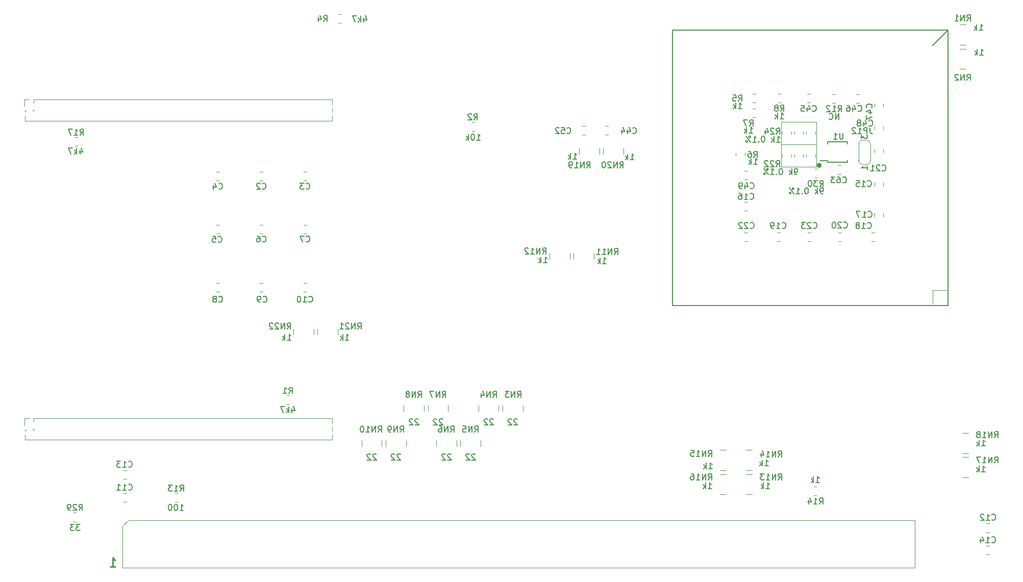
<source format=gbr>
G04 #@! TF.GenerationSoftware,KiCad,Pcbnew,7.0.6-0*
G04 #@! TF.CreationDate,2024-02-09T11:26:58+01:00*
G04 #@! TF.ProjectId,Z3660_v021b,5a333636-305f-4763-9032-31622e6b6963,v0.21a*
G04 #@! TF.SameCoordinates,Original*
G04 #@! TF.FileFunction,Legend,Bot*
G04 #@! TF.FilePolarity,Positive*
%FSLAX46Y46*%
G04 Gerber Fmt 4.6, Leading zero omitted, Abs format (unit mm)*
G04 Created by KiCad (PCBNEW 7.0.6-0) date 2024-02-09 11:26:58*
%MOMM*%
%LPD*%
G01*
G04 APERTURE LIST*
%ADD10C,0.120000*%
%ADD11C,0.400000*%
%ADD12C,0.250000*%
%ADD13C,0.150000*%
%ADD14C,0.200000*%
G04 APERTURE END LIST*
D10*
X213664800Y-55321200D02*
X213664800Y-47853600D01*
D11*
X220164000Y-55067200D02*
G75*
G03*
X220164000Y-55067200I-200000J0D01*
G01*
D10*
X213664800Y-47853600D02*
X219506800Y-47853600D01*
X219506800Y-47853600D02*
X219506800Y-55321200D01*
X241046000Y-75819000D02*
X238760000Y-75819000D01*
X219506800Y-51587400D02*
X213664800Y-51562000D01*
X238760000Y-75819000D02*
X238760000Y-78105000D01*
X219506800Y-55321200D02*
X213664800Y-55321200D01*
D12*
X102339827Y-121686528D02*
X103196970Y-121686528D01*
X102768399Y-121686528D02*
X102768399Y-120186528D01*
X102768399Y-120186528D02*
X102911256Y-120400814D01*
X102911256Y-120400814D02*
X103054113Y-120543671D01*
X103054113Y-120543671D02*
X103196970Y-120615100D01*
D13*
X248623057Y-113861580D02*
X248670676Y-113909200D01*
X248670676Y-113909200D02*
X248813533Y-113956819D01*
X248813533Y-113956819D02*
X248908771Y-113956819D01*
X248908771Y-113956819D02*
X249051628Y-113909200D01*
X249051628Y-113909200D02*
X249146866Y-113813961D01*
X249146866Y-113813961D02*
X249194485Y-113718723D01*
X249194485Y-113718723D02*
X249242104Y-113528247D01*
X249242104Y-113528247D02*
X249242104Y-113385390D01*
X249242104Y-113385390D02*
X249194485Y-113194914D01*
X249194485Y-113194914D02*
X249146866Y-113099676D01*
X249146866Y-113099676D02*
X249051628Y-113004438D01*
X249051628Y-113004438D02*
X248908771Y-112956819D01*
X248908771Y-112956819D02*
X248813533Y-112956819D01*
X248813533Y-112956819D02*
X248670676Y-113004438D01*
X248670676Y-113004438D02*
X248623057Y-113052057D01*
X247670676Y-113956819D02*
X248242104Y-113956819D01*
X247956390Y-113956819D02*
X247956390Y-112956819D01*
X247956390Y-112956819D02*
X248051628Y-113099676D01*
X248051628Y-113099676D02*
X248146866Y-113194914D01*
X248146866Y-113194914D02*
X248242104Y-113242533D01*
X247289723Y-113052057D02*
X247242104Y-113004438D01*
X247242104Y-113004438D02*
X247146866Y-112956819D01*
X247146866Y-112956819D02*
X246908771Y-112956819D01*
X246908771Y-112956819D02*
X246813533Y-113004438D01*
X246813533Y-113004438D02*
X246765914Y-113052057D01*
X246765914Y-113052057D02*
X246718295Y-113147295D01*
X246718295Y-113147295D02*
X246718295Y-113242533D01*
X246718295Y-113242533D02*
X246765914Y-113385390D01*
X246765914Y-113385390D02*
X247337342Y-113956819D01*
X247337342Y-113956819D02*
X246718295Y-113956819D01*
X162650466Y-47510419D02*
X162983799Y-47034228D01*
X163221894Y-47510419D02*
X163221894Y-46510419D01*
X163221894Y-46510419D02*
X162840942Y-46510419D01*
X162840942Y-46510419D02*
X162745704Y-46558038D01*
X162745704Y-46558038D02*
X162698085Y-46605657D01*
X162698085Y-46605657D02*
X162650466Y-46700895D01*
X162650466Y-46700895D02*
X162650466Y-46843752D01*
X162650466Y-46843752D02*
X162698085Y-46938990D01*
X162698085Y-46938990D02*
X162745704Y-46986609D01*
X162745704Y-46986609D02*
X162840942Y-47034228D01*
X162840942Y-47034228D02*
X163221894Y-47034228D01*
X162269513Y-46605657D02*
X162221894Y-46558038D01*
X162221894Y-46558038D02*
X162126656Y-46510419D01*
X162126656Y-46510419D02*
X161888561Y-46510419D01*
X161888561Y-46510419D02*
X161793323Y-46558038D01*
X161793323Y-46558038D02*
X161745704Y-46605657D01*
X161745704Y-46605657D02*
X161698085Y-46700895D01*
X161698085Y-46700895D02*
X161698085Y-46796133D01*
X161698085Y-46796133D02*
X161745704Y-46938990D01*
X161745704Y-46938990D02*
X162317132Y-47510419D01*
X162317132Y-47510419D02*
X161698085Y-47510419D01*
X163129838Y-50863219D02*
X163701266Y-50863219D01*
X163415552Y-50863219D02*
X163415552Y-49863219D01*
X163415552Y-49863219D02*
X163510790Y-50006076D01*
X163510790Y-50006076D02*
X163606028Y-50101314D01*
X163606028Y-50101314D02*
X163701266Y-50148933D01*
X162510790Y-49863219D02*
X162415552Y-49863219D01*
X162415552Y-49863219D02*
X162320314Y-49910838D01*
X162320314Y-49910838D02*
X162272695Y-49958457D01*
X162272695Y-49958457D02*
X162225076Y-50053695D01*
X162225076Y-50053695D02*
X162177457Y-50244171D01*
X162177457Y-50244171D02*
X162177457Y-50482266D01*
X162177457Y-50482266D02*
X162225076Y-50672742D01*
X162225076Y-50672742D02*
X162272695Y-50767980D01*
X162272695Y-50767980D02*
X162320314Y-50815600D01*
X162320314Y-50815600D02*
X162415552Y-50863219D01*
X162415552Y-50863219D02*
X162510790Y-50863219D01*
X162510790Y-50863219D02*
X162606028Y-50815600D01*
X162606028Y-50815600D02*
X162653647Y-50767980D01*
X162653647Y-50767980D02*
X162701266Y-50672742D01*
X162701266Y-50672742D02*
X162748885Y-50482266D01*
X162748885Y-50482266D02*
X162748885Y-50244171D01*
X162748885Y-50244171D02*
X162701266Y-50053695D01*
X162701266Y-50053695D02*
X162653647Y-49958457D01*
X162653647Y-49958457D02*
X162606028Y-49910838D01*
X162606028Y-49910838D02*
X162510790Y-49863219D01*
X161748885Y-50863219D02*
X161748885Y-49863219D01*
X161653647Y-50482266D02*
X161367933Y-50863219D01*
X161367933Y-50196552D02*
X161748885Y-50577504D01*
X228659580Y-45507142D02*
X228707200Y-45459523D01*
X228707200Y-45459523D02*
X228754819Y-45316666D01*
X228754819Y-45316666D02*
X228754819Y-45221428D01*
X228754819Y-45221428D02*
X228707200Y-45078571D01*
X228707200Y-45078571D02*
X228611961Y-44983333D01*
X228611961Y-44983333D02*
X228516723Y-44935714D01*
X228516723Y-44935714D02*
X228326247Y-44888095D01*
X228326247Y-44888095D02*
X228183390Y-44888095D01*
X228183390Y-44888095D02*
X227992914Y-44935714D01*
X227992914Y-44935714D02*
X227897676Y-44983333D01*
X227897676Y-44983333D02*
X227802438Y-45078571D01*
X227802438Y-45078571D02*
X227754819Y-45221428D01*
X227754819Y-45221428D02*
X227754819Y-45316666D01*
X227754819Y-45316666D02*
X227802438Y-45459523D01*
X227802438Y-45459523D02*
X227850057Y-45507142D01*
X228088152Y-46364285D02*
X228754819Y-46364285D01*
X227707200Y-46126190D02*
X228421485Y-45888095D01*
X228421485Y-45888095D02*
X228421485Y-46507142D01*
X227754819Y-46792857D02*
X227754819Y-47459523D01*
X227754819Y-47459523D02*
X228754819Y-47030952D01*
X105316257Y-108883180D02*
X105363876Y-108930800D01*
X105363876Y-108930800D02*
X105506733Y-108978419D01*
X105506733Y-108978419D02*
X105601971Y-108978419D01*
X105601971Y-108978419D02*
X105744828Y-108930800D01*
X105744828Y-108930800D02*
X105840066Y-108835561D01*
X105840066Y-108835561D02*
X105887685Y-108740323D01*
X105887685Y-108740323D02*
X105935304Y-108549847D01*
X105935304Y-108549847D02*
X105935304Y-108406990D01*
X105935304Y-108406990D02*
X105887685Y-108216514D01*
X105887685Y-108216514D02*
X105840066Y-108121276D01*
X105840066Y-108121276D02*
X105744828Y-108026038D01*
X105744828Y-108026038D02*
X105601971Y-107978419D01*
X105601971Y-107978419D02*
X105506733Y-107978419D01*
X105506733Y-107978419D02*
X105363876Y-108026038D01*
X105363876Y-108026038D02*
X105316257Y-108073657D01*
X104363876Y-108978419D02*
X104935304Y-108978419D01*
X104649590Y-108978419D02*
X104649590Y-107978419D01*
X104649590Y-107978419D02*
X104744828Y-108121276D01*
X104744828Y-108121276D02*
X104840066Y-108216514D01*
X104840066Y-108216514D02*
X104935304Y-108264133D01*
X103411495Y-108978419D02*
X103982923Y-108978419D01*
X103697209Y-108978419D02*
X103697209Y-107978419D01*
X103697209Y-107978419D02*
X103792447Y-108121276D01*
X103792447Y-108121276D02*
X103887685Y-108216514D01*
X103887685Y-108216514D02*
X103982923Y-108264133D01*
X209107066Y-53744019D02*
X209440399Y-53267828D01*
X209678494Y-53744019D02*
X209678494Y-52744019D01*
X209678494Y-52744019D02*
X209297542Y-52744019D01*
X209297542Y-52744019D02*
X209202304Y-52791638D01*
X209202304Y-52791638D02*
X209154685Y-52839257D01*
X209154685Y-52839257D02*
X209107066Y-52934495D01*
X209107066Y-52934495D02*
X209107066Y-53077352D01*
X209107066Y-53077352D02*
X209154685Y-53172590D01*
X209154685Y-53172590D02*
X209202304Y-53220209D01*
X209202304Y-53220209D02*
X209297542Y-53267828D01*
X209297542Y-53267828D02*
X209678494Y-53267828D01*
X208249923Y-52744019D02*
X208440399Y-52744019D01*
X208440399Y-52744019D02*
X208535637Y-52791638D01*
X208535637Y-52791638D02*
X208583256Y-52839257D01*
X208583256Y-52839257D02*
X208678494Y-52982114D01*
X208678494Y-52982114D02*
X208726113Y-53172590D01*
X208726113Y-53172590D02*
X208726113Y-53553542D01*
X208726113Y-53553542D02*
X208678494Y-53648780D01*
X208678494Y-53648780D02*
X208630875Y-53696400D01*
X208630875Y-53696400D02*
X208535637Y-53744019D01*
X208535637Y-53744019D02*
X208345161Y-53744019D01*
X208345161Y-53744019D02*
X208249923Y-53696400D01*
X208249923Y-53696400D02*
X208202304Y-53648780D01*
X208202304Y-53648780D02*
X208154685Y-53553542D01*
X208154685Y-53553542D02*
X208154685Y-53315447D01*
X208154685Y-53315447D02*
X208202304Y-53220209D01*
X208202304Y-53220209D02*
X208249923Y-53172590D01*
X208249923Y-53172590D02*
X208345161Y-53124971D01*
X208345161Y-53124971D02*
X208535637Y-53124971D01*
X208535637Y-53124971D02*
X208630875Y-53172590D01*
X208630875Y-53172590D02*
X208678494Y-53220209D01*
X208678494Y-53220209D02*
X208726113Y-53315447D01*
X209110247Y-54912419D02*
X209681675Y-54912419D01*
X209395961Y-54912419D02*
X209395961Y-53912419D01*
X209395961Y-53912419D02*
X209491199Y-54055276D01*
X209491199Y-54055276D02*
X209586437Y-54150514D01*
X209586437Y-54150514D02*
X209681675Y-54198133D01*
X208681675Y-54912419D02*
X208681675Y-53912419D01*
X208586437Y-54531466D02*
X208300723Y-54912419D01*
X208300723Y-54245752D02*
X208681675Y-54626704D01*
X208395866Y-48511619D02*
X208729199Y-48035428D01*
X208967294Y-48511619D02*
X208967294Y-47511619D01*
X208967294Y-47511619D02*
X208586342Y-47511619D01*
X208586342Y-47511619D02*
X208491104Y-47559238D01*
X208491104Y-47559238D02*
X208443485Y-47606857D01*
X208443485Y-47606857D02*
X208395866Y-47702095D01*
X208395866Y-47702095D02*
X208395866Y-47844952D01*
X208395866Y-47844952D02*
X208443485Y-47940190D01*
X208443485Y-47940190D02*
X208491104Y-47987809D01*
X208491104Y-47987809D02*
X208586342Y-48035428D01*
X208586342Y-48035428D02*
X208967294Y-48035428D01*
X208062532Y-47511619D02*
X207395866Y-47511619D01*
X207395866Y-47511619D02*
X207824437Y-48511619D01*
X208348247Y-49680019D02*
X208919675Y-49680019D01*
X208633961Y-49680019D02*
X208633961Y-48680019D01*
X208633961Y-48680019D02*
X208729199Y-48822876D01*
X208729199Y-48822876D02*
X208824437Y-48918114D01*
X208824437Y-48918114D02*
X208919675Y-48965733D01*
X207919675Y-49680019D02*
X207919675Y-48680019D01*
X207824437Y-49299066D02*
X207538723Y-49680019D01*
X207538723Y-49013352D02*
X207919675Y-49394304D01*
X213526666Y-46073219D02*
X213859999Y-45597028D01*
X214098094Y-46073219D02*
X214098094Y-45073219D01*
X214098094Y-45073219D02*
X213717142Y-45073219D01*
X213717142Y-45073219D02*
X213621904Y-45120838D01*
X213621904Y-45120838D02*
X213574285Y-45168457D01*
X213574285Y-45168457D02*
X213526666Y-45263695D01*
X213526666Y-45263695D02*
X213526666Y-45406552D01*
X213526666Y-45406552D02*
X213574285Y-45501790D01*
X213574285Y-45501790D02*
X213621904Y-45549409D01*
X213621904Y-45549409D02*
X213717142Y-45597028D01*
X213717142Y-45597028D02*
X214098094Y-45597028D01*
X212955237Y-45501790D02*
X213050475Y-45454171D01*
X213050475Y-45454171D02*
X213098094Y-45406552D01*
X213098094Y-45406552D02*
X213145713Y-45311314D01*
X213145713Y-45311314D02*
X213145713Y-45263695D01*
X213145713Y-45263695D02*
X213098094Y-45168457D01*
X213098094Y-45168457D02*
X213050475Y-45120838D01*
X213050475Y-45120838D02*
X212955237Y-45073219D01*
X212955237Y-45073219D02*
X212764761Y-45073219D01*
X212764761Y-45073219D02*
X212669523Y-45120838D01*
X212669523Y-45120838D02*
X212621904Y-45168457D01*
X212621904Y-45168457D02*
X212574285Y-45263695D01*
X212574285Y-45263695D02*
X212574285Y-45311314D01*
X212574285Y-45311314D02*
X212621904Y-45406552D01*
X212621904Y-45406552D02*
X212669523Y-45454171D01*
X212669523Y-45454171D02*
X212764761Y-45501790D01*
X212764761Y-45501790D02*
X212955237Y-45501790D01*
X212955237Y-45501790D02*
X213050475Y-45549409D01*
X213050475Y-45549409D02*
X213098094Y-45597028D01*
X213098094Y-45597028D02*
X213145713Y-45692266D01*
X213145713Y-45692266D02*
X213145713Y-45882742D01*
X213145713Y-45882742D02*
X213098094Y-45977980D01*
X213098094Y-45977980D02*
X213050475Y-46025600D01*
X213050475Y-46025600D02*
X212955237Y-46073219D01*
X212955237Y-46073219D02*
X212764761Y-46073219D01*
X212764761Y-46073219D02*
X212669523Y-46025600D01*
X212669523Y-46025600D02*
X212621904Y-45977980D01*
X212621904Y-45977980D02*
X212574285Y-45882742D01*
X212574285Y-45882742D02*
X212574285Y-45692266D01*
X212574285Y-45692266D02*
X212621904Y-45597028D01*
X212621904Y-45597028D02*
X212669523Y-45549409D01*
X212669523Y-45549409D02*
X212764761Y-45501790D01*
X213479047Y-47343219D02*
X214050475Y-47343219D01*
X213764761Y-47343219D02*
X213764761Y-46343219D01*
X213764761Y-46343219D02*
X213859999Y-46486076D01*
X213859999Y-46486076D02*
X213955237Y-46581314D01*
X213955237Y-46581314D02*
X214050475Y-46628933D01*
X213050475Y-47343219D02*
X213050475Y-46343219D01*
X212955237Y-46962266D02*
X212669523Y-47343219D01*
X212669523Y-46676552D02*
X213050475Y-47057504D01*
X113901457Y-109130819D02*
X114234790Y-108654628D01*
X114472885Y-109130819D02*
X114472885Y-108130819D01*
X114472885Y-108130819D02*
X114091933Y-108130819D01*
X114091933Y-108130819D02*
X113996695Y-108178438D01*
X113996695Y-108178438D02*
X113949076Y-108226057D01*
X113949076Y-108226057D02*
X113901457Y-108321295D01*
X113901457Y-108321295D02*
X113901457Y-108464152D01*
X113901457Y-108464152D02*
X113949076Y-108559390D01*
X113949076Y-108559390D02*
X113996695Y-108607009D01*
X113996695Y-108607009D02*
X114091933Y-108654628D01*
X114091933Y-108654628D02*
X114472885Y-108654628D01*
X112949076Y-109130819D02*
X113520504Y-109130819D01*
X113234790Y-109130819D02*
X113234790Y-108130819D01*
X113234790Y-108130819D02*
X113330028Y-108273676D01*
X113330028Y-108273676D02*
X113425266Y-108368914D01*
X113425266Y-108368914D02*
X113520504Y-108416533D01*
X112615742Y-108130819D02*
X111996695Y-108130819D01*
X111996695Y-108130819D02*
X112330028Y-108511771D01*
X112330028Y-108511771D02*
X112187171Y-108511771D01*
X112187171Y-108511771D02*
X112091933Y-108559390D01*
X112091933Y-108559390D02*
X112044314Y-108607009D01*
X112044314Y-108607009D02*
X111996695Y-108702247D01*
X111996695Y-108702247D02*
X111996695Y-108940342D01*
X111996695Y-108940342D02*
X112044314Y-109035580D01*
X112044314Y-109035580D02*
X112091933Y-109083200D01*
X112091933Y-109083200D02*
X112187171Y-109130819D01*
X112187171Y-109130819D02*
X112472885Y-109130819D01*
X112472885Y-109130819D02*
X112568123Y-109083200D01*
X112568123Y-109083200D02*
X112615742Y-109035580D01*
X113874466Y-112331219D02*
X114445894Y-112331219D01*
X114160180Y-112331219D02*
X114160180Y-111331219D01*
X114160180Y-111331219D02*
X114255418Y-111474076D01*
X114255418Y-111474076D02*
X114350656Y-111569314D01*
X114350656Y-111569314D02*
X114445894Y-111616933D01*
X113255418Y-111331219D02*
X113160180Y-111331219D01*
X113160180Y-111331219D02*
X113064942Y-111378838D01*
X113064942Y-111378838D02*
X113017323Y-111426457D01*
X113017323Y-111426457D02*
X112969704Y-111521695D01*
X112969704Y-111521695D02*
X112922085Y-111712171D01*
X112922085Y-111712171D02*
X112922085Y-111950266D01*
X112922085Y-111950266D02*
X112969704Y-112140742D01*
X112969704Y-112140742D02*
X113017323Y-112235980D01*
X113017323Y-112235980D02*
X113064942Y-112283600D01*
X113064942Y-112283600D02*
X113160180Y-112331219D01*
X113160180Y-112331219D02*
X113255418Y-112331219D01*
X113255418Y-112331219D02*
X113350656Y-112283600D01*
X113350656Y-112283600D02*
X113398275Y-112235980D01*
X113398275Y-112235980D02*
X113445894Y-112140742D01*
X113445894Y-112140742D02*
X113493513Y-111950266D01*
X113493513Y-111950266D02*
X113493513Y-111712171D01*
X113493513Y-111712171D02*
X113445894Y-111521695D01*
X113445894Y-111521695D02*
X113398275Y-111426457D01*
X113398275Y-111426457D02*
X113350656Y-111378838D01*
X113350656Y-111378838D02*
X113255418Y-111331219D01*
X112303037Y-111331219D02*
X112207799Y-111331219D01*
X112207799Y-111331219D02*
X112112561Y-111378838D01*
X112112561Y-111378838D02*
X112064942Y-111426457D01*
X112064942Y-111426457D02*
X112017323Y-111521695D01*
X112017323Y-111521695D02*
X111969704Y-111712171D01*
X111969704Y-111712171D02*
X111969704Y-111950266D01*
X111969704Y-111950266D02*
X112017323Y-112140742D01*
X112017323Y-112140742D02*
X112064942Y-112235980D01*
X112064942Y-112235980D02*
X112112561Y-112283600D01*
X112112561Y-112283600D02*
X112207799Y-112331219D01*
X112207799Y-112331219D02*
X112303037Y-112331219D01*
X112303037Y-112331219D02*
X112398275Y-112283600D01*
X112398275Y-112283600D02*
X112445894Y-112235980D01*
X112445894Y-112235980D02*
X112493513Y-112140742D01*
X112493513Y-112140742D02*
X112541132Y-111950266D01*
X112541132Y-111950266D02*
X112541132Y-111712171D01*
X112541132Y-111712171D02*
X112493513Y-111521695D01*
X112493513Y-111521695D02*
X112445894Y-111426457D01*
X112445894Y-111426457D02*
X112398275Y-111378838D01*
X112398275Y-111378838D02*
X112303037Y-111331219D01*
X228192857Y-48459580D02*
X228240476Y-48507200D01*
X228240476Y-48507200D02*
X228383333Y-48554819D01*
X228383333Y-48554819D02*
X228478571Y-48554819D01*
X228478571Y-48554819D02*
X228621428Y-48507200D01*
X228621428Y-48507200D02*
X228716666Y-48411961D01*
X228716666Y-48411961D02*
X228764285Y-48316723D01*
X228764285Y-48316723D02*
X228811904Y-48126247D01*
X228811904Y-48126247D02*
X228811904Y-47983390D01*
X228811904Y-47983390D02*
X228764285Y-47792914D01*
X228764285Y-47792914D02*
X228716666Y-47697676D01*
X228716666Y-47697676D02*
X228621428Y-47602438D01*
X228621428Y-47602438D02*
X228478571Y-47554819D01*
X228478571Y-47554819D02*
X228383333Y-47554819D01*
X228383333Y-47554819D02*
X228240476Y-47602438D01*
X228240476Y-47602438D02*
X228192857Y-47650057D01*
X227335714Y-47888152D02*
X227335714Y-48554819D01*
X227573809Y-47507200D02*
X227811904Y-48221485D01*
X227811904Y-48221485D02*
X227192857Y-48221485D01*
X226669047Y-47983390D02*
X226764285Y-47935771D01*
X226764285Y-47935771D02*
X226811904Y-47888152D01*
X226811904Y-47888152D02*
X226859523Y-47792914D01*
X226859523Y-47792914D02*
X226859523Y-47745295D01*
X226859523Y-47745295D02*
X226811904Y-47650057D01*
X226811904Y-47650057D02*
X226764285Y-47602438D01*
X226764285Y-47602438D02*
X226669047Y-47554819D01*
X226669047Y-47554819D02*
X226478571Y-47554819D01*
X226478571Y-47554819D02*
X226383333Y-47602438D01*
X226383333Y-47602438D02*
X226335714Y-47650057D01*
X226335714Y-47650057D02*
X226288095Y-47745295D01*
X226288095Y-47745295D02*
X226288095Y-47792914D01*
X226288095Y-47792914D02*
X226335714Y-47888152D01*
X226335714Y-47888152D02*
X226383333Y-47935771D01*
X226383333Y-47935771D02*
X226478571Y-47983390D01*
X226478571Y-47983390D02*
X226669047Y-47983390D01*
X226669047Y-47983390D02*
X226764285Y-48031009D01*
X226764285Y-48031009D02*
X226811904Y-48078628D01*
X226811904Y-48078628D02*
X226859523Y-48173866D01*
X226859523Y-48173866D02*
X226859523Y-48364342D01*
X226859523Y-48364342D02*
X226811904Y-48459580D01*
X226811904Y-48459580D02*
X226764285Y-48507200D01*
X226764285Y-48507200D02*
X226669047Y-48554819D01*
X226669047Y-48554819D02*
X226478571Y-48554819D01*
X226478571Y-48554819D02*
X226383333Y-48507200D01*
X226383333Y-48507200D02*
X226335714Y-48459580D01*
X226335714Y-48459580D02*
X226288095Y-48364342D01*
X226288095Y-48364342D02*
X226288095Y-48173866D01*
X226288095Y-48173866D02*
X226335714Y-48078628D01*
X226335714Y-48078628D02*
X226383333Y-48031009D01*
X226383333Y-48031009D02*
X226478571Y-47983390D01*
X105316257Y-105073180D02*
X105363876Y-105120800D01*
X105363876Y-105120800D02*
X105506733Y-105168419D01*
X105506733Y-105168419D02*
X105601971Y-105168419D01*
X105601971Y-105168419D02*
X105744828Y-105120800D01*
X105744828Y-105120800D02*
X105840066Y-105025561D01*
X105840066Y-105025561D02*
X105887685Y-104930323D01*
X105887685Y-104930323D02*
X105935304Y-104739847D01*
X105935304Y-104739847D02*
X105935304Y-104596990D01*
X105935304Y-104596990D02*
X105887685Y-104406514D01*
X105887685Y-104406514D02*
X105840066Y-104311276D01*
X105840066Y-104311276D02*
X105744828Y-104216038D01*
X105744828Y-104216038D02*
X105601971Y-104168419D01*
X105601971Y-104168419D02*
X105506733Y-104168419D01*
X105506733Y-104168419D02*
X105363876Y-104216038D01*
X105363876Y-104216038D02*
X105316257Y-104263657D01*
X104363876Y-105168419D02*
X104935304Y-105168419D01*
X104649590Y-105168419D02*
X104649590Y-104168419D01*
X104649590Y-104168419D02*
X104744828Y-104311276D01*
X104744828Y-104311276D02*
X104840066Y-104406514D01*
X104840066Y-104406514D02*
X104935304Y-104454133D01*
X104030542Y-104168419D02*
X103411495Y-104168419D01*
X103411495Y-104168419D02*
X103744828Y-104549371D01*
X103744828Y-104549371D02*
X103601971Y-104549371D01*
X103601971Y-104549371D02*
X103506733Y-104596990D01*
X103506733Y-104596990D02*
X103459114Y-104644609D01*
X103459114Y-104644609D02*
X103411495Y-104739847D01*
X103411495Y-104739847D02*
X103411495Y-104977942D01*
X103411495Y-104977942D02*
X103459114Y-105073180D01*
X103459114Y-105073180D02*
X103506733Y-105120800D01*
X103506733Y-105120800D02*
X103601971Y-105168419D01*
X103601971Y-105168419D02*
X103887685Y-105168419D01*
X103887685Y-105168419D02*
X103982923Y-105120800D01*
X103982923Y-105120800D02*
X104030542Y-105073180D01*
X248572257Y-117620780D02*
X248619876Y-117668400D01*
X248619876Y-117668400D02*
X248762733Y-117716019D01*
X248762733Y-117716019D02*
X248857971Y-117716019D01*
X248857971Y-117716019D02*
X249000828Y-117668400D01*
X249000828Y-117668400D02*
X249096066Y-117573161D01*
X249096066Y-117573161D02*
X249143685Y-117477923D01*
X249143685Y-117477923D02*
X249191304Y-117287447D01*
X249191304Y-117287447D02*
X249191304Y-117144590D01*
X249191304Y-117144590D02*
X249143685Y-116954114D01*
X249143685Y-116954114D02*
X249096066Y-116858876D01*
X249096066Y-116858876D02*
X249000828Y-116763638D01*
X249000828Y-116763638D02*
X248857971Y-116716019D01*
X248857971Y-116716019D02*
X248762733Y-116716019D01*
X248762733Y-116716019D02*
X248619876Y-116763638D01*
X248619876Y-116763638D02*
X248572257Y-116811257D01*
X247619876Y-117716019D02*
X248191304Y-117716019D01*
X247905590Y-117716019D02*
X247905590Y-116716019D01*
X247905590Y-116716019D02*
X248000828Y-116858876D01*
X248000828Y-116858876D02*
X248096066Y-116954114D01*
X248096066Y-116954114D02*
X248191304Y-117001733D01*
X246762733Y-117049352D02*
X246762733Y-117716019D01*
X247000828Y-116668400D02*
X247238923Y-117382685D01*
X247238923Y-117382685D02*
X246619876Y-117382685D01*
X206567066Y-44396819D02*
X206900399Y-43920628D01*
X207138494Y-44396819D02*
X207138494Y-43396819D01*
X207138494Y-43396819D02*
X206757542Y-43396819D01*
X206757542Y-43396819D02*
X206662304Y-43444438D01*
X206662304Y-43444438D02*
X206614685Y-43492057D01*
X206614685Y-43492057D02*
X206567066Y-43587295D01*
X206567066Y-43587295D02*
X206567066Y-43730152D01*
X206567066Y-43730152D02*
X206614685Y-43825390D01*
X206614685Y-43825390D02*
X206662304Y-43873009D01*
X206662304Y-43873009D02*
X206757542Y-43920628D01*
X206757542Y-43920628D02*
X207138494Y-43920628D01*
X205662304Y-43396819D02*
X206138494Y-43396819D01*
X206138494Y-43396819D02*
X206186113Y-43873009D01*
X206186113Y-43873009D02*
X206138494Y-43825390D01*
X206138494Y-43825390D02*
X206043256Y-43777771D01*
X206043256Y-43777771D02*
X205805161Y-43777771D01*
X205805161Y-43777771D02*
X205709923Y-43825390D01*
X205709923Y-43825390D02*
X205662304Y-43873009D01*
X205662304Y-43873009D02*
X205614685Y-43968247D01*
X205614685Y-43968247D02*
X205614685Y-44206342D01*
X205614685Y-44206342D02*
X205662304Y-44301580D01*
X205662304Y-44301580D02*
X205709923Y-44349200D01*
X205709923Y-44349200D02*
X205805161Y-44396819D01*
X205805161Y-44396819D02*
X206043256Y-44396819D01*
X206043256Y-44396819D02*
X206138494Y-44349200D01*
X206138494Y-44349200D02*
X206186113Y-44301580D01*
X206519447Y-45666819D02*
X207090875Y-45666819D01*
X206805161Y-45666819D02*
X206805161Y-44666819D01*
X206805161Y-44666819D02*
X206900399Y-44809676D01*
X206900399Y-44809676D02*
X206995637Y-44904914D01*
X206995637Y-44904914D02*
X207090875Y-44952533D01*
X206090875Y-45666819D02*
X206090875Y-44666819D01*
X205995637Y-45285866D02*
X205709923Y-45666819D01*
X205709923Y-45000152D02*
X206090875Y-45381104D01*
X219987057Y-111287819D02*
X220320390Y-110811628D01*
X220558485Y-111287819D02*
X220558485Y-110287819D01*
X220558485Y-110287819D02*
X220177533Y-110287819D01*
X220177533Y-110287819D02*
X220082295Y-110335438D01*
X220082295Y-110335438D02*
X220034676Y-110383057D01*
X220034676Y-110383057D02*
X219987057Y-110478295D01*
X219987057Y-110478295D02*
X219987057Y-110621152D01*
X219987057Y-110621152D02*
X220034676Y-110716390D01*
X220034676Y-110716390D02*
X220082295Y-110764009D01*
X220082295Y-110764009D02*
X220177533Y-110811628D01*
X220177533Y-110811628D02*
X220558485Y-110811628D01*
X219034676Y-111287819D02*
X219606104Y-111287819D01*
X219320390Y-111287819D02*
X219320390Y-110287819D01*
X219320390Y-110287819D02*
X219415628Y-110430676D01*
X219415628Y-110430676D02*
X219510866Y-110525914D01*
X219510866Y-110525914D02*
X219606104Y-110573533D01*
X218177533Y-110621152D02*
X218177533Y-111287819D01*
X218415628Y-110240200D02*
X218653723Y-110954485D01*
X218653723Y-110954485D02*
X218034676Y-110954485D01*
X219412447Y-107731819D02*
X219983875Y-107731819D01*
X219698161Y-107731819D02*
X219698161Y-106731819D01*
X219698161Y-106731819D02*
X219793399Y-106874676D01*
X219793399Y-106874676D02*
X219888637Y-106969914D01*
X219888637Y-106969914D02*
X219983875Y-107017533D01*
X218983875Y-107731819D02*
X218983875Y-106731819D01*
X218888637Y-107350866D02*
X218602923Y-107731819D01*
X218602923Y-107065152D02*
X218983875Y-107446104D01*
X137733066Y-31188819D02*
X138066399Y-30712628D01*
X138304494Y-31188819D02*
X138304494Y-30188819D01*
X138304494Y-30188819D02*
X137923542Y-30188819D01*
X137923542Y-30188819D02*
X137828304Y-30236438D01*
X137828304Y-30236438D02*
X137780685Y-30284057D01*
X137780685Y-30284057D02*
X137733066Y-30379295D01*
X137733066Y-30379295D02*
X137733066Y-30522152D01*
X137733066Y-30522152D02*
X137780685Y-30617390D01*
X137780685Y-30617390D02*
X137828304Y-30665009D01*
X137828304Y-30665009D02*
X137923542Y-30712628D01*
X137923542Y-30712628D02*
X138304494Y-30712628D01*
X136875923Y-30522152D02*
X136875923Y-31188819D01*
X137114018Y-30141200D02*
X137352113Y-30855485D01*
X137352113Y-30855485D02*
X136733066Y-30855485D01*
X144403676Y-30572952D02*
X144403676Y-31239619D01*
X144641771Y-30192000D02*
X144879866Y-30906285D01*
X144879866Y-30906285D02*
X144260819Y-30906285D01*
X143879866Y-31239619D02*
X143879866Y-30239619D01*
X143784628Y-30858666D02*
X143498914Y-31239619D01*
X143498914Y-30572952D02*
X143879866Y-30953904D01*
X143165580Y-30239619D02*
X142498914Y-30239619D01*
X142498914Y-30239619D02*
X142927485Y-31239619D01*
X127547666Y-58935580D02*
X127595285Y-58983200D01*
X127595285Y-58983200D02*
X127738142Y-59030819D01*
X127738142Y-59030819D02*
X127833380Y-59030819D01*
X127833380Y-59030819D02*
X127976237Y-58983200D01*
X127976237Y-58983200D02*
X128071475Y-58887961D01*
X128071475Y-58887961D02*
X128119094Y-58792723D01*
X128119094Y-58792723D02*
X128166713Y-58602247D01*
X128166713Y-58602247D02*
X128166713Y-58459390D01*
X128166713Y-58459390D02*
X128119094Y-58268914D01*
X128119094Y-58268914D02*
X128071475Y-58173676D01*
X128071475Y-58173676D02*
X127976237Y-58078438D01*
X127976237Y-58078438D02*
X127833380Y-58030819D01*
X127833380Y-58030819D02*
X127738142Y-58030819D01*
X127738142Y-58030819D02*
X127595285Y-58078438D01*
X127595285Y-58078438D02*
X127547666Y-58126057D01*
X127166713Y-58126057D02*
X127119094Y-58078438D01*
X127119094Y-58078438D02*
X127023856Y-58030819D01*
X127023856Y-58030819D02*
X126785761Y-58030819D01*
X126785761Y-58030819D02*
X126690523Y-58078438D01*
X126690523Y-58078438D02*
X126642904Y-58126057D01*
X126642904Y-58126057D02*
X126595285Y-58221295D01*
X126595285Y-58221295D02*
X126595285Y-58316533D01*
X126595285Y-58316533D02*
X126642904Y-58459390D01*
X126642904Y-58459390D02*
X127214332Y-59030819D01*
X127214332Y-59030819D02*
X126595285Y-59030819D01*
X120207066Y-67720380D02*
X120254685Y-67768000D01*
X120254685Y-67768000D02*
X120397542Y-67815619D01*
X120397542Y-67815619D02*
X120492780Y-67815619D01*
X120492780Y-67815619D02*
X120635637Y-67768000D01*
X120635637Y-67768000D02*
X120730875Y-67672761D01*
X120730875Y-67672761D02*
X120778494Y-67577523D01*
X120778494Y-67577523D02*
X120826113Y-67387047D01*
X120826113Y-67387047D02*
X120826113Y-67244190D01*
X120826113Y-67244190D02*
X120778494Y-67053714D01*
X120778494Y-67053714D02*
X120730875Y-66958476D01*
X120730875Y-66958476D02*
X120635637Y-66863238D01*
X120635637Y-66863238D02*
X120492780Y-66815619D01*
X120492780Y-66815619D02*
X120397542Y-66815619D01*
X120397542Y-66815619D02*
X120254685Y-66863238D01*
X120254685Y-66863238D02*
X120207066Y-66910857D01*
X119302304Y-66815619D02*
X119778494Y-66815619D01*
X119778494Y-66815619D02*
X119826113Y-67291809D01*
X119826113Y-67291809D02*
X119778494Y-67244190D01*
X119778494Y-67244190D02*
X119683256Y-67196571D01*
X119683256Y-67196571D02*
X119445161Y-67196571D01*
X119445161Y-67196571D02*
X119349923Y-67244190D01*
X119349923Y-67244190D02*
X119302304Y-67291809D01*
X119302304Y-67291809D02*
X119254685Y-67387047D01*
X119254685Y-67387047D02*
X119254685Y-67625142D01*
X119254685Y-67625142D02*
X119302304Y-67720380D01*
X119302304Y-67720380D02*
X119349923Y-67768000D01*
X119349923Y-67768000D02*
X119445161Y-67815619D01*
X119445161Y-67815619D02*
X119683256Y-67815619D01*
X119683256Y-67815619D02*
X119778494Y-67768000D01*
X119778494Y-67768000D02*
X119826113Y-67720380D01*
X127547666Y-67698580D02*
X127595285Y-67746200D01*
X127595285Y-67746200D02*
X127738142Y-67793819D01*
X127738142Y-67793819D02*
X127833380Y-67793819D01*
X127833380Y-67793819D02*
X127976237Y-67746200D01*
X127976237Y-67746200D02*
X128071475Y-67650961D01*
X128071475Y-67650961D02*
X128119094Y-67555723D01*
X128119094Y-67555723D02*
X128166713Y-67365247D01*
X128166713Y-67365247D02*
X128166713Y-67222390D01*
X128166713Y-67222390D02*
X128119094Y-67031914D01*
X128119094Y-67031914D02*
X128071475Y-66936676D01*
X128071475Y-66936676D02*
X127976237Y-66841438D01*
X127976237Y-66841438D02*
X127833380Y-66793819D01*
X127833380Y-66793819D02*
X127738142Y-66793819D01*
X127738142Y-66793819D02*
X127595285Y-66841438D01*
X127595285Y-66841438D02*
X127547666Y-66889057D01*
X126690523Y-66793819D02*
X126880999Y-66793819D01*
X126880999Y-66793819D02*
X126976237Y-66841438D01*
X126976237Y-66841438D02*
X127023856Y-66889057D01*
X127023856Y-66889057D02*
X127119094Y-67031914D01*
X127119094Y-67031914D02*
X127166713Y-67222390D01*
X127166713Y-67222390D02*
X127166713Y-67603342D01*
X127166713Y-67603342D02*
X127119094Y-67698580D01*
X127119094Y-67698580D02*
X127071475Y-67746200D01*
X127071475Y-67746200D02*
X126976237Y-67793819D01*
X126976237Y-67793819D02*
X126785761Y-67793819D01*
X126785761Y-67793819D02*
X126690523Y-67746200D01*
X126690523Y-67746200D02*
X126642904Y-67698580D01*
X126642904Y-67698580D02*
X126595285Y-67603342D01*
X126595285Y-67603342D02*
X126595285Y-67365247D01*
X126595285Y-67365247D02*
X126642904Y-67270009D01*
X126642904Y-67270009D02*
X126690523Y-67222390D01*
X126690523Y-67222390D02*
X126785761Y-67174771D01*
X126785761Y-67174771D02*
X126976237Y-67174771D01*
X126976237Y-67174771D02*
X127071475Y-67222390D01*
X127071475Y-67222390D02*
X127119094Y-67270009D01*
X127119094Y-67270009D02*
X127166713Y-67365247D01*
X134786666Y-67698580D02*
X134834285Y-67746200D01*
X134834285Y-67746200D02*
X134977142Y-67793819D01*
X134977142Y-67793819D02*
X135072380Y-67793819D01*
X135072380Y-67793819D02*
X135215237Y-67746200D01*
X135215237Y-67746200D02*
X135310475Y-67650961D01*
X135310475Y-67650961D02*
X135358094Y-67555723D01*
X135358094Y-67555723D02*
X135405713Y-67365247D01*
X135405713Y-67365247D02*
X135405713Y-67222390D01*
X135405713Y-67222390D02*
X135358094Y-67031914D01*
X135358094Y-67031914D02*
X135310475Y-66936676D01*
X135310475Y-66936676D02*
X135215237Y-66841438D01*
X135215237Y-66841438D02*
X135072380Y-66793819D01*
X135072380Y-66793819D02*
X134977142Y-66793819D01*
X134977142Y-66793819D02*
X134834285Y-66841438D01*
X134834285Y-66841438D02*
X134786666Y-66889057D01*
X134453332Y-66793819D02*
X133786666Y-66793819D01*
X133786666Y-66793819D02*
X134215237Y-67793819D01*
X120308666Y-77677180D02*
X120356285Y-77724800D01*
X120356285Y-77724800D02*
X120499142Y-77772419D01*
X120499142Y-77772419D02*
X120594380Y-77772419D01*
X120594380Y-77772419D02*
X120737237Y-77724800D01*
X120737237Y-77724800D02*
X120832475Y-77629561D01*
X120832475Y-77629561D02*
X120880094Y-77534323D01*
X120880094Y-77534323D02*
X120927713Y-77343847D01*
X120927713Y-77343847D02*
X120927713Y-77200990D01*
X120927713Y-77200990D02*
X120880094Y-77010514D01*
X120880094Y-77010514D02*
X120832475Y-76915276D01*
X120832475Y-76915276D02*
X120737237Y-76820038D01*
X120737237Y-76820038D02*
X120594380Y-76772419D01*
X120594380Y-76772419D02*
X120499142Y-76772419D01*
X120499142Y-76772419D02*
X120356285Y-76820038D01*
X120356285Y-76820038D02*
X120308666Y-76867657D01*
X119737237Y-77200990D02*
X119832475Y-77153371D01*
X119832475Y-77153371D02*
X119880094Y-77105752D01*
X119880094Y-77105752D02*
X119927713Y-77010514D01*
X119927713Y-77010514D02*
X119927713Y-76962895D01*
X119927713Y-76962895D02*
X119880094Y-76867657D01*
X119880094Y-76867657D02*
X119832475Y-76820038D01*
X119832475Y-76820038D02*
X119737237Y-76772419D01*
X119737237Y-76772419D02*
X119546761Y-76772419D01*
X119546761Y-76772419D02*
X119451523Y-76820038D01*
X119451523Y-76820038D02*
X119403904Y-76867657D01*
X119403904Y-76867657D02*
X119356285Y-76962895D01*
X119356285Y-76962895D02*
X119356285Y-77010514D01*
X119356285Y-77010514D02*
X119403904Y-77105752D01*
X119403904Y-77105752D02*
X119451523Y-77153371D01*
X119451523Y-77153371D02*
X119546761Y-77200990D01*
X119546761Y-77200990D02*
X119737237Y-77200990D01*
X119737237Y-77200990D02*
X119832475Y-77248609D01*
X119832475Y-77248609D02*
X119880094Y-77296228D01*
X119880094Y-77296228D02*
X119927713Y-77391466D01*
X119927713Y-77391466D02*
X119927713Y-77581942D01*
X119927713Y-77581942D02*
X119880094Y-77677180D01*
X119880094Y-77677180D02*
X119832475Y-77724800D01*
X119832475Y-77724800D02*
X119737237Y-77772419D01*
X119737237Y-77772419D02*
X119546761Y-77772419D01*
X119546761Y-77772419D02*
X119451523Y-77724800D01*
X119451523Y-77724800D02*
X119403904Y-77677180D01*
X119403904Y-77677180D02*
X119356285Y-77581942D01*
X119356285Y-77581942D02*
X119356285Y-77391466D01*
X119356285Y-77391466D02*
X119403904Y-77296228D01*
X119403904Y-77296228D02*
X119451523Y-77248609D01*
X119451523Y-77248609D02*
X119546761Y-77200990D01*
X127674666Y-77677180D02*
X127722285Y-77724800D01*
X127722285Y-77724800D02*
X127865142Y-77772419D01*
X127865142Y-77772419D02*
X127960380Y-77772419D01*
X127960380Y-77772419D02*
X128103237Y-77724800D01*
X128103237Y-77724800D02*
X128198475Y-77629561D01*
X128198475Y-77629561D02*
X128246094Y-77534323D01*
X128246094Y-77534323D02*
X128293713Y-77343847D01*
X128293713Y-77343847D02*
X128293713Y-77200990D01*
X128293713Y-77200990D02*
X128246094Y-77010514D01*
X128246094Y-77010514D02*
X128198475Y-76915276D01*
X128198475Y-76915276D02*
X128103237Y-76820038D01*
X128103237Y-76820038D02*
X127960380Y-76772419D01*
X127960380Y-76772419D02*
X127865142Y-76772419D01*
X127865142Y-76772419D02*
X127722285Y-76820038D01*
X127722285Y-76820038D02*
X127674666Y-76867657D01*
X127198475Y-77772419D02*
X127007999Y-77772419D01*
X127007999Y-77772419D02*
X126912761Y-77724800D01*
X126912761Y-77724800D02*
X126865142Y-77677180D01*
X126865142Y-77677180D02*
X126769904Y-77534323D01*
X126769904Y-77534323D02*
X126722285Y-77343847D01*
X126722285Y-77343847D02*
X126722285Y-76962895D01*
X126722285Y-76962895D02*
X126769904Y-76867657D01*
X126769904Y-76867657D02*
X126817523Y-76820038D01*
X126817523Y-76820038D02*
X126912761Y-76772419D01*
X126912761Y-76772419D02*
X127103237Y-76772419D01*
X127103237Y-76772419D02*
X127198475Y-76820038D01*
X127198475Y-76820038D02*
X127246094Y-76867657D01*
X127246094Y-76867657D02*
X127293713Y-76962895D01*
X127293713Y-76962895D02*
X127293713Y-77200990D01*
X127293713Y-77200990D02*
X127246094Y-77296228D01*
X127246094Y-77296228D02*
X127198475Y-77343847D01*
X127198475Y-77343847D02*
X127103237Y-77391466D01*
X127103237Y-77391466D02*
X126912761Y-77391466D01*
X126912761Y-77391466D02*
X126817523Y-77343847D01*
X126817523Y-77343847D02*
X126769904Y-77296228D01*
X126769904Y-77296228D02*
X126722285Y-77200990D01*
X227972857Y-65434380D02*
X228020476Y-65482000D01*
X228020476Y-65482000D02*
X228163333Y-65529619D01*
X228163333Y-65529619D02*
X228258571Y-65529619D01*
X228258571Y-65529619D02*
X228401428Y-65482000D01*
X228401428Y-65482000D02*
X228496666Y-65386761D01*
X228496666Y-65386761D02*
X228544285Y-65291523D01*
X228544285Y-65291523D02*
X228591904Y-65101047D01*
X228591904Y-65101047D02*
X228591904Y-64958190D01*
X228591904Y-64958190D02*
X228544285Y-64767714D01*
X228544285Y-64767714D02*
X228496666Y-64672476D01*
X228496666Y-64672476D02*
X228401428Y-64577238D01*
X228401428Y-64577238D02*
X228258571Y-64529619D01*
X228258571Y-64529619D02*
X228163333Y-64529619D01*
X228163333Y-64529619D02*
X228020476Y-64577238D01*
X228020476Y-64577238D02*
X227972857Y-64624857D01*
X227020476Y-65529619D02*
X227591904Y-65529619D01*
X227306190Y-65529619D02*
X227306190Y-64529619D01*
X227306190Y-64529619D02*
X227401428Y-64672476D01*
X227401428Y-64672476D02*
X227496666Y-64767714D01*
X227496666Y-64767714D02*
X227591904Y-64815333D01*
X226449047Y-64958190D02*
X226544285Y-64910571D01*
X226544285Y-64910571D02*
X226591904Y-64862952D01*
X226591904Y-64862952D02*
X226639523Y-64767714D01*
X226639523Y-64767714D02*
X226639523Y-64720095D01*
X226639523Y-64720095D02*
X226591904Y-64624857D01*
X226591904Y-64624857D02*
X226544285Y-64577238D01*
X226544285Y-64577238D02*
X226449047Y-64529619D01*
X226449047Y-64529619D02*
X226258571Y-64529619D01*
X226258571Y-64529619D02*
X226163333Y-64577238D01*
X226163333Y-64577238D02*
X226115714Y-64624857D01*
X226115714Y-64624857D02*
X226068095Y-64720095D01*
X226068095Y-64720095D02*
X226068095Y-64767714D01*
X226068095Y-64767714D02*
X226115714Y-64862952D01*
X226115714Y-64862952D02*
X226163333Y-64910571D01*
X226163333Y-64910571D02*
X226258571Y-64958190D01*
X226258571Y-64958190D02*
X226449047Y-64958190D01*
X226449047Y-64958190D02*
X226544285Y-65005809D01*
X226544285Y-65005809D02*
X226591904Y-65053428D01*
X226591904Y-65053428D02*
X226639523Y-65148666D01*
X226639523Y-65148666D02*
X226639523Y-65339142D01*
X226639523Y-65339142D02*
X226591904Y-65434380D01*
X226591904Y-65434380D02*
X226544285Y-65482000D01*
X226544285Y-65482000D02*
X226449047Y-65529619D01*
X226449047Y-65529619D02*
X226258571Y-65529619D01*
X226258571Y-65529619D02*
X226163333Y-65482000D01*
X226163333Y-65482000D02*
X226115714Y-65434380D01*
X226115714Y-65434380D02*
X226068095Y-65339142D01*
X226068095Y-65339142D02*
X226068095Y-65148666D01*
X226068095Y-65148666D02*
X226115714Y-65053428D01*
X226115714Y-65053428D02*
X226163333Y-65005809D01*
X226163333Y-65005809D02*
X226258571Y-64958190D01*
X213799657Y-65434380D02*
X213847276Y-65482000D01*
X213847276Y-65482000D02*
X213990133Y-65529619D01*
X213990133Y-65529619D02*
X214085371Y-65529619D01*
X214085371Y-65529619D02*
X214228228Y-65482000D01*
X214228228Y-65482000D02*
X214323466Y-65386761D01*
X214323466Y-65386761D02*
X214371085Y-65291523D01*
X214371085Y-65291523D02*
X214418704Y-65101047D01*
X214418704Y-65101047D02*
X214418704Y-64958190D01*
X214418704Y-64958190D02*
X214371085Y-64767714D01*
X214371085Y-64767714D02*
X214323466Y-64672476D01*
X214323466Y-64672476D02*
X214228228Y-64577238D01*
X214228228Y-64577238D02*
X214085371Y-64529619D01*
X214085371Y-64529619D02*
X213990133Y-64529619D01*
X213990133Y-64529619D02*
X213847276Y-64577238D01*
X213847276Y-64577238D02*
X213799657Y-64624857D01*
X212847276Y-65529619D02*
X213418704Y-65529619D01*
X213132990Y-65529619D02*
X213132990Y-64529619D01*
X213132990Y-64529619D02*
X213228228Y-64672476D01*
X213228228Y-64672476D02*
X213323466Y-64767714D01*
X213323466Y-64767714D02*
X213418704Y-64815333D01*
X212371085Y-65529619D02*
X212180609Y-65529619D01*
X212180609Y-65529619D02*
X212085371Y-65482000D01*
X212085371Y-65482000D02*
X212037752Y-65434380D01*
X212037752Y-65434380D02*
X211942514Y-65291523D01*
X211942514Y-65291523D02*
X211894895Y-65101047D01*
X211894895Y-65101047D02*
X211894895Y-64720095D01*
X211894895Y-64720095D02*
X211942514Y-64624857D01*
X211942514Y-64624857D02*
X211990133Y-64577238D01*
X211990133Y-64577238D02*
X212085371Y-64529619D01*
X212085371Y-64529619D02*
X212275847Y-64529619D01*
X212275847Y-64529619D02*
X212371085Y-64577238D01*
X212371085Y-64577238D02*
X212418704Y-64624857D01*
X212418704Y-64624857D02*
X212466323Y-64720095D01*
X212466323Y-64720095D02*
X212466323Y-64958190D01*
X212466323Y-64958190D02*
X212418704Y-65053428D01*
X212418704Y-65053428D02*
X212371085Y-65101047D01*
X212371085Y-65101047D02*
X212275847Y-65148666D01*
X212275847Y-65148666D02*
X212085371Y-65148666D01*
X212085371Y-65148666D02*
X211990133Y-65101047D01*
X211990133Y-65101047D02*
X211942514Y-65053428D01*
X211942514Y-65053428D02*
X211894895Y-64958190D01*
X218955857Y-65434380D02*
X219003476Y-65482000D01*
X219003476Y-65482000D02*
X219146333Y-65529619D01*
X219146333Y-65529619D02*
X219241571Y-65529619D01*
X219241571Y-65529619D02*
X219384428Y-65482000D01*
X219384428Y-65482000D02*
X219479666Y-65386761D01*
X219479666Y-65386761D02*
X219527285Y-65291523D01*
X219527285Y-65291523D02*
X219574904Y-65101047D01*
X219574904Y-65101047D02*
X219574904Y-64958190D01*
X219574904Y-64958190D02*
X219527285Y-64767714D01*
X219527285Y-64767714D02*
X219479666Y-64672476D01*
X219479666Y-64672476D02*
X219384428Y-64577238D01*
X219384428Y-64577238D02*
X219241571Y-64529619D01*
X219241571Y-64529619D02*
X219146333Y-64529619D01*
X219146333Y-64529619D02*
X219003476Y-64577238D01*
X219003476Y-64577238D02*
X218955857Y-64624857D01*
X218574904Y-64624857D02*
X218527285Y-64577238D01*
X218527285Y-64577238D02*
X218432047Y-64529619D01*
X218432047Y-64529619D02*
X218193952Y-64529619D01*
X218193952Y-64529619D02*
X218098714Y-64577238D01*
X218098714Y-64577238D02*
X218051095Y-64624857D01*
X218051095Y-64624857D02*
X218003476Y-64720095D01*
X218003476Y-64720095D02*
X218003476Y-64815333D01*
X218003476Y-64815333D02*
X218051095Y-64958190D01*
X218051095Y-64958190D02*
X218622523Y-65529619D01*
X218622523Y-65529619D02*
X218003476Y-65529619D01*
X217670142Y-64529619D02*
X217051095Y-64529619D01*
X217051095Y-64529619D02*
X217384428Y-64910571D01*
X217384428Y-64910571D02*
X217241571Y-64910571D01*
X217241571Y-64910571D02*
X217146333Y-64958190D01*
X217146333Y-64958190D02*
X217098714Y-65005809D01*
X217098714Y-65005809D02*
X217051095Y-65101047D01*
X217051095Y-65101047D02*
X217051095Y-65339142D01*
X217051095Y-65339142D02*
X217098714Y-65434380D01*
X217098714Y-65434380D02*
X217146333Y-65482000D01*
X217146333Y-65482000D02*
X217241571Y-65529619D01*
X217241571Y-65529619D02*
X217527285Y-65529619D01*
X217527285Y-65529619D02*
X217622523Y-65482000D01*
X217622523Y-65482000D02*
X217670142Y-65434380D01*
X224010457Y-65383580D02*
X224058076Y-65431200D01*
X224058076Y-65431200D02*
X224200933Y-65478819D01*
X224200933Y-65478819D02*
X224296171Y-65478819D01*
X224296171Y-65478819D02*
X224439028Y-65431200D01*
X224439028Y-65431200D02*
X224534266Y-65335961D01*
X224534266Y-65335961D02*
X224581885Y-65240723D01*
X224581885Y-65240723D02*
X224629504Y-65050247D01*
X224629504Y-65050247D02*
X224629504Y-64907390D01*
X224629504Y-64907390D02*
X224581885Y-64716914D01*
X224581885Y-64716914D02*
X224534266Y-64621676D01*
X224534266Y-64621676D02*
X224439028Y-64526438D01*
X224439028Y-64526438D02*
X224296171Y-64478819D01*
X224296171Y-64478819D02*
X224200933Y-64478819D01*
X224200933Y-64478819D02*
X224058076Y-64526438D01*
X224058076Y-64526438D02*
X224010457Y-64574057D01*
X223629504Y-64574057D02*
X223581885Y-64526438D01*
X223581885Y-64526438D02*
X223486647Y-64478819D01*
X223486647Y-64478819D02*
X223248552Y-64478819D01*
X223248552Y-64478819D02*
X223153314Y-64526438D01*
X223153314Y-64526438D02*
X223105695Y-64574057D01*
X223105695Y-64574057D02*
X223058076Y-64669295D01*
X223058076Y-64669295D02*
X223058076Y-64764533D01*
X223058076Y-64764533D02*
X223105695Y-64907390D01*
X223105695Y-64907390D02*
X223677123Y-65478819D01*
X223677123Y-65478819D02*
X223058076Y-65478819D01*
X222439028Y-64478819D02*
X222343790Y-64478819D01*
X222343790Y-64478819D02*
X222248552Y-64526438D01*
X222248552Y-64526438D02*
X222200933Y-64574057D01*
X222200933Y-64574057D02*
X222153314Y-64669295D01*
X222153314Y-64669295D02*
X222105695Y-64859771D01*
X222105695Y-64859771D02*
X222105695Y-65097866D01*
X222105695Y-65097866D02*
X222153314Y-65288342D01*
X222153314Y-65288342D02*
X222200933Y-65383580D01*
X222200933Y-65383580D02*
X222248552Y-65431200D01*
X222248552Y-65431200D02*
X222343790Y-65478819D01*
X222343790Y-65478819D02*
X222439028Y-65478819D01*
X222439028Y-65478819D02*
X222534266Y-65431200D01*
X222534266Y-65431200D02*
X222581885Y-65383580D01*
X222581885Y-65383580D02*
X222629504Y-65288342D01*
X222629504Y-65288342D02*
X222677123Y-65097866D01*
X222677123Y-65097866D02*
X222677123Y-64859771D01*
X222677123Y-64859771D02*
X222629504Y-64669295D01*
X222629504Y-64669295D02*
X222581885Y-64574057D01*
X222581885Y-64574057D02*
X222534266Y-64526438D01*
X222534266Y-64526438D02*
X222439028Y-64478819D01*
X227972857Y-58474780D02*
X228020476Y-58522400D01*
X228020476Y-58522400D02*
X228163333Y-58570019D01*
X228163333Y-58570019D02*
X228258571Y-58570019D01*
X228258571Y-58570019D02*
X228401428Y-58522400D01*
X228401428Y-58522400D02*
X228496666Y-58427161D01*
X228496666Y-58427161D02*
X228544285Y-58331923D01*
X228544285Y-58331923D02*
X228591904Y-58141447D01*
X228591904Y-58141447D02*
X228591904Y-57998590D01*
X228591904Y-57998590D02*
X228544285Y-57808114D01*
X228544285Y-57808114D02*
X228496666Y-57712876D01*
X228496666Y-57712876D02*
X228401428Y-57617638D01*
X228401428Y-57617638D02*
X228258571Y-57570019D01*
X228258571Y-57570019D02*
X228163333Y-57570019D01*
X228163333Y-57570019D02*
X228020476Y-57617638D01*
X228020476Y-57617638D02*
X227972857Y-57665257D01*
X227020476Y-58570019D02*
X227591904Y-58570019D01*
X227306190Y-58570019D02*
X227306190Y-57570019D01*
X227306190Y-57570019D02*
X227401428Y-57712876D01*
X227401428Y-57712876D02*
X227496666Y-57808114D01*
X227496666Y-57808114D02*
X227591904Y-57855733D01*
X226115714Y-57570019D02*
X226591904Y-57570019D01*
X226591904Y-57570019D02*
X226639523Y-58046209D01*
X226639523Y-58046209D02*
X226591904Y-57998590D01*
X226591904Y-57998590D02*
X226496666Y-57950971D01*
X226496666Y-57950971D02*
X226258571Y-57950971D01*
X226258571Y-57950971D02*
X226163333Y-57998590D01*
X226163333Y-57998590D02*
X226115714Y-58046209D01*
X226115714Y-58046209D02*
X226068095Y-58141447D01*
X226068095Y-58141447D02*
X226068095Y-58379542D01*
X226068095Y-58379542D02*
X226115714Y-58474780D01*
X226115714Y-58474780D02*
X226163333Y-58522400D01*
X226163333Y-58522400D02*
X226258571Y-58570019D01*
X226258571Y-58570019D02*
X226496666Y-58570019D01*
X226496666Y-58570019D02*
X226591904Y-58522400D01*
X226591904Y-58522400D02*
X226639523Y-58474780D01*
X230392857Y-55909580D02*
X230440476Y-55957200D01*
X230440476Y-55957200D02*
X230583333Y-56004819D01*
X230583333Y-56004819D02*
X230678571Y-56004819D01*
X230678571Y-56004819D02*
X230821428Y-55957200D01*
X230821428Y-55957200D02*
X230916666Y-55861961D01*
X230916666Y-55861961D02*
X230964285Y-55766723D01*
X230964285Y-55766723D02*
X231011904Y-55576247D01*
X231011904Y-55576247D02*
X231011904Y-55433390D01*
X231011904Y-55433390D02*
X230964285Y-55242914D01*
X230964285Y-55242914D02*
X230916666Y-55147676D01*
X230916666Y-55147676D02*
X230821428Y-55052438D01*
X230821428Y-55052438D02*
X230678571Y-55004819D01*
X230678571Y-55004819D02*
X230583333Y-55004819D01*
X230583333Y-55004819D02*
X230440476Y-55052438D01*
X230440476Y-55052438D02*
X230392857Y-55100057D01*
X230011904Y-55100057D02*
X229964285Y-55052438D01*
X229964285Y-55052438D02*
X229869047Y-55004819D01*
X229869047Y-55004819D02*
X229630952Y-55004819D01*
X229630952Y-55004819D02*
X229535714Y-55052438D01*
X229535714Y-55052438D02*
X229488095Y-55100057D01*
X229488095Y-55100057D02*
X229440476Y-55195295D01*
X229440476Y-55195295D02*
X229440476Y-55290533D01*
X229440476Y-55290533D02*
X229488095Y-55433390D01*
X229488095Y-55433390D02*
X230059523Y-56004819D01*
X230059523Y-56004819D02*
X229440476Y-56004819D01*
X228488095Y-56004819D02*
X229059523Y-56004819D01*
X228773809Y-56004819D02*
X228773809Y-55004819D01*
X228773809Y-55004819D02*
X228869047Y-55147676D01*
X228869047Y-55147676D02*
X228964285Y-55242914D01*
X228964285Y-55242914D02*
X229059523Y-55290533D01*
X208516457Y-65434380D02*
X208564076Y-65482000D01*
X208564076Y-65482000D02*
X208706933Y-65529619D01*
X208706933Y-65529619D02*
X208802171Y-65529619D01*
X208802171Y-65529619D02*
X208945028Y-65482000D01*
X208945028Y-65482000D02*
X209040266Y-65386761D01*
X209040266Y-65386761D02*
X209087885Y-65291523D01*
X209087885Y-65291523D02*
X209135504Y-65101047D01*
X209135504Y-65101047D02*
X209135504Y-64958190D01*
X209135504Y-64958190D02*
X209087885Y-64767714D01*
X209087885Y-64767714D02*
X209040266Y-64672476D01*
X209040266Y-64672476D02*
X208945028Y-64577238D01*
X208945028Y-64577238D02*
X208802171Y-64529619D01*
X208802171Y-64529619D02*
X208706933Y-64529619D01*
X208706933Y-64529619D02*
X208564076Y-64577238D01*
X208564076Y-64577238D02*
X208516457Y-64624857D01*
X208135504Y-64624857D02*
X208087885Y-64577238D01*
X208087885Y-64577238D02*
X207992647Y-64529619D01*
X207992647Y-64529619D02*
X207754552Y-64529619D01*
X207754552Y-64529619D02*
X207659314Y-64577238D01*
X207659314Y-64577238D02*
X207611695Y-64624857D01*
X207611695Y-64624857D02*
X207564076Y-64720095D01*
X207564076Y-64720095D02*
X207564076Y-64815333D01*
X207564076Y-64815333D02*
X207611695Y-64958190D01*
X207611695Y-64958190D02*
X208183123Y-65529619D01*
X208183123Y-65529619D02*
X207564076Y-65529619D01*
X207183123Y-64624857D02*
X207135504Y-64577238D01*
X207135504Y-64577238D02*
X207040266Y-64529619D01*
X207040266Y-64529619D02*
X206802171Y-64529619D01*
X206802171Y-64529619D02*
X206706933Y-64577238D01*
X206706933Y-64577238D02*
X206659314Y-64624857D01*
X206659314Y-64624857D02*
X206611695Y-64720095D01*
X206611695Y-64720095D02*
X206611695Y-64815333D01*
X206611695Y-64815333D02*
X206659314Y-64958190D01*
X206659314Y-64958190D02*
X207230742Y-65529619D01*
X207230742Y-65529619D02*
X206611695Y-65529619D01*
X228074457Y-63605580D02*
X228122076Y-63653200D01*
X228122076Y-63653200D02*
X228264933Y-63700819D01*
X228264933Y-63700819D02*
X228360171Y-63700819D01*
X228360171Y-63700819D02*
X228503028Y-63653200D01*
X228503028Y-63653200D02*
X228598266Y-63557961D01*
X228598266Y-63557961D02*
X228645885Y-63462723D01*
X228645885Y-63462723D02*
X228693504Y-63272247D01*
X228693504Y-63272247D02*
X228693504Y-63129390D01*
X228693504Y-63129390D02*
X228645885Y-62938914D01*
X228645885Y-62938914D02*
X228598266Y-62843676D01*
X228598266Y-62843676D02*
X228503028Y-62748438D01*
X228503028Y-62748438D02*
X228360171Y-62700819D01*
X228360171Y-62700819D02*
X228264933Y-62700819D01*
X228264933Y-62700819D02*
X228122076Y-62748438D01*
X228122076Y-62748438D02*
X228074457Y-62796057D01*
X227122076Y-63700819D02*
X227693504Y-63700819D01*
X227407790Y-63700819D02*
X227407790Y-62700819D01*
X227407790Y-62700819D02*
X227503028Y-62843676D01*
X227503028Y-62843676D02*
X227598266Y-62938914D01*
X227598266Y-62938914D02*
X227693504Y-62986533D01*
X226788742Y-62700819D02*
X226122076Y-62700819D01*
X226122076Y-62700819D02*
X226550647Y-63700819D01*
X208465657Y-60608380D02*
X208513276Y-60656000D01*
X208513276Y-60656000D02*
X208656133Y-60703619D01*
X208656133Y-60703619D02*
X208751371Y-60703619D01*
X208751371Y-60703619D02*
X208894228Y-60656000D01*
X208894228Y-60656000D02*
X208989466Y-60560761D01*
X208989466Y-60560761D02*
X209037085Y-60465523D01*
X209037085Y-60465523D02*
X209084704Y-60275047D01*
X209084704Y-60275047D02*
X209084704Y-60132190D01*
X209084704Y-60132190D02*
X209037085Y-59941714D01*
X209037085Y-59941714D02*
X208989466Y-59846476D01*
X208989466Y-59846476D02*
X208894228Y-59751238D01*
X208894228Y-59751238D02*
X208751371Y-59703619D01*
X208751371Y-59703619D02*
X208656133Y-59703619D01*
X208656133Y-59703619D02*
X208513276Y-59751238D01*
X208513276Y-59751238D02*
X208465657Y-59798857D01*
X207513276Y-60703619D02*
X208084704Y-60703619D01*
X207798990Y-60703619D02*
X207798990Y-59703619D01*
X207798990Y-59703619D02*
X207894228Y-59846476D01*
X207894228Y-59846476D02*
X207989466Y-59941714D01*
X207989466Y-59941714D02*
X208084704Y-59989333D01*
X206656133Y-59703619D02*
X206846609Y-59703619D01*
X206846609Y-59703619D02*
X206941847Y-59751238D01*
X206941847Y-59751238D02*
X206989466Y-59798857D01*
X206989466Y-59798857D02*
X207084704Y-59941714D01*
X207084704Y-59941714D02*
X207132323Y-60132190D01*
X207132323Y-60132190D02*
X207132323Y-60513142D01*
X207132323Y-60513142D02*
X207084704Y-60608380D01*
X207084704Y-60608380D02*
X207037085Y-60656000D01*
X207037085Y-60656000D02*
X206941847Y-60703619D01*
X206941847Y-60703619D02*
X206751371Y-60703619D01*
X206751371Y-60703619D02*
X206656133Y-60656000D01*
X206656133Y-60656000D02*
X206608514Y-60608380D01*
X206608514Y-60608380D02*
X206560895Y-60513142D01*
X206560895Y-60513142D02*
X206560895Y-60275047D01*
X206560895Y-60275047D02*
X206608514Y-60179809D01*
X206608514Y-60179809D02*
X206656133Y-60132190D01*
X206656133Y-60132190D02*
X206751371Y-60084571D01*
X206751371Y-60084571D02*
X206941847Y-60084571D01*
X206941847Y-60084571D02*
X207037085Y-60132190D01*
X207037085Y-60132190D02*
X207084704Y-60179809D01*
X207084704Y-60179809D02*
X207132323Y-60275047D01*
X134786666Y-58935580D02*
X134834285Y-58983200D01*
X134834285Y-58983200D02*
X134977142Y-59030819D01*
X134977142Y-59030819D02*
X135072380Y-59030819D01*
X135072380Y-59030819D02*
X135215237Y-58983200D01*
X135215237Y-58983200D02*
X135310475Y-58887961D01*
X135310475Y-58887961D02*
X135358094Y-58792723D01*
X135358094Y-58792723D02*
X135405713Y-58602247D01*
X135405713Y-58602247D02*
X135405713Y-58459390D01*
X135405713Y-58459390D02*
X135358094Y-58268914D01*
X135358094Y-58268914D02*
X135310475Y-58173676D01*
X135310475Y-58173676D02*
X135215237Y-58078438D01*
X135215237Y-58078438D02*
X135072380Y-58030819D01*
X135072380Y-58030819D02*
X134977142Y-58030819D01*
X134977142Y-58030819D02*
X134834285Y-58078438D01*
X134834285Y-58078438D02*
X134786666Y-58126057D01*
X134453332Y-58030819D02*
X133834285Y-58030819D01*
X133834285Y-58030819D02*
X134167618Y-58411771D01*
X134167618Y-58411771D02*
X134024761Y-58411771D01*
X134024761Y-58411771D02*
X133929523Y-58459390D01*
X133929523Y-58459390D02*
X133881904Y-58507009D01*
X133881904Y-58507009D02*
X133834285Y-58602247D01*
X133834285Y-58602247D02*
X133834285Y-58840342D01*
X133834285Y-58840342D02*
X133881904Y-58935580D01*
X133881904Y-58935580D02*
X133929523Y-58983200D01*
X133929523Y-58983200D02*
X134024761Y-59030819D01*
X134024761Y-59030819D02*
X134310475Y-59030819D01*
X134310475Y-59030819D02*
X134405713Y-58983200D01*
X134405713Y-58983200D02*
X134453332Y-58935580D01*
X120308666Y-58935580D02*
X120356285Y-58983200D01*
X120356285Y-58983200D02*
X120499142Y-59030819D01*
X120499142Y-59030819D02*
X120594380Y-59030819D01*
X120594380Y-59030819D02*
X120737237Y-58983200D01*
X120737237Y-58983200D02*
X120832475Y-58887961D01*
X120832475Y-58887961D02*
X120880094Y-58792723D01*
X120880094Y-58792723D02*
X120927713Y-58602247D01*
X120927713Y-58602247D02*
X120927713Y-58459390D01*
X120927713Y-58459390D02*
X120880094Y-58268914D01*
X120880094Y-58268914D02*
X120832475Y-58173676D01*
X120832475Y-58173676D02*
X120737237Y-58078438D01*
X120737237Y-58078438D02*
X120594380Y-58030819D01*
X120594380Y-58030819D02*
X120499142Y-58030819D01*
X120499142Y-58030819D02*
X120356285Y-58078438D01*
X120356285Y-58078438D02*
X120308666Y-58126057D01*
X119451523Y-58364152D02*
X119451523Y-59030819D01*
X119689618Y-57983200D02*
X119927713Y-58697485D01*
X119927713Y-58697485D02*
X119308666Y-58697485D01*
X189009257Y-49686380D02*
X189056876Y-49734000D01*
X189056876Y-49734000D02*
X189199733Y-49781619D01*
X189199733Y-49781619D02*
X189294971Y-49781619D01*
X189294971Y-49781619D02*
X189437828Y-49734000D01*
X189437828Y-49734000D02*
X189533066Y-49638761D01*
X189533066Y-49638761D02*
X189580685Y-49543523D01*
X189580685Y-49543523D02*
X189628304Y-49353047D01*
X189628304Y-49353047D02*
X189628304Y-49210190D01*
X189628304Y-49210190D02*
X189580685Y-49019714D01*
X189580685Y-49019714D02*
X189533066Y-48924476D01*
X189533066Y-48924476D02*
X189437828Y-48829238D01*
X189437828Y-48829238D02*
X189294971Y-48781619D01*
X189294971Y-48781619D02*
X189199733Y-48781619D01*
X189199733Y-48781619D02*
X189056876Y-48829238D01*
X189056876Y-48829238D02*
X189009257Y-48876857D01*
X188152114Y-49114952D02*
X188152114Y-49781619D01*
X188390209Y-48734000D02*
X188628304Y-49448285D01*
X188628304Y-49448285D02*
X188009257Y-49448285D01*
X187199733Y-49114952D02*
X187199733Y-49781619D01*
X187437828Y-48734000D02*
X187675923Y-49448285D01*
X187675923Y-49448285D02*
X187056876Y-49448285D01*
X178087257Y-49686380D02*
X178134876Y-49734000D01*
X178134876Y-49734000D02*
X178277733Y-49781619D01*
X178277733Y-49781619D02*
X178372971Y-49781619D01*
X178372971Y-49781619D02*
X178515828Y-49734000D01*
X178515828Y-49734000D02*
X178611066Y-49638761D01*
X178611066Y-49638761D02*
X178658685Y-49543523D01*
X178658685Y-49543523D02*
X178706304Y-49353047D01*
X178706304Y-49353047D02*
X178706304Y-49210190D01*
X178706304Y-49210190D02*
X178658685Y-49019714D01*
X178658685Y-49019714D02*
X178611066Y-48924476D01*
X178611066Y-48924476D02*
X178515828Y-48829238D01*
X178515828Y-48829238D02*
X178372971Y-48781619D01*
X178372971Y-48781619D02*
X178277733Y-48781619D01*
X178277733Y-48781619D02*
X178134876Y-48829238D01*
X178134876Y-48829238D02*
X178087257Y-48876857D01*
X177182495Y-48781619D02*
X177658685Y-48781619D01*
X177658685Y-48781619D02*
X177706304Y-49257809D01*
X177706304Y-49257809D02*
X177658685Y-49210190D01*
X177658685Y-49210190D02*
X177563447Y-49162571D01*
X177563447Y-49162571D02*
X177325352Y-49162571D01*
X177325352Y-49162571D02*
X177230114Y-49210190D01*
X177230114Y-49210190D02*
X177182495Y-49257809D01*
X177182495Y-49257809D02*
X177134876Y-49353047D01*
X177134876Y-49353047D02*
X177134876Y-49591142D01*
X177134876Y-49591142D02*
X177182495Y-49686380D01*
X177182495Y-49686380D02*
X177230114Y-49734000D01*
X177230114Y-49734000D02*
X177325352Y-49781619D01*
X177325352Y-49781619D02*
X177563447Y-49781619D01*
X177563447Y-49781619D02*
X177658685Y-49734000D01*
X177658685Y-49734000D02*
X177706304Y-49686380D01*
X176753923Y-48876857D02*
X176706304Y-48829238D01*
X176706304Y-48829238D02*
X176611066Y-48781619D01*
X176611066Y-48781619D02*
X176372971Y-48781619D01*
X176372971Y-48781619D02*
X176277733Y-48829238D01*
X176277733Y-48829238D02*
X176230114Y-48876857D01*
X176230114Y-48876857D02*
X176182495Y-48972095D01*
X176182495Y-48972095D02*
X176182495Y-49067333D01*
X176182495Y-49067333D02*
X176230114Y-49210190D01*
X176230114Y-49210190D02*
X176801542Y-49781619D01*
X176801542Y-49781619D02*
X176182495Y-49781619D01*
X226392857Y-46009580D02*
X226440476Y-46057200D01*
X226440476Y-46057200D02*
X226583333Y-46104819D01*
X226583333Y-46104819D02*
X226678571Y-46104819D01*
X226678571Y-46104819D02*
X226821428Y-46057200D01*
X226821428Y-46057200D02*
X226916666Y-45961961D01*
X226916666Y-45961961D02*
X226964285Y-45866723D01*
X226964285Y-45866723D02*
X227011904Y-45676247D01*
X227011904Y-45676247D02*
X227011904Y-45533390D01*
X227011904Y-45533390D02*
X226964285Y-45342914D01*
X226964285Y-45342914D02*
X226916666Y-45247676D01*
X226916666Y-45247676D02*
X226821428Y-45152438D01*
X226821428Y-45152438D02*
X226678571Y-45104819D01*
X226678571Y-45104819D02*
X226583333Y-45104819D01*
X226583333Y-45104819D02*
X226440476Y-45152438D01*
X226440476Y-45152438D02*
X226392857Y-45200057D01*
X225535714Y-45438152D02*
X225535714Y-46104819D01*
X225773809Y-45057200D02*
X226011904Y-45771485D01*
X226011904Y-45771485D02*
X225392857Y-45771485D01*
X224583333Y-45104819D02*
X224773809Y-45104819D01*
X224773809Y-45104819D02*
X224869047Y-45152438D01*
X224869047Y-45152438D02*
X224916666Y-45200057D01*
X224916666Y-45200057D02*
X225011904Y-45342914D01*
X225011904Y-45342914D02*
X225059523Y-45533390D01*
X225059523Y-45533390D02*
X225059523Y-45914342D01*
X225059523Y-45914342D02*
X225011904Y-46009580D01*
X225011904Y-46009580D02*
X224964285Y-46057200D01*
X224964285Y-46057200D02*
X224869047Y-46104819D01*
X224869047Y-46104819D02*
X224678571Y-46104819D01*
X224678571Y-46104819D02*
X224583333Y-46057200D01*
X224583333Y-46057200D02*
X224535714Y-46009580D01*
X224535714Y-46009580D02*
X224488095Y-45914342D01*
X224488095Y-45914342D02*
X224488095Y-45676247D01*
X224488095Y-45676247D02*
X224535714Y-45581009D01*
X224535714Y-45581009D02*
X224583333Y-45533390D01*
X224583333Y-45533390D02*
X224678571Y-45485771D01*
X224678571Y-45485771D02*
X224869047Y-45485771D01*
X224869047Y-45485771D02*
X224964285Y-45533390D01*
X224964285Y-45533390D02*
X225011904Y-45581009D01*
X225011904Y-45581009D02*
X225059523Y-45676247D01*
X208516457Y-58830380D02*
X208564076Y-58878000D01*
X208564076Y-58878000D02*
X208706933Y-58925619D01*
X208706933Y-58925619D02*
X208802171Y-58925619D01*
X208802171Y-58925619D02*
X208945028Y-58878000D01*
X208945028Y-58878000D02*
X209040266Y-58782761D01*
X209040266Y-58782761D02*
X209087885Y-58687523D01*
X209087885Y-58687523D02*
X209135504Y-58497047D01*
X209135504Y-58497047D02*
X209135504Y-58354190D01*
X209135504Y-58354190D02*
X209087885Y-58163714D01*
X209087885Y-58163714D02*
X209040266Y-58068476D01*
X209040266Y-58068476D02*
X208945028Y-57973238D01*
X208945028Y-57973238D02*
X208802171Y-57925619D01*
X208802171Y-57925619D02*
X208706933Y-57925619D01*
X208706933Y-57925619D02*
X208564076Y-57973238D01*
X208564076Y-57973238D02*
X208516457Y-58020857D01*
X207659314Y-58258952D02*
X207659314Y-58925619D01*
X207897409Y-57878000D02*
X208135504Y-58592285D01*
X208135504Y-58592285D02*
X207516457Y-58592285D01*
X207087885Y-58925619D02*
X206897409Y-58925619D01*
X206897409Y-58925619D02*
X206802171Y-58878000D01*
X206802171Y-58878000D02*
X206754552Y-58830380D01*
X206754552Y-58830380D02*
X206659314Y-58687523D01*
X206659314Y-58687523D02*
X206611695Y-58497047D01*
X206611695Y-58497047D02*
X206611695Y-58116095D01*
X206611695Y-58116095D02*
X206659314Y-58020857D01*
X206659314Y-58020857D02*
X206706933Y-57973238D01*
X206706933Y-57973238D02*
X206802171Y-57925619D01*
X206802171Y-57925619D02*
X206992647Y-57925619D01*
X206992647Y-57925619D02*
X207087885Y-57973238D01*
X207087885Y-57973238D02*
X207135504Y-58020857D01*
X207135504Y-58020857D02*
X207183123Y-58116095D01*
X207183123Y-58116095D02*
X207183123Y-58354190D01*
X207183123Y-58354190D02*
X207135504Y-58449428D01*
X207135504Y-58449428D02*
X207087885Y-58497047D01*
X207087885Y-58497047D02*
X206992647Y-58544666D01*
X206992647Y-58544666D02*
X206802171Y-58544666D01*
X206802171Y-58544666D02*
X206706933Y-58497047D01*
X206706933Y-58497047D02*
X206659314Y-58449428D01*
X206659314Y-58449428D02*
X206611695Y-58354190D01*
X135262857Y-77677180D02*
X135310476Y-77724800D01*
X135310476Y-77724800D02*
X135453333Y-77772419D01*
X135453333Y-77772419D02*
X135548571Y-77772419D01*
X135548571Y-77772419D02*
X135691428Y-77724800D01*
X135691428Y-77724800D02*
X135786666Y-77629561D01*
X135786666Y-77629561D02*
X135834285Y-77534323D01*
X135834285Y-77534323D02*
X135881904Y-77343847D01*
X135881904Y-77343847D02*
X135881904Y-77200990D01*
X135881904Y-77200990D02*
X135834285Y-77010514D01*
X135834285Y-77010514D02*
X135786666Y-76915276D01*
X135786666Y-76915276D02*
X135691428Y-76820038D01*
X135691428Y-76820038D02*
X135548571Y-76772419D01*
X135548571Y-76772419D02*
X135453333Y-76772419D01*
X135453333Y-76772419D02*
X135310476Y-76820038D01*
X135310476Y-76820038D02*
X135262857Y-76867657D01*
X134310476Y-77772419D02*
X134881904Y-77772419D01*
X134596190Y-77772419D02*
X134596190Y-76772419D01*
X134596190Y-76772419D02*
X134691428Y-76915276D01*
X134691428Y-76915276D02*
X134786666Y-77010514D01*
X134786666Y-77010514D02*
X134881904Y-77058133D01*
X133691428Y-76772419D02*
X133596190Y-76772419D01*
X133596190Y-76772419D02*
X133500952Y-76820038D01*
X133500952Y-76820038D02*
X133453333Y-76867657D01*
X133453333Y-76867657D02*
X133405714Y-76962895D01*
X133405714Y-76962895D02*
X133358095Y-77153371D01*
X133358095Y-77153371D02*
X133358095Y-77391466D01*
X133358095Y-77391466D02*
X133405714Y-77581942D01*
X133405714Y-77581942D02*
X133453333Y-77677180D01*
X133453333Y-77677180D02*
X133500952Y-77724800D01*
X133500952Y-77724800D02*
X133596190Y-77772419D01*
X133596190Y-77772419D02*
X133691428Y-77772419D01*
X133691428Y-77772419D02*
X133786666Y-77724800D01*
X133786666Y-77724800D02*
X133834285Y-77677180D01*
X133834285Y-77677180D02*
X133881904Y-77581942D01*
X133881904Y-77581942D02*
X133929523Y-77391466D01*
X133929523Y-77391466D02*
X133929523Y-77153371D01*
X133929523Y-77153371D02*
X133881904Y-76962895D01*
X133881904Y-76962895D02*
X133834285Y-76867657D01*
X133834285Y-76867657D02*
X133786666Y-76820038D01*
X133786666Y-76820038D02*
X133691428Y-76772419D01*
X218828857Y-46016080D02*
X218876476Y-46063700D01*
X218876476Y-46063700D02*
X219019333Y-46111319D01*
X219019333Y-46111319D02*
X219114571Y-46111319D01*
X219114571Y-46111319D02*
X219257428Y-46063700D01*
X219257428Y-46063700D02*
X219352666Y-45968461D01*
X219352666Y-45968461D02*
X219400285Y-45873223D01*
X219400285Y-45873223D02*
X219447904Y-45682747D01*
X219447904Y-45682747D02*
X219447904Y-45539890D01*
X219447904Y-45539890D02*
X219400285Y-45349414D01*
X219400285Y-45349414D02*
X219352666Y-45254176D01*
X219352666Y-45254176D02*
X219257428Y-45158938D01*
X219257428Y-45158938D02*
X219114571Y-45111319D01*
X219114571Y-45111319D02*
X219019333Y-45111319D01*
X219019333Y-45111319D02*
X218876476Y-45158938D01*
X218876476Y-45158938D02*
X218828857Y-45206557D01*
X217971714Y-45444652D02*
X217971714Y-46111319D01*
X218209809Y-45063700D02*
X218447904Y-45777985D01*
X218447904Y-45777985D02*
X217828857Y-45777985D01*
X216971714Y-45111319D02*
X217447904Y-45111319D01*
X217447904Y-45111319D02*
X217495523Y-45587509D01*
X217495523Y-45587509D02*
X217447904Y-45539890D01*
X217447904Y-45539890D02*
X217352666Y-45492271D01*
X217352666Y-45492271D02*
X217114571Y-45492271D01*
X217114571Y-45492271D02*
X217019333Y-45539890D01*
X217019333Y-45539890D02*
X216971714Y-45587509D01*
X216971714Y-45587509D02*
X216924095Y-45682747D01*
X216924095Y-45682747D02*
X216924095Y-45920842D01*
X216924095Y-45920842D02*
X216971714Y-46016080D01*
X216971714Y-46016080D02*
X217019333Y-46063700D01*
X217019333Y-46063700D02*
X217114571Y-46111319D01*
X217114571Y-46111319D02*
X217352666Y-46111319D01*
X217352666Y-46111319D02*
X217447904Y-46063700D01*
X217447904Y-46063700D02*
X217495523Y-46016080D01*
X244490476Y-40954819D02*
X244823809Y-40478628D01*
X245061904Y-40954819D02*
X245061904Y-39954819D01*
X245061904Y-39954819D02*
X244680952Y-39954819D01*
X244680952Y-39954819D02*
X244585714Y-40002438D01*
X244585714Y-40002438D02*
X244538095Y-40050057D01*
X244538095Y-40050057D02*
X244490476Y-40145295D01*
X244490476Y-40145295D02*
X244490476Y-40288152D01*
X244490476Y-40288152D02*
X244538095Y-40383390D01*
X244538095Y-40383390D02*
X244585714Y-40431009D01*
X244585714Y-40431009D02*
X244680952Y-40478628D01*
X244680952Y-40478628D02*
X245061904Y-40478628D01*
X244061904Y-40954819D02*
X244061904Y-39954819D01*
X244061904Y-39954819D02*
X243490476Y-40954819D01*
X243490476Y-40954819D02*
X243490476Y-39954819D01*
X243061904Y-40050057D02*
X243014285Y-40002438D01*
X243014285Y-40002438D02*
X242919047Y-39954819D01*
X242919047Y-39954819D02*
X242680952Y-39954819D01*
X242680952Y-39954819D02*
X242585714Y-40002438D01*
X242585714Y-40002438D02*
X242538095Y-40050057D01*
X242538095Y-40050057D02*
X242490476Y-40145295D01*
X242490476Y-40145295D02*
X242490476Y-40240533D01*
X242490476Y-40240533D02*
X242538095Y-40383390D01*
X242538095Y-40383390D02*
X243109523Y-40954819D01*
X243109523Y-40954819D02*
X242490476Y-40954819D01*
X246619047Y-36754819D02*
X247190475Y-36754819D01*
X246904761Y-36754819D02*
X246904761Y-35754819D01*
X246904761Y-35754819D02*
X246999999Y-35897676D01*
X246999999Y-35897676D02*
X247095237Y-35992914D01*
X247095237Y-35992914D02*
X247190475Y-36040533D01*
X246190475Y-36754819D02*
X246190475Y-35754819D01*
X246095237Y-36373866D02*
X245809523Y-36754819D01*
X245809523Y-36088152D02*
X246190475Y-36469104D01*
X143366666Y-82254819D02*
X143699999Y-81778628D01*
X143938094Y-82254819D02*
X143938094Y-81254819D01*
X143938094Y-81254819D02*
X143557142Y-81254819D01*
X143557142Y-81254819D02*
X143461904Y-81302438D01*
X143461904Y-81302438D02*
X143414285Y-81350057D01*
X143414285Y-81350057D02*
X143366666Y-81445295D01*
X143366666Y-81445295D02*
X143366666Y-81588152D01*
X143366666Y-81588152D02*
X143414285Y-81683390D01*
X143414285Y-81683390D02*
X143461904Y-81731009D01*
X143461904Y-81731009D02*
X143557142Y-81778628D01*
X143557142Y-81778628D02*
X143938094Y-81778628D01*
X142938094Y-82254819D02*
X142938094Y-81254819D01*
X142938094Y-81254819D02*
X142366666Y-82254819D01*
X142366666Y-82254819D02*
X142366666Y-81254819D01*
X141938094Y-81350057D02*
X141890475Y-81302438D01*
X141890475Y-81302438D02*
X141795237Y-81254819D01*
X141795237Y-81254819D02*
X141557142Y-81254819D01*
X141557142Y-81254819D02*
X141461904Y-81302438D01*
X141461904Y-81302438D02*
X141414285Y-81350057D01*
X141414285Y-81350057D02*
X141366666Y-81445295D01*
X141366666Y-81445295D02*
X141366666Y-81540533D01*
X141366666Y-81540533D02*
X141414285Y-81683390D01*
X141414285Y-81683390D02*
X141985713Y-82254819D01*
X141985713Y-82254819D02*
X141366666Y-82254819D01*
X140414285Y-82254819D02*
X140985713Y-82254819D01*
X140699999Y-82254819D02*
X140699999Y-81254819D01*
X140699999Y-81254819D02*
X140795237Y-81397676D01*
X140795237Y-81397676D02*
X140890475Y-81492914D01*
X140890475Y-81492914D02*
X140985713Y-81540533D01*
X141319047Y-84054819D02*
X141890475Y-84054819D01*
X141604761Y-84054819D02*
X141604761Y-83054819D01*
X141604761Y-83054819D02*
X141699999Y-83197676D01*
X141699999Y-83197676D02*
X141795237Y-83292914D01*
X141795237Y-83292914D02*
X141890475Y-83340533D01*
X140890475Y-84054819D02*
X140890475Y-83054819D01*
X140795237Y-83673866D02*
X140509523Y-84054819D01*
X140509523Y-83388152D02*
X140890475Y-83769104D01*
X223858057Y-57865180D02*
X223905676Y-57912800D01*
X223905676Y-57912800D02*
X224048533Y-57960419D01*
X224048533Y-57960419D02*
X224143771Y-57960419D01*
X224143771Y-57960419D02*
X224286628Y-57912800D01*
X224286628Y-57912800D02*
X224381866Y-57817561D01*
X224381866Y-57817561D02*
X224429485Y-57722323D01*
X224429485Y-57722323D02*
X224477104Y-57531847D01*
X224477104Y-57531847D02*
X224477104Y-57388990D01*
X224477104Y-57388990D02*
X224429485Y-57198514D01*
X224429485Y-57198514D02*
X224381866Y-57103276D01*
X224381866Y-57103276D02*
X224286628Y-57008038D01*
X224286628Y-57008038D02*
X224143771Y-56960419D01*
X224143771Y-56960419D02*
X224048533Y-56960419D01*
X224048533Y-56960419D02*
X223905676Y-57008038D01*
X223905676Y-57008038D02*
X223858057Y-57055657D01*
X223000914Y-56960419D02*
X223191390Y-56960419D01*
X223191390Y-56960419D02*
X223286628Y-57008038D01*
X223286628Y-57008038D02*
X223334247Y-57055657D01*
X223334247Y-57055657D02*
X223429485Y-57198514D01*
X223429485Y-57198514D02*
X223477104Y-57388990D01*
X223477104Y-57388990D02*
X223477104Y-57769942D01*
X223477104Y-57769942D02*
X223429485Y-57865180D01*
X223429485Y-57865180D02*
X223381866Y-57912800D01*
X223381866Y-57912800D02*
X223286628Y-57960419D01*
X223286628Y-57960419D02*
X223096152Y-57960419D01*
X223096152Y-57960419D02*
X223000914Y-57912800D01*
X223000914Y-57912800D02*
X222953295Y-57865180D01*
X222953295Y-57865180D02*
X222905676Y-57769942D01*
X222905676Y-57769942D02*
X222905676Y-57531847D01*
X222905676Y-57531847D02*
X222953295Y-57436609D01*
X222953295Y-57436609D02*
X223000914Y-57388990D01*
X223000914Y-57388990D02*
X223096152Y-57341371D01*
X223096152Y-57341371D02*
X223286628Y-57341371D01*
X223286628Y-57341371D02*
X223381866Y-57388990D01*
X223381866Y-57388990D02*
X223429485Y-57436609D01*
X223429485Y-57436609D02*
X223477104Y-57531847D01*
X222572342Y-56960419D02*
X221953295Y-56960419D01*
X221953295Y-56960419D02*
X222286628Y-57341371D01*
X222286628Y-57341371D02*
X222143771Y-57341371D01*
X222143771Y-57341371D02*
X222048533Y-57388990D01*
X222048533Y-57388990D02*
X222000914Y-57436609D01*
X222000914Y-57436609D02*
X221953295Y-57531847D01*
X221953295Y-57531847D02*
X221953295Y-57769942D01*
X221953295Y-57769942D02*
X222000914Y-57865180D01*
X222000914Y-57865180D02*
X222048533Y-57912800D01*
X222048533Y-57912800D02*
X222143771Y-57960419D01*
X222143771Y-57960419D02*
X222429485Y-57960419D01*
X222429485Y-57960419D02*
X222524723Y-57912800D01*
X222524723Y-57912800D02*
X222572342Y-57865180D01*
X201566666Y-107254819D02*
X201899999Y-106778628D01*
X202138094Y-107254819D02*
X202138094Y-106254819D01*
X202138094Y-106254819D02*
X201757142Y-106254819D01*
X201757142Y-106254819D02*
X201661904Y-106302438D01*
X201661904Y-106302438D02*
X201614285Y-106350057D01*
X201614285Y-106350057D02*
X201566666Y-106445295D01*
X201566666Y-106445295D02*
X201566666Y-106588152D01*
X201566666Y-106588152D02*
X201614285Y-106683390D01*
X201614285Y-106683390D02*
X201661904Y-106731009D01*
X201661904Y-106731009D02*
X201757142Y-106778628D01*
X201757142Y-106778628D02*
X202138094Y-106778628D01*
X201138094Y-107254819D02*
X201138094Y-106254819D01*
X201138094Y-106254819D02*
X200566666Y-107254819D01*
X200566666Y-107254819D02*
X200566666Y-106254819D01*
X199566666Y-107254819D02*
X200138094Y-107254819D01*
X199852380Y-107254819D02*
X199852380Y-106254819D01*
X199852380Y-106254819D02*
X199947618Y-106397676D01*
X199947618Y-106397676D02*
X200042856Y-106492914D01*
X200042856Y-106492914D02*
X200138094Y-106540533D01*
X198709523Y-106254819D02*
X198899999Y-106254819D01*
X198899999Y-106254819D02*
X198995237Y-106302438D01*
X198995237Y-106302438D02*
X199042856Y-106350057D01*
X199042856Y-106350057D02*
X199138094Y-106492914D01*
X199138094Y-106492914D02*
X199185713Y-106683390D01*
X199185713Y-106683390D02*
X199185713Y-107064342D01*
X199185713Y-107064342D02*
X199138094Y-107159580D01*
X199138094Y-107159580D02*
X199090475Y-107207200D01*
X199090475Y-107207200D02*
X198995237Y-107254819D01*
X198995237Y-107254819D02*
X198804761Y-107254819D01*
X198804761Y-107254819D02*
X198709523Y-107207200D01*
X198709523Y-107207200D02*
X198661904Y-107159580D01*
X198661904Y-107159580D02*
X198614285Y-107064342D01*
X198614285Y-107064342D02*
X198614285Y-106826247D01*
X198614285Y-106826247D02*
X198661904Y-106731009D01*
X198661904Y-106731009D02*
X198709523Y-106683390D01*
X198709523Y-106683390D02*
X198804761Y-106635771D01*
X198804761Y-106635771D02*
X198995237Y-106635771D01*
X198995237Y-106635771D02*
X199090475Y-106683390D01*
X199090475Y-106683390D02*
X199138094Y-106731009D01*
X199138094Y-106731009D02*
X199185713Y-106826247D01*
X201519047Y-108754819D02*
X202090475Y-108754819D01*
X201804761Y-108754819D02*
X201804761Y-107754819D01*
X201804761Y-107754819D02*
X201899999Y-107897676D01*
X201899999Y-107897676D02*
X201995237Y-107992914D01*
X201995237Y-107992914D02*
X202090475Y-108040533D01*
X201090475Y-108754819D02*
X201090475Y-107754819D01*
X200995237Y-108373866D02*
X200709523Y-108754819D01*
X200709523Y-108088152D02*
X201090475Y-108469104D01*
X249066666Y-104454819D02*
X249399999Y-103978628D01*
X249638094Y-104454819D02*
X249638094Y-103454819D01*
X249638094Y-103454819D02*
X249257142Y-103454819D01*
X249257142Y-103454819D02*
X249161904Y-103502438D01*
X249161904Y-103502438D02*
X249114285Y-103550057D01*
X249114285Y-103550057D02*
X249066666Y-103645295D01*
X249066666Y-103645295D02*
X249066666Y-103788152D01*
X249066666Y-103788152D02*
X249114285Y-103883390D01*
X249114285Y-103883390D02*
X249161904Y-103931009D01*
X249161904Y-103931009D02*
X249257142Y-103978628D01*
X249257142Y-103978628D02*
X249638094Y-103978628D01*
X248638094Y-104454819D02*
X248638094Y-103454819D01*
X248638094Y-103454819D02*
X248066666Y-104454819D01*
X248066666Y-104454819D02*
X248066666Y-103454819D01*
X247066666Y-104454819D02*
X247638094Y-104454819D01*
X247352380Y-104454819D02*
X247352380Y-103454819D01*
X247352380Y-103454819D02*
X247447618Y-103597676D01*
X247447618Y-103597676D02*
X247542856Y-103692914D01*
X247542856Y-103692914D02*
X247638094Y-103740533D01*
X246733332Y-103454819D02*
X246066666Y-103454819D01*
X246066666Y-103454819D02*
X246495237Y-104454819D01*
X246919047Y-105954819D02*
X247490475Y-105954819D01*
X247204761Y-105954819D02*
X247204761Y-104954819D01*
X247204761Y-104954819D02*
X247299999Y-105097676D01*
X247299999Y-105097676D02*
X247395237Y-105192914D01*
X247395237Y-105192914D02*
X247490475Y-105240533D01*
X246490475Y-105954819D02*
X246490475Y-104954819D01*
X246395237Y-105573866D02*
X246109523Y-105954819D01*
X246109523Y-105288152D02*
X246490475Y-105669104D01*
X157390476Y-93554819D02*
X157723809Y-93078628D01*
X157961904Y-93554819D02*
X157961904Y-92554819D01*
X157961904Y-92554819D02*
X157580952Y-92554819D01*
X157580952Y-92554819D02*
X157485714Y-92602438D01*
X157485714Y-92602438D02*
X157438095Y-92650057D01*
X157438095Y-92650057D02*
X157390476Y-92745295D01*
X157390476Y-92745295D02*
X157390476Y-92888152D01*
X157390476Y-92888152D02*
X157438095Y-92983390D01*
X157438095Y-92983390D02*
X157485714Y-93031009D01*
X157485714Y-93031009D02*
X157580952Y-93078628D01*
X157580952Y-93078628D02*
X157961904Y-93078628D01*
X156961904Y-93554819D02*
X156961904Y-92554819D01*
X156961904Y-92554819D02*
X156390476Y-93554819D01*
X156390476Y-93554819D02*
X156390476Y-92554819D01*
X156009523Y-92554819D02*
X155342857Y-92554819D01*
X155342857Y-92554819D02*
X155771428Y-93554819D01*
X157461904Y-97250057D02*
X157414285Y-97202438D01*
X157414285Y-97202438D02*
X157319047Y-97154819D01*
X157319047Y-97154819D02*
X157080952Y-97154819D01*
X157080952Y-97154819D02*
X156985714Y-97202438D01*
X156985714Y-97202438D02*
X156938095Y-97250057D01*
X156938095Y-97250057D02*
X156890476Y-97345295D01*
X156890476Y-97345295D02*
X156890476Y-97440533D01*
X156890476Y-97440533D02*
X156938095Y-97583390D01*
X156938095Y-97583390D02*
X157509523Y-98154819D01*
X157509523Y-98154819D02*
X156890476Y-98154819D01*
X156509523Y-97250057D02*
X156461904Y-97202438D01*
X156461904Y-97202438D02*
X156366666Y-97154819D01*
X156366666Y-97154819D02*
X156128571Y-97154819D01*
X156128571Y-97154819D02*
X156033333Y-97202438D01*
X156033333Y-97202438D02*
X155985714Y-97250057D01*
X155985714Y-97250057D02*
X155938095Y-97345295D01*
X155938095Y-97345295D02*
X155938095Y-97440533D01*
X155938095Y-97440533D02*
X155985714Y-97583390D01*
X155985714Y-97583390D02*
X156557142Y-98154819D01*
X156557142Y-98154819D02*
X155938095Y-98154819D01*
X244490476Y-31054819D02*
X244823809Y-30578628D01*
X245061904Y-31054819D02*
X245061904Y-30054819D01*
X245061904Y-30054819D02*
X244680952Y-30054819D01*
X244680952Y-30054819D02*
X244585714Y-30102438D01*
X244585714Y-30102438D02*
X244538095Y-30150057D01*
X244538095Y-30150057D02*
X244490476Y-30245295D01*
X244490476Y-30245295D02*
X244490476Y-30388152D01*
X244490476Y-30388152D02*
X244538095Y-30483390D01*
X244538095Y-30483390D02*
X244585714Y-30531009D01*
X244585714Y-30531009D02*
X244680952Y-30578628D01*
X244680952Y-30578628D02*
X245061904Y-30578628D01*
X244061904Y-31054819D02*
X244061904Y-30054819D01*
X244061904Y-30054819D02*
X243490476Y-31054819D01*
X243490476Y-31054819D02*
X243490476Y-30054819D01*
X242490476Y-31054819D02*
X243061904Y-31054819D01*
X242776190Y-31054819D02*
X242776190Y-30054819D01*
X242776190Y-30054819D02*
X242871428Y-30197676D01*
X242871428Y-30197676D02*
X242966666Y-30292914D01*
X242966666Y-30292914D02*
X243061904Y-30340533D01*
X246519047Y-32654819D02*
X247090475Y-32654819D01*
X246804761Y-32654819D02*
X246804761Y-31654819D01*
X246804761Y-31654819D02*
X246899999Y-31797676D01*
X246899999Y-31797676D02*
X246995237Y-31892914D01*
X246995237Y-31892914D02*
X247090475Y-31940533D01*
X246090475Y-32654819D02*
X246090475Y-31654819D01*
X245995237Y-32273866D02*
X245709523Y-32654819D01*
X245709523Y-31988152D02*
X246090475Y-32369104D01*
X146766666Y-99354819D02*
X147099999Y-98878628D01*
X147338094Y-99354819D02*
X147338094Y-98354819D01*
X147338094Y-98354819D02*
X146957142Y-98354819D01*
X146957142Y-98354819D02*
X146861904Y-98402438D01*
X146861904Y-98402438D02*
X146814285Y-98450057D01*
X146814285Y-98450057D02*
X146766666Y-98545295D01*
X146766666Y-98545295D02*
X146766666Y-98688152D01*
X146766666Y-98688152D02*
X146814285Y-98783390D01*
X146814285Y-98783390D02*
X146861904Y-98831009D01*
X146861904Y-98831009D02*
X146957142Y-98878628D01*
X146957142Y-98878628D02*
X147338094Y-98878628D01*
X146338094Y-99354819D02*
X146338094Y-98354819D01*
X146338094Y-98354819D02*
X145766666Y-99354819D01*
X145766666Y-99354819D02*
X145766666Y-98354819D01*
X144766666Y-99354819D02*
X145338094Y-99354819D01*
X145052380Y-99354819D02*
X145052380Y-98354819D01*
X145052380Y-98354819D02*
X145147618Y-98497676D01*
X145147618Y-98497676D02*
X145242856Y-98592914D01*
X145242856Y-98592914D02*
X145338094Y-98640533D01*
X144147618Y-98354819D02*
X144052380Y-98354819D01*
X144052380Y-98354819D02*
X143957142Y-98402438D01*
X143957142Y-98402438D02*
X143909523Y-98450057D01*
X143909523Y-98450057D02*
X143861904Y-98545295D01*
X143861904Y-98545295D02*
X143814285Y-98735771D01*
X143814285Y-98735771D02*
X143814285Y-98973866D01*
X143814285Y-98973866D02*
X143861904Y-99164342D01*
X143861904Y-99164342D02*
X143909523Y-99259580D01*
X143909523Y-99259580D02*
X143957142Y-99307200D01*
X143957142Y-99307200D02*
X144052380Y-99354819D01*
X144052380Y-99354819D02*
X144147618Y-99354819D01*
X144147618Y-99354819D02*
X144242856Y-99307200D01*
X144242856Y-99307200D02*
X144290475Y-99259580D01*
X144290475Y-99259580D02*
X144338094Y-99164342D01*
X144338094Y-99164342D02*
X144385713Y-98973866D01*
X144385713Y-98973866D02*
X144385713Y-98735771D01*
X144385713Y-98735771D02*
X144338094Y-98545295D01*
X144338094Y-98545295D02*
X144290475Y-98450057D01*
X144290475Y-98450057D02*
X144242856Y-98402438D01*
X144242856Y-98402438D02*
X144147618Y-98354819D01*
X146461904Y-103050057D02*
X146414285Y-103002438D01*
X146414285Y-103002438D02*
X146319047Y-102954819D01*
X146319047Y-102954819D02*
X146080952Y-102954819D01*
X146080952Y-102954819D02*
X145985714Y-103002438D01*
X145985714Y-103002438D02*
X145938095Y-103050057D01*
X145938095Y-103050057D02*
X145890476Y-103145295D01*
X145890476Y-103145295D02*
X145890476Y-103240533D01*
X145890476Y-103240533D02*
X145938095Y-103383390D01*
X145938095Y-103383390D02*
X146509523Y-103954819D01*
X146509523Y-103954819D02*
X145890476Y-103954819D01*
X145509523Y-103050057D02*
X145461904Y-103002438D01*
X145461904Y-103002438D02*
X145366666Y-102954819D01*
X145366666Y-102954819D02*
X145128571Y-102954819D01*
X145128571Y-102954819D02*
X145033333Y-103002438D01*
X145033333Y-103002438D02*
X144985714Y-103050057D01*
X144985714Y-103050057D02*
X144938095Y-103145295D01*
X144938095Y-103145295D02*
X144938095Y-103240533D01*
X144938095Y-103240533D02*
X144985714Y-103383390D01*
X144985714Y-103383390D02*
X145557142Y-103954819D01*
X145557142Y-103954819D02*
X144938095Y-103954819D01*
X97112057Y-112316419D02*
X97445390Y-111840228D01*
X97683485Y-112316419D02*
X97683485Y-111316419D01*
X97683485Y-111316419D02*
X97302533Y-111316419D01*
X97302533Y-111316419D02*
X97207295Y-111364038D01*
X97207295Y-111364038D02*
X97159676Y-111411657D01*
X97159676Y-111411657D02*
X97112057Y-111506895D01*
X97112057Y-111506895D02*
X97112057Y-111649752D01*
X97112057Y-111649752D02*
X97159676Y-111744990D01*
X97159676Y-111744990D02*
X97207295Y-111792609D01*
X97207295Y-111792609D02*
X97302533Y-111840228D01*
X97302533Y-111840228D02*
X97683485Y-111840228D01*
X96731104Y-111411657D02*
X96683485Y-111364038D01*
X96683485Y-111364038D02*
X96588247Y-111316419D01*
X96588247Y-111316419D02*
X96350152Y-111316419D01*
X96350152Y-111316419D02*
X96254914Y-111364038D01*
X96254914Y-111364038D02*
X96207295Y-111411657D01*
X96207295Y-111411657D02*
X96159676Y-111506895D01*
X96159676Y-111506895D02*
X96159676Y-111602133D01*
X96159676Y-111602133D02*
X96207295Y-111744990D01*
X96207295Y-111744990D02*
X96778723Y-112316419D01*
X96778723Y-112316419D02*
X96159676Y-112316419D01*
X95683485Y-112316419D02*
X95493009Y-112316419D01*
X95493009Y-112316419D02*
X95397771Y-112268800D01*
X95397771Y-112268800D02*
X95350152Y-112221180D01*
X95350152Y-112221180D02*
X95254914Y-112078323D01*
X95254914Y-112078323D02*
X95207295Y-111887847D01*
X95207295Y-111887847D02*
X95207295Y-111506895D01*
X95207295Y-111506895D02*
X95254914Y-111411657D01*
X95254914Y-111411657D02*
X95302533Y-111364038D01*
X95302533Y-111364038D02*
X95397771Y-111316419D01*
X95397771Y-111316419D02*
X95588247Y-111316419D01*
X95588247Y-111316419D02*
X95683485Y-111364038D01*
X95683485Y-111364038D02*
X95731104Y-111411657D01*
X95731104Y-111411657D02*
X95778723Y-111506895D01*
X95778723Y-111506895D02*
X95778723Y-111744990D01*
X95778723Y-111744990D02*
X95731104Y-111840228D01*
X95731104Y-111840228D02*
X95683485Y-111887847D01*
X95683485Y-111887847D02*
X95588247Y-111935466D01*
X95588247Y-111935466D02*
X95397771Y-111935466D01*
X95397771Y-111935466D02*
X95302533Y-111887847D01*
X95302533Y-111887847D02*
X95254914Y-111840228D01*
X95254914Y-111840228D02*
X95207295Y-111744990D01*
X97278723Y-114669219D02*
X96659676Y-114669219D01*
X96659676Y-114669219D02*
X96993009Y-115050171D01*
X96993009Y-115050171D02*
X96850152Y-115050171D01*
X96850152Y-115050171D02*
X96754914Y-115097790D01*
X96754914Y-115097790D02*
X96707295Y-115145409D01*
X96707295Y-115145409D02*
X96659676Y-115240647D01*
X96659676Y-115240647D02*
X96659676Y-115478742D01*
X96659676Y-115478742D02*
X96707295Y-115573980D01*
X96707295Y-115573980D02*
X96754914Y-115621600D01*
X96754914Y-115621600D02*
X96850152Y-115669219D01*
X96850152Y-115669219D02*
X97135866Y-115669219D01*
X97135866Y-115669219D02*
X97231104Y-115621600D01*
X97231104Y-115621600D02*
X97278723Y-115573980D01*
X96326342Y-114669219D02*
X95707295Y-114669219D01*
X95707295Y-114669219D02*
X96040628Y-115050171D01*
X96040628Y-115050171D02*
X95897771Y-115050171D01*
X95897771Y-115050171D02*
X95802533Y-115097790D01*
X95802533Y-115097790D02*
X95754914Y-115145409D01*
X95754914Y-115145409D02*
X95707295Y-115240647D01*
X95707295Y-115240647D02*
X95707295Y-115478742D01*
X95707295Y-115478742D02*
X95754914Y-115573980D01*
X95754914Y-115573980D02*
X95802533Y-115621600D01*
X95802533Y-115621600D02*
X95897771Y-115669219D01*
X95897771Y-115669219D02*
X96183485Y-115669219D01*
X96183485Y-115669219D02*
X96278723Y-115621600D01*
X96278723Y-115621600D02*
X96326342Y-115573980D01*
X150390476Y-99354819D02*
X150723809Y-98878628D01*
X150961904Y-99354819D02*
X150961904Y-98354819D01*
X150961904Y-98354819D02*
X150580952Y-98354819D01*
X150580952Y-98354819D02*
X150485714Y-98402438D01*
X150485714Y-98402438D02*
X150438095Y-98450057D01*
X150438095Y-98450057D02*
X150390476Y-98545295D01*
X150390476Y-98545295D02*
X150390476Y-98688152D01*
X150390476Y-98688152D02*
X150438095Y-98783390D01*
X150438095Y-98783390D02*
X150485714Y-98831009D01*
X150485714Y-98831009D02*
X150580952Y-98878628D01*
X150580952Y-98878628D02*
X150961904Y-98878628D01*
X149961904Y-99354819D02*
X149961904Y-98354819D01*
X149961904Y-98354819D02*
X149390476Y-99354819D01*
X149390476Y-99354819D02*
X149390476Y-98354819D01*
X148866666Y-99354819D02*
X148676190Y-99354819D01*
X148676190Y-99354819D02*
X148580952Y-99307200D01*
X148580952Y-99307200D02*
X148533333Y-99259580D01*
X148533333Y-99259580D02*
X148438095Y-99116723D01*
X148438095Y-99116723D02*
X148390476Y-98926247D01*
X148390476Y-98926247D02*
X148390476Y-98545295D01*
X148390476Y-98545295D02*
X148438095Y-98450057D01*
X148438095Y-98450057D02*
X148485714Y-98402438D01*
X148485714Y-98402438D02*
X148580952Y-98354819D01*
X148580952Y-98354819D02*
X148771428Y-98354819D01*
X148771428Y-98354819D02*
X148866666Y-98402438D01*
X148866666Y-98402438D02*
X148914285Y-98450057D01*
X148914285Y-98450057D02*
X148961904Y-98545295D01*
X148961904Y-98545295D02*
X148961904Y-98783390D01*
X148961904Y-98783390D02*
X148914285Y-98878628D01*
X148914285Y-98878628D02*
X148866666Y-98926247D01*
X148866666Y-98926247D02*
X148771428Y-98973866D01*
X148771428Y-98973866D02*
X148580952Y-98973866D01*
X148580952Y-98973866D02*
X148485714Y-98926247D01*
X148485714Y-98926247D02*
X148438095Y-98878628D01*
X148438095Y-98878628D02*
X148390476Y-98783390D01*
X150461904Y-103050057D02*
X150414285Y-103002438D01*
X150414285Y-103002438D02*
X150319047Y-102954819D01*
X150319047Y-102954819D02*
X150080952Y-102954819D01*
X150080952Y-102954819D02*
X149985714Y-103002438D01*
X149985714Y-103002438D02*
X149938095Y-103050057D01*
X149938095Y-103050057D02*
X149890476Y-103145295D01*
X149890476Y-103145295D02*
X149890476Y-103240533D01*
X149890476Y-103240533D02*
X149938095Y-103383390D01*
X149938095Y-103383390D02*
X150509523Y-103954819D01*
X150509523Y-103954819D02*
X149890476Y-103954819D01*
X149509523Y-103050057D02*
X149461904Y-103002438D01*
X149461904Y-103002438D02*
X149366666Y-102954819D01*
X149366666Y-102954819D02*
X149128571Y-102954819D01*
X149128571Y-102954819D02*
X149033333Y-103002438D01*
X149033333Y-103002438D02*
X148985714Y-103050057D01*
X148985714Y-103050057D02*
X148938095Y-103145295D01*
X148938095Y-103145295D02*
X148938095Y-103240533D01*
X148938095Y-103240533D02*
X148985714Y-103383390D01*
X148985714Y-103383390D02*
X149557142Y-103954819D01*
X149557142Y-103954819D02*
X148938095Y-103954819D01*
X201566666Y-103354819D02*
X201899999Y-102878628D01*
X202138094Y-103354819D02*
X202138094Y-102354819D01*
X202138094Y-102354819D02*
X201757142Y-102354819D01*
X201757142Y-102354819D02*
X201661904Y-102402438D01*
X201661904Y-102402438D02*
X201614285Y-102450057D01*
X201614285Y-102450057D02*
X201566666Y-102545295D01*
X201566666Y-102545295D02*
X201566666Y-102688152D01*
X201566666Y-102688152D02*
X201614285Y-102783390D01*
X201614285Y-102783390D02*
X201661904Y-102831009D01*
X201661904Y-102831009D02*
X201757142Y-102878628D01*
X201757142Y-102878628D02*
X202138094Y-102878628D01*
X201138094Y-103354819D02*
X201138094Y-102354819D01*
X201138094Y-102354819D02*
X200566666Y-103354819D01*
X200566666Y-103354819D02*
X200566666Y-102354819D01*
X199566666Y-103354819D02*
X200138094Y-103354819D01*
X199852380Y-103354819D02*
X199852380Y-102354819D01*
X199852380Y-102354819D02*
X199947618Y-102497676D01*
X199947618Y-102497676D02*
X200042856Y-102592914D01*
X200042856Y-102592914D02*
X200138094Y-102640533D01*
X198661904Y-102354819D02*
X199138094Y-102354819D01*
X199138094Y-102354819D02*
X199185713Y-102831009D01*
X199185713Y-102831009D02*
X199138094Y-102783390D01*
X199138094Y-102783390D02*
X199042856Y-102735771D01*
X199042856Y-102735771D02*
X198804761Y-102735771D01*
X198804761Y-102735771D02*
X198709523Y-102783390D01*
X198709523Y-102783390D02*
X198661904Y-102831009D01*
X198661904Y-102831009D02*
X198614285Y-102926247D01*
X198614285Y-102926247D02*
X198614285Y-103164342D01*
X198614285Y-103164342D02*
X198661904Y-103259580D01*
X198661904Y-103259580D02*
X198709523Y-103307200D01*
X198709523Y-103307200D02*
X198804761Y-103354819D01*
X198804761Y-103354819D02*
X199042856Y-103354819D01*
X199042856Y-103354819D02*
X199138094Y-103307200D01*
X199138094Y-103307200D02*
X199185713Y-103259580D01*
X201619047Y-105454819D02*
X202190475Y-105454819D01*
X201904761Y-105454819D02*
X201904761Y-104454819D01*
X201904761Y-104454819D02*
X201999999Y-104597676D01*
X201999999Y-104597676D02*
X202095237Y-104692914D01*
X202095237Y-104692914D02*
X202190475Y-104740533D01*
X201190475Y-105454819D02*
X201190475Y-104454819D01*
X201095237Y-105073866D02*
X200809523Y-105454819D01*
X200809523Y-104788152D02*
X201190475Y-105169104D01*
X181366666Y-55454819D02*
X181699999Y-54978628D01*
X181938094Y-55454819D02*
X181938094Y-54454819D01*
X181938094Y-54454819D02*
X181557142Y-54454819D01*
X181557142Y-54454819D02*
X181461904Y-54502438D01*
X181461904Y-54502438D02*
X181414285Y-54550057D01*
X181414285Y-54550057D02*
X181366666Y-54645295D01*
X181366666Y-54645295D02*
X181366666Y-54788152D01*
X181366666Y-54788152D02*
X181414285Y-54883390D01*
X181414285Y-54883390D02*
X181461904Y-54931009D01*
X181461904Y-54931009D02*
X181557142Y-54978628D01*
X181557142Y-54978628D02*
X181938094Y-54978628D01*
X180938094Y-55454819D02*
X180938094Y-54454819D01*
X180938094Y-54454819D02*
X180366666Y-55454819D01*
X180366666Y-55454819D02*
X180366666Y-54454819D01*
X179366666Y-55454819D02*
X179938094Y-55454819D01*
X179652380Y-55454819D02*
X179652380Y-54454819D01*
X179652380Y-54454819D02*
X179747618Y-54597676D01*
X179747618Y-54597676D02*
X179842856Y-54692914D01*
X179842856Y-54692914D02*
X179938094Y-54740533D01*
X178890475Y-55454819D02*
X178699999Y-55454819D01*
X178699999Y-55454819D02*
X178604761Y-55407200D01*
X178604761Y-55407200D02*
X178557142Y-55359580D01*
X178557142Y-55359580D02*
X178461904Y-55216723D01*
X178461904Y-55216723D02*
X178414285Y-55026247D01*
X178414285Y-55026247D02*
X178414285Y-54645295D01*
X178414285Y-54645295D02*
X178461904Y-54550057D01*
X178461904Y-54550057D02*
X178509523Y-54502438D01*
X178509523Y-54502438D02*
X178604761Y-54454819D01*
X178604761Y-54454819D02*
X178795237Y-54454819D01*
X178795237Y-54454819D02*
X178890475Y-54502438D01*
X178890475Y-54502438D02*
X178938094Y-54550057D01*
X178938094Y-54550057D02*
X178985713Y-54645295D01*
X178985713Y-54645295D02*
X178985713Y-54883390D01*
X178985713Y-54883390D02*
X178938094Y-54978628D01*
X178938094Y-54978628D02*
X178890475Y-55026247D01*
X178890475Y-55026247D02*
X178795237Y-55073866D01*
X178795237Y-55073866D02*
X178604761Y-55073866D01*
X178604761Y-55073866D02*
X178509523Y-55026247D01*
X178509523Y-55026247D02*
X178461904Y-54978628D01*
X178461904Y-54978628D02*
X178414285Y-54883390D01*
X179119047Y-54054819D02*
X179690475Y-54054819D01*
X179404761Y-54054819D02*
X179404761Y-53054819D01*
X179404761Y-53054819D02*
X179499999Y-53197676D01*
X179499999Y-53197676D02*
X179595237Y-53292914D01*
X179595237Y-53292914D02*
X179690475Y-53340533D01*
X178690475Y-54054819D02*
X178690475Y-53054819D01*
X178595237Y-53673866D02*
X178309523Y-54054819D01*
X178309523Y-53388152D02*
X178690475Y-53769104D01*
X131967266Y-92925619D02*
X132300599Y-92449428D01*
X132538694Y-92925619D02*
X132538694Y-91925619D01*
X132538694Y-91925619D02*
X132157742Y-91925619D01*
X132157742Y-91925619D02*
X132062504Y-91973238D01*
X132062504Y-91973238D02*
X132014885Y-92020857D01*
X132014885Y-92020857D02*
X131967266Y-92116095D01*
X131967266Y-92116095D02*
X131967266Y-92258952D01*
X131967266Y-92258952D02*
X132014885Y-92354190D01*
X132014885Y-92354190D02*
X132062504Y-92401809D01*
X132062504Y-92401809D02*
X132157742Y-92449428D01*
X132157742Y-92449428D02*
X132538694Y-92449428D01*
X131014885Y-92925619D02*
X131586313Y-92925619D01*
X131300599Y-92925619D02*
X131300599Y-91925619D01*
X131300599Y-91925619D02*
X131395837Y-92068476D01*
X131395837Y-92068476D02*
X131491075Y-92163714D01*
X131491075Y-92163714D02*
X131586313Y-92211333D01*
X132491076Y-95408552D02*
X132491076Y-96075219D01*
X132729171Y-95027600D02*
X132967266Y-95741885D01*
X132967266Y-95741885D02*
X132348219Y-95741885D01*
X131967266Y-96075219D02*
X131967266Y-95075219D01*
X131872028Y-95694266D02*
X131586314Y-96075219D01*
X131586314Y-95408552D02*
X131967266Y-95789504D01*
X131252980Y-95075219D02*
X130586314Y-95075219D01*
X130586314Y-95075219D02*
X131014885Y-96075219D01*
X249066666Y-100254819D02*
X249399999Y-99778628D01*
X249638094Y-100254819D02*
X249638094Y-99254819D01*
X249638094Y-99254819D02*
X249257142Y-99254819D01*
X249257142Y-99254819D02*
X249161904Y-99302438D01*
X249161904Y-99302438D02*
X249114285Y-99350057D01*
X249114285Y-99350057D02*
X249066666Y-99445295D01*
X249066666Y-99445295D02*
X249066666Y-99588152D01*
X249066666Y-99588152D02*
X249114285Y-99683390D01*
X249114285Y-99683390D02*
X249161904Y-99731009D01*
X249161904Y-99731009D02*
X249257142Y-99778628D01*
X249257142Y-99778628D02*
X249638094Y-99778628D01*
X248638094Y-100254819D02*
X248638094Y-99254819D01*
X248638094Y-99254819D02*
X248066666Y-100254819D01*
X248066666Y-100254819D02*
X248066666Y-99254819D01*
X247066666Y-100254819D02*
X247638094Y-100254819D01*
X247352380Y-100254819D02*
X247352380Y-99254819D01*
X247352380Y-99254819D02*
X247447618Y-99397676D01*
X247447618Y-99397676D02*
X247542856Y-99492914D01*
X247542856Y-99492914D02*
X247638094Y-99540533D01*
X246495237Y-99683390D02*
X246590475Y-99635771D01*
X246590475Y-99635771D02*
X246638094Y-99588152D01*
X246638094Y-99588152D02*
X246685713Y-99492914D01*
X246685713Y-99492914D02*
X246685713Y-99445295D01*
X246685713Y-99445295D02*
X246638094Y-99350057D01*
X246638094Y-99350057D02*
X246590475Y-99302438D01*
X246590475Y-99302438D02*
X246495237Y-99254819D01*
X246495237Y-99254819D02*
X246304761Y-99254819D01*
X246304761Y-99254819D02*
X246209523Y-99302438D01*
X246209523Y-99302438D02*
X246161904Y-99350057D01*
X246161904Y-99350057D02*
X246114285Y-99445295D01*
X246114285Y-99445295D02*
X246114285Y-99492914D01*
X246114285Y-99492914D02*
X246161904Y-99588152D01*
X246161904Y-99588152D02*
X246209523Y-99635771D01*
X246209523Y-99635771D02*
X246304761Y-99683390D01*
X246304761Y-99683390D02*
X246495237Y-99683390D01*
X246495237Y-99683390D02*
X246590475Y-99731009D01*
X246590475Y-99731009D02*
X246638094Y-99778628D01*
X246638094Y-99778628D02*
X246685713Y-99873866D01*
X246685713Y-99873866D02*
X246685713Y-100064342D01*
X246685713Y-100064342D02*
X246638094Y-100159580D01*
X246638094Y-100159580D02*
X246590475Y-100207200D01*
X246590475Y-100207200D02*
X246495237Y-100254819D01*
X246495237Y-100254819D02*
X246304761Y-100254819D01*
X246304761Y-100254819D02*
X246209523Y-100207200D01*
X246209523Y-100207200D02*
X246161904Y-100159580D01*
X246161904Y-100159580D02*
X246114285Y-100064342D01*
X246114285Y-100064342D02*
X246114285Y-99873866D01*
X246114285Y-99873866D02*
X246161904Y-99778628D01*
X246161904Y-99778628D02*
X246209523Y-99731009D01*
X246209523Y-99731009D02*
X246304761Y-99683390D01*
X246919047Y-101654819D02*
X247490475Y-101654819D01*
X247204761Y-101654819D02*
X247204761Y-100654819D01*
X247204761Y-100654819D02*
X247299999Y-100797676D01*
X247299999Y-100797676D02*
X247395237Y-100892914D01*
X247395237Y-100892914D02*
X247490475Y-100940533D01*
X246490475Y-101654819D02*
X246490475Y-100654819D01*
X246395237Y-101273866D02*
X246109523Y-101654819D01*
X246109523Y-100988152D02*
X246490475Y-101369104D01*
X169890476Y-93554819D02*
X170223809Y-93078628D01*
X170461904Y-93554819D02*
X170461904Y-92554819D01*
X170461904Y-92554819D02*
X170080952Y-92554819D01*
X170080952Y-92554819D02*
X169985714Y-92602438D01*
X169985714Y-92602438D02*
X169938095Y-92650057D01*
X169938095Y-92650057D02*
X169890476Y-92745295D01*
X169890476Y-92745295D02*
X169890476Y-92888152D01*
X169890476Y-92888152D02*
X169938095Y-92983390D01*
X169938095Y-92983390D02*
X169985714Y-93031009D01*
X169985714Y-93031009D02*
X170080952Y-93078628D01*
X170080952Y-93078628D02*
X170461904Y-93078628D01*
X169461904Y-93554819D02*
X169461904Y-92554819D01*
X169461904Y-92554819D02*
X168890476Y-93554819D01*
X168890476Y-93554819D02*
X168890476Y-92554819D01*
X168509523Y-92554819D02*
X167890476Y-92554819D01*
X167890476Y-92554819D02*
X168223809Y-92935771D01*
X168223809Y-92935771D02*
X168080952Y-92935771D01*
X168080952Y-92935771D02*
X167985714Y-92983390D01*
X167985714Y-92983390D02*
X167938095Y-93031009D01*
X167938095Y-93031009D02*
X167890476Y-93126247D01*
X167890476Y-93126247D02*
X167890476Y-93364342D01*
X167890476Y-93364342D02*
X167938095Y-93459580D01*
X167938095Y-93459580D02*
X167985714Y-93507200D01*
X167985714Y-93507200D02*
X168080952Y-93554819D01*
X168080952Y-93554819D02*
X168366666Y-93554819D01*
X168366666Y-93554819D02*
X168461904Y-93507200D01*
X168461904Y-93507200D02*
X168509523Y-93459580D01*
X169861904Y-97250057D02*
X169814285Y-97202438D01*
X169814285Y-97202438D02*
X169719047Y-97154819D01*
X169719047Y-97154819D02*
X169480952Y-97154819D01*
X169480952Y-97154819D02*
X169385714Y-97202438D01*
X169385714Y-97202438D02*
X169338095Y-97250057D01*
X169338095Y-97250057D02*
X169290476Y-97345295D01*
X169290476Y-97345295D02*
X169290476Y-97440533D01*
X169290476Y-97440533D02*
X169338095Y-97583390D01*
X169338095Y-97583390D02*
X169909523Y-98154819D01*
X169909523Y-98154819D02*
X169290476Y-98154819D01*
X168909523Y-97250057D02*
X168861904Y-97202438D01*
X168861904Y-97202438D02*
X168766666Y-97154819D01*
X168766666Y-97154819D02*
X168528571Y-97154819D01*
X168528571Y-97154819D02*
X168433333Y-97202438D01*
X168433333Y-97202438D02*
X168385714Y-97250057D01*
X168385714Y-97250057D02*
X168338095Y-97345295D01*
X168338095Y-97345295D02*
X168338095Y-97440533D01*
X168338095Y-97440533D02*
X168385714Y-97583390D01*
X168385714Y-97583390D02*
X168957142Y-98154819D01*
X168957142Y-98154819D02*
X168338095Y-98154819D01*
X220048057Y-58570019D02*
X220381390Y-58093828D01*
X220619485Y-58570019D02*
X220619485Y-57570019D01*
X220619485Y-57570019D02*
X220238533Y-57570019D01*
X220238533Y-57570019D02*
X220143295Y-57617638D01*
X220143295Y-57617638D02*
X220095676Y-57665257D01*
X220095676Y-57665257D02*
X220048057Y-57760495D01*
X220048057Y-57760495D02*
X220048057Y-57903352D01*
X220048057Y-57903352D02*
X220095676Y-57998590D01*
X220095676Y-57998590D02*
X220143295Y-58046209D01*
X220143295Y-58046209D02*
X220238533Y-58093828D01*
X220238533Y-58093828D02*
X220619485Y-58093828D01*
X219714723Y-57570019D02*
X219095676Y-57570019D01*
X219095676Y-57570019D02*
X219429009Y-57950971D01*
X219429009Y-57950971D02*
X219286152Y-57950971D01*
X219286152Y-57950971D02*
X219190914Y-57998590D01*
X219190914Y-57998590D02*
X219143295Y-58046209D01*
X219143295Y-58046209D02*
X219095676Y-58141447D01*
X219095676Y-58141447D02*
X219095676Y-58379542D01*
X219095676Y-58379542D02*
X219143295Y-58474780D01*
X219143295Y-58474780D02*
X219190914Y-58522400D01*
X219190914Y-58522400D02*
X219286152Y-58570019D01*
X219286152Y-58570019D02*
X219571866Y-58570019D01*
X219571866Y-58570019D02*
X219667104Y-58522400D01*
X219667104Y-58522400D02*
X219714723Y-58474780D01*
X218476628Y-57570019D02*
X218381390Y-57570019D01*
X218381390Y-57570019D02*
X218286152Y-57617638D01*
X218286152Y-57617638D02*
X218238533Y-57665257D01*
X218238533Y-57665257D02*
X218190914Y-57760495D01*
X218190914Y-57760495D02*
X218143295Y-57950971D01*
X218143295Y-57950971D02*
X218143295Y-58189066D01*
X218143295Y-58189066D02*
X218190914Y-58379542D01*
X218190914Y-58379542D02*
X218238533Y-58474780D01*
X218238533Y-58474780D02*
X218286152Y-58522400D01*
X218286152Y-58522400D02*
X218381390Y-58570019D01*
X218381390Y-58570019D02*
X218476628Y-58570019D01*
X218476628Y-58570019D02*
X218571866Y-58522400D01*
X218571866Y-58522400D02*
X218619485Y-58474780D01*
X218619485Y-58474780D02*
X218667104Y-58379542D01*
X218667104Y-58379542D02*
X218714723Y-58189066D01*
X218714723Y-58189066D02*
X218714723Y-57950971D01*
X218714723Y-57950971D02*
X218667104Y-57760495D01*
X218667104Y-57760495D02*
X218619485Y-57665257D01*
X218619485Y-57665257D02*
X218571866Y-57617638D01*
X218571866Y-57617638D02*
X218476628Y-57570019D01*
X220568494Y-59789219D02*
X220378018Y-59789219D01*
X220378018Y-59789219D02*
X220282780Y-59741600D01*
X220282780Y-59741600D02*
X220235161Y-59693980D01*
X220235161Y-59693980D02*
X220139923Y-59551123D01*
X220139923Y-59551123D02*
X220092304Y-59360647D01*
X220092304Y-59360647D02*
X220092304Y-58979695D01*
X220092304Y-58979695D02*
X220139923Y-58884457D01*
X220139923Y-58884457D02*
X220187542Y-58836838D01*
X220187542Y-58836838D02*
X220282780Y-58789219D01*
X220282780Y-58789219D02*
X220473256Y-58789219D01*
X220473256Y-58789219D02*
X220568494Y-58836838D01*
X220568494Y-58836838D02*
X220616113Y-58884457D01*
X220616113Y-58884457D02*
X220663732Y-58979695D01*
X220663732Y-58979695D02*
X220663732Y-59217790D01*
X220663732Y-59217790D02*
X220616113Y-59313028D01*
X220616113Y-59313028D02*
X220568494Y-59360647D01*
X220568494Y-59360647D02*
X220473256Y-59408266D01*
X220473256Y-59408266D02*
X220282780Y-59408266D01*
X220282780Y-59408266D02*
X220187542Y-59360647D01*
X220187542Y-59360647D02*
X220139923Y-59313028D01*
X220139923Y-59313028D02*
X220092304Y-59217790D01*
X219663732Y-59789219D02*
X219663732Y-58789219D01*
X219568494Y-59408266D02*
X219282780Y-59789219D01*
X219282780Y-59122552D02*
X219663732Y-59503504D01*
X217901827Y-58789219D02*
X217806589Y-58789219D01*
X217806589Y-58789219D02*
X217711351Y-58836838D01*
X217711351Y-58836838D02*
X217663732Y-58884457D01*
X217663732Y-58884457D02*
X217616113Y-58979695D01*
X217616113Y-58979695D02*
X217568494Y-59170171D01*
X217568494Y-59170171D02*
X217568494Y-59408266D01*
X217568494Y-59408266D02*
X217616113Y-59598742D01*
X217616113Y-59598742D02*
X217663732Y-59693980D01*
X217663732Y-59693980D02*
X217711351Y-59741600D01*
X217711351Y-59741600D02*
X217806589Y-59789219D01*
X217806589Y-59789219D02*
X217901827Y-59789219D01*
X217901827Y-59789219D02*
X217997065Y-59741600D01*
X217997065Y-59741600D02*
X218044684Y-59693980D01*
X218044684Y-59693980D02*
X218092303Y-59598742D01*
X218092303Y-59598742D02*
X218139922Y-59408266D01*
X218139922Y-59408266D02*
X218139922Y-59170171D01*
X218139922Y-59170171D02*
X218092303Y-58979695D01*
X218092303Y-58979695D02*
X218044684Y-58884457D01*
X218044684Y-58884457D02*
X217997065Y-58836838D01*
X217997065Y-58836838D02*
X217901827Y-58789219D01*
X217139922Y-59693980D02*
X217092303Y-59741600D01*
X217092303Y-59741600D02*
X217139922Y-59789219D01*
X217139922Y-59789219D02*
X217187541Y-59741600D01*
X217187541Y-59741600D02*
X217139922Y-59693980D01*
X217139922Y-59693980D02*
X217139922Y-59789219D01*
X216139923Y-59789219D02*
X216711351Y-59789219D01*
X216425637Y-59789219D02*
X216425637Y-58789219D01*
X216425637Y-58789219D02*
X216520875Y-58932076D01*
X216520875Y-58932076D02*
X216616113Y-59027314D01*
X216616113Y-59027314D02*
X216711351Y-59074933D01*
X215758970Y-59789219D02*
X214997066Y-58789219D01*
X215616113Y-58789219D02*
X215520875Y-58836838D01*
X215520875Y-58836838D02*
X215473256Y-58932076D01*
X215473256Y-58932076D02*
X215520875Y-59027314D01*
X215520875Y-59027314D02*
X215616113Y-59074933D01*
X215616113Y-59074933D02*
X215711351Y-59027314D01*
X215711351Y-59027314D02*
X215758970Y-58932076D01*
X215758970Y-58932076D02*
X215711351Y-58836838D01*
X215711351Y-58836838D02*
X215616113Y-58789219D01*
X215044685Y-59741600D02*
X214997066Y-59646361D01*
X214997066Y-59646361D02*
X215044685Y-59551123D01*
X215044685Y-59551123D02*
X215139923Y-59503504D01*
X215139923Y-59503504D02*
X215235161Y-59551123D01*
X215235161Y-59551123D02*
X215282780Y-59646361D01*
X215282780Y-59646361D02*
X215235161Y-59741600D01*
X215235161Y-59741600D02*
X215139923Y-59789219D01*
X215139923Y-59789219D02*
X215044685Y-59741600D01*
X131666666Y-82254819D02*
X131999999Y-81778628D01*
X132238094Y-82254819D02*
X132238094Y-81254819D01*
X132238094Y-81254819D02*
X131857142Y-81254819D01*
X131857142Y-81254819D02*
X131761904Y-81302438D01*
X131761904Y-81302438D02*
X131714285Y-81350057D01*
X131714285Y-81350057D02*
X131666666Y-81445295D01*
X131666666Y-81445295D02*
X131666666Y-81588152D01*
X131666666Y-81588152D02*
X131714285Y-81683390D01*
X131714285Y-81683390D02*
X131761904Y-81731009D01*
X131761904Y-81731009D02*
X131857142Y-81778628D01*
X131857142Y-81778628D02*
X132238094Y-81778628D01*
X131238094Y-82254819D02*
X131238094Y-81254819D01*
X131238094Y-81254819D02*
X130666666Y-82254819D01*
X130666666Y-82254819D02*
X130666666Y-81254819D01*
X130238094Y-81350057D02*
X130190475Y-81302438D01*
X130190475Y-81302438D02*
X130095237Y-81254819D01*
X130095237Y-81254819D02*
X129857142Y-81254819D01*
X129857142Y-81254819D02*
X129761904Y-81302438D01*
X129761904Y-81302438D02*
X129714285Y-81350057D01*
X129714285Y-81350057D02*
X129666666Y-81445295D01*
X129666666Y-81445295D02*
X129666666Y-81540533D01*
X129666666Y-81540533D02*
X129714285Y-81683390D01*
X129714285Y-81683390D02*
X130285713Y-82254819D01*
X130285713Y-82254819D02*
X129666666Y-82254819D01*
X129285713Y-81350057D02*
X129238094Y-81302438D01*
X129238094Y-81302438D02*
X129142856Y-81254819D01*
X129142856Y-81254819D02*
X128904761Y-81254819D01*
X128904761Y-81254819D02*
X128809523Y-81302438D01*
X128809523Y-81302438D02*
X128761904Y-81350057D01*
X128761904Y-81350057D02*
X128714285Y-81445295D01*
X128714285Y-81445295D02*
X128714285Y-81540533D01*
X128714285Y-81540533D02*
X128761904Y-81683390D01*
X128761904Y-81683390D02*
X129333332Y-82254819D01*
X129333332Y-82254819D02*
X128714285Y-82254819D01*
X131719047Y-84054819D02*
X132290475Y-84054819D01*
X132004761Y-84054819D02*
X132004761Y-83054819D01*
X132004761Y-83054819D02*
X132099999Y-83197676D01*
X132099999Y-83197676D02*
X132195237Y-83292914D01*
X132195237Y-83292914D02*
X132290475Y-83340533D01*
X131290475Y-84054819D02*
X131290475Y-83054819D01*
X131195237Y-83673866D02*
X130909523Y-84054819D01*
X130909523Y-83388152D02*
X131290475Y-83769104D01*
X212783657Y-55268019D02*
X213116990Y-54791828D01*
X213355085Y-55268019D02*
X213355085Y-54268019D01*
X213355085Y-54268019D02*
X212974133Y-54268019D01*
X212974133Y-54268019D02*
X212878895Y-54315638D01*
X212878895Y-54315638D02*
X212831276Y-54363257D01*
X212831276Y-54363257D02*
X212783657Y-54458495D01*
X212783657Y-54458495D02*
X212783657Y-54601352D01*
X212783657Y-54601352D02*
X212831276Y-54696590D01*
X212831276Y-54696590D02*
X212878895Y-54744209D01*
X212878895Y-54744209D02*
X212974133Y-54791828D01*
X212974133Y-54791828D02*
X213355085Y-54791828D01*
X212402704Y-54363257D02*
X212355085Y-54315638D01*
X212355085Y-54315638D02*
X212259847Y-54268019D01*
X212259847Y-54268019D02*
X212021752Y-54268019D01*
X212021752Y-54268019D02*
X211926514Y-54315638D01*
X211926514Y-54315638D02*
X211878895Y-54363257D01*
X211878895Y-54363257D02*
X211831276Y-54458495D01*
X211831276Y-54458495D02*
X211831276Y-54553733D01*
X211831276Y-54553733D02*
X211878895Y-54696590D01*
X211878895Y-54696590D02*
X212450323Y-55268019D01*
X212450323Y-55268019D02*
X211831276Y-55268019D01*
X211450323Y-54363257D02*
X211402704Y-54315638D01*
X211402704Y-54315638D02*
X211307466Y-54268019D01*
X211307466Y-54268019D02*
X211069371Y-54268019D01*
X211069371Y-54268019D02*
X210974133Y-54315638D01*
X210974133Y-54315638D02*
X210926514Y-54363257D01*
X210926514Y-54363257D02*
X210878895Y-54458495D01*
X210878895Y-54458495D02*
X210878895Y-54553733D01*
X210878895Y-54553733D02*
X210926514Y-54696590D01*
X210926514Y-54696590D02*
X211497942Y-55268019D01*
X211497942Y-55268019D02*
X210878895Y-55268019D01*
X216301294Y-56588819D02*
X216110818Y-56588819D01*
X216110818Y-56588819D02*
X216015580Y-56541200D01*
X216015580Y-56541200D02*
X215967961Y-56493580D01*
X215967961Y-56493580D02*
X215872723Y-56350723D01*
X215872723Y-56350723D02*
X215825104Y-56160247D01*
X215825104Y-56160247D02*
X215825104Y-55779295D01*
X215825104Y-55779295D02*
X215872723Y-55684057D01*
X215872723Y-55684057D02*
X215920342Y-55636438D01*
X215920342Y-55636438D02*
X216015580Y-55588819D01*
X216015580Y-55588819D02*
X216206056Y-55588819D01*
X216206056Y-55588819D02*
X216301294Y-55636438D01*
X216301294Y-55636438D02*
X216348913Y-55684057D01*
X216348913Y-55684057D02*
X216396532Y-55779295D01*
X216396532Y-55779295D02*
X216396532Y-56017390D01*
X216396532Y-56017390D02*
X216348913Y-56112628D01*
X216348913Y-56112628D02*
X216301294Y-56160247D01*
X216301294Y-56160247D02*
X216206056Y-56207866D01*
X216206056Y-56207866D02*
X216015580Y-56207866D01*
X216015580Y-56207866D02*
X215920342Y-56160247D01*
X215920342Y-56160247D02*
X215872723Y-56112628D01*
X215872723Y-56112628D02*
X215825104Y-56017390D01*
X215396532Y-56588819D02*
X215396532Y-55588819D01*
X215301294Y-56207866D02*
X215015580Y-56588819D01*
X215015580Y-55922152D02*
X215396532Y-56303104D01*
X213634627Y-55588819D02*
X213539389Y-55588819D01*
X213539389Y-55588819D02*
X213444151Y-55636438D01*
X213444151Y-55636438D02*
X213396532Y-55684057D01*
X213396532Y-55684057D02*
X213348913Y-55779295D01*
X213348913Y-55779295D02*
X213301294Y-55969771D01*
X213301294Y-55969771D02*
X213301294Y-56207866D01*
X213301294Y-56207866D02*
X213348913Y-56398342D01*
X213348913Y-56398342D02*
X213396532Y-56493580D01*
X213396532Y-56493580D02*
X213444151Y-56541200D01*
X213444151Y-56541200D02*
X213539389Y-56588819D01*
X213539389Y-56588819D02*
X213634627Y-56588819D01*
X213634627Y-56588819D02*
X213729865Y-56541200D01*
X213729865Y-56541200D02*
X213777484Y-56493580D01*
X213777484Y-56493580D02*
X213825103Y-56398342D01*
X213825103Y-56398342D02*
X213872722Y-56207866D01*
X213872722Y-56207866D02*
X213872722Y-55969771D01*
X213872722Y-55969771D02*
X213825103Y-55779295D01*
X213825103Y-55779295D02*
X213777484Y-55684057D01*
X213777484Y-55684057D02*
X213729865Y-55636438D01*
X213729865Y-55636438D02*
X213634627Y-55588819D01*
X212872722Y-56493580D02*
X212825103Y-56541200D01*
X212825103Y-56541200D02*
X212872722Y-56588819D01*
X212872722Y-56588819D02*
X212920341Y-56541200D01*
X212920341Y-56541200D02*
X212872722Y-56493580D01*
X212872722Y-56493580D02*
X212872722Y-56588819D01*
X211872723Y-56588819D02*
X212444151Y-56588819D01*
X212158437Y-56588819D02*
X212158437Y-55588819D01*
X212158437Y-55588819D02*
X212253675Y-55731676D01*
X212253675Y-55731676D02*
X212348913Y-55826914D01*
X212348913Y-55826914D02*
X212444151Y-55874533D01*
X211491770Y-56588819D02*
X210729866Y-55588819D01*
X211348913Y-55588819D02*
X211253675Y-55636438D01*
X211253675Y-55636438D02*
X211206056Y-55731676D01*
X211206056Y-55731676D02*
X211253675Y-55826914D01*
X211253675Y-55826914D02*
X211348913Y-55874533D01*
X211348913Y-55874533D02*
X211444151Y-55826914D01*
X211444151Y-55826914D02*
X211491770Y-55731676D01*
X211491770Y-55731676D02*
X211444151Y-55636438D01*
X211444151Y-55636438D02*
X211348913Y-55588819D01*
X210777485Y-56541200D02*
X210729866Y-56445961D01*
X210729866Y-56445961D02*
X210777485Y-56350723D01*
X210777485Y-56350723D02*
X210872723Y-56303104D01*
X210872723Y-56303104D02*
X210967961Y-56350723D01*
X210967961Y-56350723D02*
X211015580Y-56445961D01*
X211015580Y-56445961D02*
X210967961Y-56541200D01*
X210967961Y-56541200D02*
X210872723Y-56588819D01*
X210872723Y-56588819D02*
X210777485Y-56541200D01*
X228385523Y-48781619D02*
X228385523Y-49495904D01*
X228385523Y-49495904D02*
X228433142Y-49638761D01*
X228433142Y-49638761D02*
X228528380Y-49734000D01*
X228528380Y-49734000D02*
X228671237Y-49781619D01*
X228671237Y-49781619D02*
X228766475Y-49781619D01*
X227909332Y-49781619D02*
X227909332Y-48781619D01*
X227909332Y-48781619D02*
X227528380Y-48781619D01*
X227528380Y-48781619D02*
X227433142Y-48829238D01*
X227433142Y-48829238D02*
X227385523Y-48876857D01*
X227385523Y-48876857D02*
X227337904Y-48972095D01*
X227337904Y-48972095D02*
X227337904Y-49114952D01*
X227337904Y-49114952D02*
X227385523Y-49210190D01*
X227385523Y-49210190D02*
X227433142Y-49257809D01*
X227433142Y-49257809D02*
X227528380Y-49305428D01*
X227528380Y-49305428D02*
X227909332Y-49305428D01*
X226385523Y-49781619D02*
X226956951Y-49781619D01*
X226671237Y-49781619D02*
X226671237Y-48781619D01*
X226671237Y-48781619D02*
X226766475Y-48924476D01*
X226766475Y-48924476D02*
X226861713Y-49019714D01*
X226861713Y-49019714D02*
X226956951Y-49067333D01*
X226004570Y-48876857D02*
X225956951Y-48829238D01*
X225956951Y-48829238D02*
X225861713Y-48781619D01*
X225861713Y-48781619D02*
X225623618Y-48781619D01*
X225623618Y-48781619D02*
X225528380Y-48829238D01*
X225528380Y-48829238D02*
X225480761Y-48876857D01*
X225480761Y-48876857D02*
X225433142Y-48972095D01*
X225433142Y-48972095D02*
X225433142Y-49067333D01*
X225433142Y-49067333D02*
X225480761Y-49210190D01*
X225480761Y-49210190D02*
X226052189Y-49781619D01*
X226052189Y-49781619D02*
X225433142Y-49781619D01*
X226937219Y-49970267D02*
X226937219Y-50589314D01*
X226937219Y-50589314D02*
X227318171Y-50255981D01*
X227318171Y-50255981D02*
X227318171Y-50398838D01*
X227318171Y-50398838D02*
X227365790Y-50494076D01*
X227365790Y-50494076D02*
X227413409Y-50541695D01*
X227413409Y-50541695D02*
X227508647Y-50589314D01*
X227508647Y-50589314D02*
X227746742Y-50589314D01*
X227746742Y-50589314D02*
X227841980Y-50541695D01*
X227841980Y-50541695D02*
X227889600Y-50494076D01*
X227889600Y-50494076D02*
X227937219Y-50398838D01*
X227937219Y-50398838D02*
X227937219Y-50113124D01*
X227937219Y-50113124D02*
X227889600Y-50017886D01*
X227889600Y-50017886D02*
X227841980Y-49970267D01*
X227937219Y-55789314D02*
X227937219Y-55217886D01*
X227937219Y-55503600D02*
X226937219Y-55503600D01*
X226937219Y-55503600D02*
X227080076Y-55408362D01*
X227080076Y-55408362D02*
X227175314Y-55313124D01*
X227175314Y-55313124D02*
X227222933Y-55217886D01*
X97289857Y-50050419D02*
X97623190Y-49574228D01*
X97861285Y-50050419D02*
X97861285Y-49050419D01*
X97861285Y-49050419D02*
X97480333Y-49050419D01*
X97480333Y-49050419D02*
X97385095Y-49098038D01*
X97385095Y-49098038D02*
X97337476Y-49145657D01*
X97337476Y-49145657D02*
X97289857Y-49240895D01*
X97289857Y-49240895D02*
X97289857Y-49383752D01*
X97289857Y-49383752D02*
X97337476Y-49478990D01*
X97337476Y-49478990D02*
X97385095Y-49526609D01*
X97385095Y-49526609D02*
X97480333Y-49574228D01*
X97480333Y-49574228D02*
X97861285Y-49574228D01*
X96337476Y-50050419D02*
X96908904Y-50050419D01*
X96623190Y-50050419D02*
X96623190Y-49050419D01*
X96623190Y-49050419D02*
X96718428Y-49193276D01*
X96718428Y-49193276D02*
X96813666Y-49288514D01*
X96813666Y-49288514D02*
X96908904Y-49336133D01*
X96004142Y-49050419D02*
X95337476Y-49050419D01*
X95337476Y-49050419D02*
X95766047Y-50050419D01*
X97286676Y-52533352D02*
X97286676Y-53200019D01*
X97524771Y-52152400D02*
X97762866Y-52866685D01*
X97762866Y-52866685D02*
X97143819Y-52866685D01*
X96762866Y-53200019D02*
X96762866Y-52200019D01*
X96667628Y-52819066D02*
X96381914Y-53200019D01*
X96381914Y-52533352D02*
X96762866Y-52914304D01*
X96048580Y-52200019D02*
X95381914Y-52200019D01*
X95381914Y-52200019D02*
X95810485Y-53200019D01*
X153390476Y-93554819D02*
X153723809Y-93078628D01*
X153961904Y-93554819D02*
X153961904Y-92554819D01*
X153961904Y-92554819D02*
X153580952Y-92554819D01*
X153580952Y-92554819D02*
X153485714Y-92602438D01*
X153485714Y-92602438D02*
X153438095Y-92650057D01*
X153438095Y-92650057D02*
X153390476Y-92745295D01*
X153390476Y-92745295D02*
X153390476Y-92888152D01*
X153390476Y-92888152D02*
X153438095Y-92983390D01*
X153438095Y-92983390D02*
X153485714Y-93031009D01*
X153485714Y-93031009D02*
X153580952Y-93078628D01*
X153580952Y-93078628D02*
X153961904Y-93078628D01*
X152961904Y-93554819D02*
X152961904Y-92554819D01*
X152961904Y-92554819D02*
X152390476Y-93554819D01*
X152390476Y-93554819D02*
X152390476Y-92554819D01*
X151771428Y-92983390D02*
X151866666Y-92935771D01*
X151866666Y-92935771D02*
X151914285Y-92888152D01*
X151914285Y-92888152D02*
X151961904Y-92792914D01*
X151961904Y-92792914D02*
X151961904Y-92745295D01*
X151961904Y-92745295D02*
X151914285Y-92650057D01*
X151914285Y-92650057D02*
X151866666Y-92602438D01*
X151866666Y-92602438D02*
X151771428Y-92554819D01*
X151771428Y-92554819D02*
X151580952Y-92554819D01*
X151580952Y-92554819D02*
X151485714Y-92602438D01*
X151485714Y-92602438D02*
X151438095Y-92650057D01*
X151438095Y-92650057D02*
X151390476Y-92745295D01*
X151390476Y-92745295D02*
X151390476Y-92792914D01*
X151390476Y-92792914D02*
X151438095Y-92888152D01*
X151438095Y-92888152D02*
X151485714Y-92935771D01*
X151485714Y-92935771D02*
X151580952Y-92983390D01*
X151580952Y-92983390D02*
X151771428Y-92983390D01*
X151771428Y-92983390D02*
X151866666Y-93031009D01*
X151866666Y-93031009D02*
X151914285Y-93078628D01*
X151914285Y-93078628D02*
X151961904Y-93173866D01*
X151961904Y-93173866D02*
X151961904Y-93364342D01*
X151961904Y-93364342D02*
X151914285Y-93459580D01*
X151914285Y-93459580D02*
X151866666Y-93507200D01*
X151866666Y-93507200D02*
X151771428Y-93554819D01*
X151771428Y-93554819D02*
X151580952Y-93554819D01*
X151580952Y-93554819D02*
X151485714Y-93507200D01*
X151485714Y-93507200D02*
X151438095Y-93459580D01*
X151438095Y-93459580D02*
X151390476Y-93364342D01*
X151390476Y-93364342D02*
X151390476Y-93173866D01*
X151390476Y-93173866D02*
X151438095Y-93078628D01*
X151438095Y-93078628D02*
X151485714Y-93031009D01*
X151485714Y-93031009D02*
X151580952Y-92983390D01*
X153461904Y-97250057D02*
X153414285Y-97202438D01*
X153414285Y-97202438D02*
X153319047Y-97154819D01*
X153319047Y-97154819D02*
X153080952Y-97154819D01*
X153080952Y-97154819D02*
X152985714Y-97202438D01*
X152985714Y-97202438D02*
X152938095Y-97250057D01*
X152938095Y-97250057D02*
X152890476Y-97345295D01*
X152890476Y-97345295D02*
X152890476Y-97440533D01*
X152890476Y-97440533D02*
X152938095Y-97583390D01*
X152938095Y-97583390D02*
X153509523Y-98154819D01*
X153509523Y-98154819D02*
X152890476Y-98154819D01*
X152509523Y-97250057D02*
X152461904Y-97202438D01*
X152461904Y-97202438D02*
X152366666Y-97154819D01*
X152366666Y-97154819D02*
X152128571Y-97154819D01*
X152128571Y-97154819D02*
X152033333Y-97202438D01*
X152033333Y-97202438D02*
X151985714Y-97250057D01*
X151985714Y-97250057D02*
X151938095Y-97345295D01*
X151938095Y-97345295D02*
X151938095Y-97440533D01*
X151938095Y-97440533D02*
X151985714Y-97583390D01*
X151985714Y-97583390D02*
X152557142Y-98154819D01*
X152557142Y-98154819D02*
X151938095Y-98154819D01*
X223926304Y-49696019D02*
X223926304Y-50505542D01*
X223926304Y-50505542D02*
X223878685Y-50600780D01*
X223878685Y-50600780D02*
X223831066Y-50648400D01*
X223831066Y-50648400D02*
X223735828Y-50696019D01*
X223735828Y-50696019D02*
X223545352Y-50696019D01*
X223545352Y-50696019D02*
X223450114Y-50648400D01*
X223450114Y-50648400D02*
X223402495Y-50600780D01*
X223402495Y-50600780D02*
X223354876Y-50505542D01*
X223354876Y-50505542D02*
X223354876Y-49696019D01*
X222354876Y-50696019D02*
X222926304Y-50696019D01*
X222640590Y-50696019D02*
X222640590Y-49696019D01*
X222640590Y-49696019D02*
X222735828Y-49838876D01*
X222735828Y-49838876D02*
X222831066Y-49934114D01*
X222831066Y-49934114D02*
X222926304Y-49981733D01*
X186866666Y-55454819D02*
X187199999Y-54978628D01*
X187438094Y-55454819D02*
X187438094Y-54454819D01*
X187438094Y-54454819D02*
X187057142Y-54454819D01*
X187057142Y-54454819D02*
X186961904Y-54502438D01*
X186961904Y-54502438D02*
X186914285Y-54550057D01*
X186914285Y-54550057D02*
X186866666Y-54645295D01*
X186866666Y-54645295D02*
X186866666Y-54788152D01*
X186866666Y-54788152D02*
X186914285Y-54883390D01*
X186914285Y-54883390D02*
X186961904Y-54931009D01*
X186961904Y-54931009D02*
X187057142Y-54978628D01*
X187057142Y-54978628D02*
X187438094Y-54978628D01*
X186438094Y-55454819D02*
X186438094Y-54454819D01*
X186438094Y-54454819D02*
X185866666Y-55454819D01*
X185866666Y-55454819D02*
X185866666Y-54454819D01*
X185438094Y-54550057D02*
X185390475Y-54502438D01*
X185390475Y-54502438D02*
X185295237Y-54454819D01*
X185295237Y-54454819D02*
X185057142Y-54454819D01*
X185057142Y-54454819D02*
X184961904Y-54502438D01*
X184961904Y-54502438D02*
X184914285Y-54550057D01*
X184914285Y-54550057D02*
X184866666Y-54645295D01*
X184866666Y-54645295D02*
X184866666Y-54740533D01*
X184866666Y-54740533D02*
X184914285Y-54883390D01*
X184914285Y-54883390D02*
X185485713Y-55454819D01*
X185485713Y-55454819D02*
X184866666Y-55454819D01*
X184247618Y-54454819D02*
X184152380Y-54454819D01*
X184152380Y-54454819D02*
X184057142Y-54502438D01*
X184057142Y-54502438D02*
X184009523Y-54550057D01*
X184009523Y-54550057D02*
X183961904Y-54645295D01*
X183961904Y-54645295D02*
X183914285Y-54835771D01*
X183914285Y-54835771D02*
X183914285Y-55073866D01*
X183914285Y-55073866D02*
X183961904Y-55264342D01*
X183961904Y-55264342D02*
X184009523Y-55359580D01*
X184009523Y-55359580D02*
X184057142Y-55407200D01*
X184057142Y-55407200D02*
X184152380Y-55454819D01*
X184152380Y-55454819D02*
X184247618Y-55454819D01*
X184247618Y-55454819D02*
X184342856Y-55407200D01*
X184342856Y-55407200D02*
X184390475Y-55359580D01*
X184390475Y-55359580D02*
X184438094Y-55264342D01*
X184438094Y-55264342D02*
X184485713Y-55073866D01*
X184485713Y-55073866D02*
X184485713Y-54835771D01*
X184485713Y-54835771D02*
X184438094Y-54645295D01*
X184438094Y-54645295D02*
X184390475Y-54550057D01*
X184390475Y-54550057D02*
X184342856Y-54502438D01*
X184342856Y-54502438D02*
X184247618Y-54454819D01*
X188619047Y-54154819D02*
X189190475Y-54154819D01*
X188904761Y-54154819D02*
X188904761Y-53154819D01*
X188904761Y-53154819D02*
X188999999Y-53297676D01*
X188999999Y-53297676D02*
X189095237Y-53392914D01*
X189095237Y-53392914D02*
X189190475Y-53440533D01*
X188190475Y-54154819D02*
X188190475Y-53154819D01*
X188095237Y-53773866D02*
X187809523Y-54154819D01*
X187809523Y-53488152D02*
X188190475Y-53869104D01*
X212834457Y-49883219D02*
X213167790Y-49407028D01*
X213405885Y-49883219D02*
X213405885Y-48883219D01*
X213405885Y-48883219D02*
X213024933Y-48883219D01*
X213024933Y-48883219D02*
X212929695Y-48930838D01*
X212929695Y-48930838D02*
X212882076Y-48978457D01*
X212882076Y-48978457D02*
X212834457Y-49073695D01*
X212834457Y-49073695D02*
X212834457Y-49216552D01*
X212834457Y-49216552D02*
X212882076Y-49311790D01*
X212882076Y-49311790D02*
X212929695Y-49359409D01*
X212929695Y-49359409D02*
X213024933Y-49407028D01*
X213024933Y-49407028D02*
X213405885Y-49407028D01*
X212453504Y-48978457D02*
X212405885Y-48930838D01*
X212405885Y-48930838D02*
X212310647Y-48883219D01*
X212310647Y-48883219D02*
X212072552Y-48883219D01*
X212072552Y-48883219D02*
X211977314Y-48930838D01*
X211977314Y-48930838D02*
X211929695Y-48978457D01*
X211929695Y-48978457D02*
X211882076Y-49073695D01*
X211882076Y-49073695D02*
X211882076Y-49168933D01*
X211882076Y-49168933D02*
X211929695Y-49311790D01*
X211929695Y-49311790D02*
X212501123Y-49883219D01*
X212501123Y-49883219D02*
X211882076Y-49883219D01*
X211024933Y-49216552D02*
X211024933Y-49883219D01*
X211263028Y-48835600D02*
X211501123Y-49549885D01*
X211501123Y-49549885D02*
X210882076Y-49549885D01*
X212878704Y-51204019D02*
X213450132Y-51204019D01*
X213164418Y-51204019D02*
X213164418Y-50204019D01*
X213164418Y-50204019D02*
X213259656Y-50346876D01*
X213259656Y-50346876D02*
X213354894Y-50442114D01*
X213354894Y-50442114D02*
X213450132Y-50489733D01*
X212450132Y-51204019D02*
X212450132Y-50204019D01*
X212354894Y-50823066D02*
X212069180Y-51204019D01*
X212069180Y-50537352D02*
X212450132Y-50918304D01*
X210688227Y-50204019D02*
X210592989Y-50204019D01*
X210592989Y-50204019D02*
X210497751Y-50251638D01*
X210497751Y-50251638D02*
X210450132Y-50299257D01*
X210450132Y-50299257D02*
X210402513Y-50394495D01*
X210402513Y-50394495D02*
X210354894Y-50584971D01*
X210354894Y-50584971D02*
X210354894Y-50823066D01*
X210354894Y-50823066D02*
X210402513Y-51013542D01*
X210402513Y-51013542D02*
X210450132Y-51108780D01*
X210450132Y-51108780D02*
X210497751Y-51156400D01*
X210497751Y-51156400D02*
X210592989Y-51204019D01*
X210592989Y-51204019D02*
X210688227Y-51204019D01*
X210688227Y-51204019D02*
X210783465Y-51156400D01*
X210783465Y-51156400D02*
X210831084Y-51108780D01*
X210831084Y-51108780D02*
X210878703Y-51013542D01*
X210878703Y-51013542D02*
X210926322Y-50823066D01*
X210926322Y-50823066D02*
X210926322Y-50584971D01*
X210926322Y-50584971D02*
X210878703Y-50394495D01*
X210878703Y-50394495D02*
X210831084Y-50299257D01*
X210831084Y-50299257D02*
X210783465Y-50251638D01*
X210783465Y-50251638D02*
X210688227Y-50204019D01*
X209926322Y-51108780D02*
X209878703Y-51156400D01*
X209878703Y-51156400D02*
X209926322Y-51204019D01*
X209926322Y-51204019D02*
X209973941Y-51156400D01*
X209973941Y-51156400D02*
X209926322Y-51108780D01*
X209926322Y-51108780D02*
X209926322Y-51204019D01*
X208926323Y-51204019D02*
X209497751Y-51204019D01*
X209212037Y-51204019D02*
X209212037Y-50204019D01*
X209212037Y-50204019D02*
X209307275Y-50346876D01*
X209307275Y-50346876D02*
X209402513Y-50442114D01*
X209402513Y-50442114D02*
X209497751Y-50489733D01*
X208545370Y-51204019D02*
X207783466Y-50204019D01*
X208402513Y-50204019D02*
X208307275Y-50251638D01*
X208307275Y-50251638D02*
X208259656Y-50346876D01*
X208259656Y-50346876D02*
X208307275Y-50442114D01*
X208307275Y-50442114D02*
X208402513Y-50489733D01*
X208402513Y-50489733D02*
X208497751Y-50442114D01*
X208497751Y-50442114D02*
X208545370Y-50346876D01*
X208545370Y-50346876D02*
X208497751Y-50251638D01*
X208497751Y-50251638D02*
X208402513Y-50204019D01*
X207831085Y-51156400D02*
X207783466Y-51061161D01*
X207783466Y-51061161D02*
X207831085Y-50965923D01*
X207831085Y-50965923D02*
X207926323Y-50918304D01*
X207926323Y-50918304D02*
X208021561Y-50965923D01*
X208021561Y-50965923D02*
X208069180Y-51061161D01*
X208069180Y-51061161D02*
X208021561Y-51156400D01*
X208021561Y-51156400D02*
X207926323Y-51204019D01*
X207926323Y-51204019D02*
X207831085Y-51156400D01*
X213166666Y-107254819D02*
X213499999Y-106778628D01*
X213738094Y-107254819D02*
X213738094Y-106254819D01*
X213738094Y-106254819D02*
X213357142Y-106254819D01*
X213357142Y-106254819D02*
X213261904Y-106302438D01*
X213261904Y-106302438D02*
X213214285Y-106350057D01*
X213214285Y-106350057D02*
X213166666Y-106445295D01*
X213166666Y-106445295D02*
X213166666Y-106588152D01*
X213166666Y-106588152D02*
X213214285Y-106683390D01*
X213214285Y-106683390D02*
X213261904Y-106731009D01*
X213261904Y-106731009D02*
X213357142Y-106778628D01*
X213357142Y-106778628D02*
X213738094Y-106778628D01*
X212738094Y-107254819D02*
X212738094Y-106254819D01*
X212738094Y-106254819D02*
X212166666Y-107254819D01*
X212166666Y-107254819D02*
X212166666Y-106254819D01*
X211166666Y-107254819D02*
X211738094Y-107254819D01*
X211452380Y-107254819D02*
X211452380Y-106254819D01*
X211452380Y-106254819D02*
X211547618Y-106397676D01*
X211547618Y-106397676D02*
X211642856Y-106492914D01*
X211642856Y-106492914D02*
X211738094Y-106540533D01*
X210833332Y-106254819D02*
X210214285Y-106254819D01*
X210214285Y-106254819D02*
X210547618Y-106635771D01*
X210547618Y-106635771D02*
X210404761Y-106635771D01*
X210404761Y-106635771D02*
X210309523Y-106683390D01*
X210309523Y-106683390D02*
X210261904Y-106731009D01*
X210261904Y-106731009D02*
X210214285Y-106826247D01*
X210214285Y-106826247D02*
X210214285Y-107064342D01*
X210214285Y-107064342D02*
X210261904Y-107159580D01*
X210261904Y-107159580D02*
X210309523Y-107207200D01*
X210309523Y-107207200D02*
X210404761Y-107254819D01*
X210404761Y-107254819D02*
X210690475Y-107254819D01*
X210690475Y-107254819D02*
X210785713Y-107207200D01*
X210785713Y-107207200D02*
X210833332Y-107159580D01*
X211119047Y-108754819D02*
X211690475Y-108754819D01*
X211404761Y-108754819D02*
X211404761Y-107754819D01*
X211404761Y-107754819D02*
X211499999Y-107897676D01*
X211499999Y-107897676D02*
X211595237Y-107992914D01*
X211595237Y-107992914D02*
X211690475Y-108040533D01*
X210690475Y-108754819D02*
X210690475Y-107754819D01*
X210595237Y-108373866D02*
X210309523Y-108754819D01*
X210309523Y-108088152D02*
X210690475Y-108469104D01*
X174066666Y-69754819D02*
X174399999Y-69278628D01*
X174638094Y-69754819D02*
X174638094Y-68754819D01*
X174638094Y-68754819D02*
X174257142Y-68754819D01*
X174257142Y-68754819D02*
X174161904Y-68802438D01*
X174161904Y-68802438D02*
X174114285Y-68850057D01*
X174114285Y-68850057D02*
X174066666Y-68945295D01*
X174066666Y-68945295D02*
X174066666Y-69088152D01*
X174066666Y-69088152D02*
X174114285Y-69183390D01*
X174114285Y-69183390D02*
X174161904Y-69231009D01*
X174161904Y-69231009D02*
X174257142Y-69278628D01*
X174257142Y-69278628D02*
X174638094Y-69278628D01*
X173638094Y-69754819D02*
X173638094Y-68754819D01*
X173638094Y-68754819D02*
X173066666Y-69754819D01*
X173066666Y-69754819D02*
X173066666Y-68754819D01*
X172066666Y-69754819D02*
X172638094Y-69754819D01*
X172352380Y-69754819D02*
X172352380Y-68754819D01*
X172352380Y-68754819D02*
X172447618Y-68897676D01*
X172447618Y-68897676D02*
X172542856Y-68992914D01*
X172542856Y-68992914D02*
X172638094Y-69040533D01*
X171685713Y-68850057D02*
X171638094Y-68802438D01*
X171638094Y-68802438D02*
X171542856Y-68754819D01*
X171542856Y-68754819D02*
X171304761Y-68754819D01*
X171304761Y-68754819D02*
X171209523Y-68802438D01*
X171209523Y-68802438D02*
X171161904Y-68850057D01*
X171161904Y-68850057D02*
X171114285Y-68945295D01*
X171114285Y-68945295D02*
X171114285Y-69040533D01*
X171114285Y-69040533D02*
X171161904Y-69183390D01*
X171161904Y-69183390D02*
X171733332Y-69754819D01*
X171733332Y-69754819D02*
X171114285Y-69754819D01*
X174219047Y-71254819D02*
X174790475Y-71254819D01*
X174504761Y-71254819D02*
X174504761Y-70254819D01*
X174504761Y-70254819D02*
X174599999Y-70397676D01*
X174599999Y-70397676D02*
X174695237Y-70492914D01*
X174695237Y-70492914D02*
X174790475Y-70540533D01*
X173790475Y-71254819D02*
X173790475Y-70254819D01*
X173695237Y-70873866D02*
X173409523Y-71254819D01*
X173409523Y-70588152D02*
X173790475Y-70969104D01*
X213166666Y-103454819D02*
X213499999Y-102978628D01*
X213738094Y-103454819D02*
X213738094Y-102454819D01*
X213738094Y-102454819D02*
X213357142Y-102454819D01*
X213357142Y-102454819D02*
X213261904Y-102502438D01*
X213261904Y-102502438D02*
X213214285Y-102550057D01*
X213214285Y-102550057D02*
X213166666Y-102645295D01*
X213166666Y-102645295D02*
X213166666Y-102788152D01*
X213166666Y-102788152D02*
X213214285Y-102883390D01*
X213214285Y-102883390D02*
X213261904Y-102931009D01*
X213261904Y-102931009D02*
X213357142Y-102978628D01*
X213357142Y-102978628D02*
X213738094Y-102978628D01*
X212738094Y-103454819D02*
X212738094Y-102454819D01*
X212738094Y-102454819D02*
X212166666Y-103454819D01*
X212166666Y-103454819D02*
X212166666Y-102454819D01*
X211166666Y-103454819D02*
X211738094Y-103454819D01*
X211452380Y-103454819D02*
X211452380Y-102454819D01*
X211452380Y-102454819D02*
X211547618Y-102597676D01*
X211547618Y-102597676D02*
X211642856Y-102692914D01*
X211642856Y-102692914D02*
X211738094Y-102740533D01*
X210309523Y-102788152D02*
X210309523Y-103454819D01*
X210547618Y-102407200D02*
X210785713Y-103121485D01*
X210785713Y-103121485D02*
X210166666Y-103121485D01*
X210919047Y-104954819D02*
X211490475Y-104954819D01*
X211204761Y-104954819D02*
X211204761Y-103954819D01*
X211204761Y-103954819D02*
X211299999Y-104097676D01*
X211299999Y-104097676D02*
X211395237Y-104192914D01*
X211395237Y-104192914D02*
X211490475Y-104240533D01*
X210490475Y-104954819D02*
X210490475Y-103954819D01*
X210395237Y-104573866D02*
X210109523Y-104954819D01*
X210109523Y-104288152D02*
X210490475Y-104669104D01*
X185966666Y-69854819D02*
X186299999Y-69378628D01*
X186538094Y-69854819D02*
X186538094Y-68854819D01*
X186538094Y-68854819D02*
X186157142Y-68854819D01*
X186157142Y-68854819D02*
X186061904Y-68902438D01*
X186061904Y-68902438D02*
X186014285Y-68950057D01*
X186014285Y-68950057D02*
X185966666Y-69045295D01*
X185966666Y-69045295D02*
X185966666Y-69188152D01*
X185966666Y-69188152D02*
X186014285Y-69283390D01*
X186014285Y-69283390D02*
X186061904Y-69331009D01*
X186061904Y-69331009D02*
X186157142Y-69378628D01*
X186157142Y-69378628D02*
X186538094Y-69378628D01*
X185538094Y-69854819D02*
X185538094Y-68854819D01*
X185538094Y-68854819D02*
X184966666Y-69854819D01*
X184966666Y-69854819D02*
X184966666Y-68854819D01*
X183966666Y-69854819D02*
X184538094Y-69854819D01*
X184252380Y-69854819D02*
X184252380Y-68854819D01*
X184252380Y-68854819D02*
X184347618Y-68997676D01*
X184347618Y-68997676D02*
X184442856Y-69092914D01*
X184442856Y-69092914D02*
X184538094Y-69140533D01*
X183014285Y-69854819D02*
X183585713Y-69854819D01*
X183299999Y-69854819D02*
X183299999Y-68854819D01*
X183299999Y-68854819D02*
X183395237Y-68997676D01*
X183395237Y-68997676D02*
X183490475Y-69092914D01*
X183490475Y-69092914D02*
X183585713Y-69140533D01*
X184019047Y-71354819D02*
X184590475Y-71354819D01*
X184304761Y-71354819D02*
X184304761Y-70354819D01*
X184304761Y-70354819D02*
X184399999Y-70497676D01*
X184399999Y-70497676D02*
X184495237Y-70592914D01*
X184495237Y-70592914D02*
X184590475Y-70640533D01*
X183590475Y-71354819D02*
X183590475Y-70354819D01*
X183495237Y-70973866D02*
X183209523Y-71354819D01*
X183209523Y-70688152D02*
X183590475Y-71069104D01*
X165790476Y-93554819D02*
X166123809Y-93078628D01*
X166361904Y-93554819D02*
X166361904Y-92554819D01*
X166361904Y-92554819D02*
X165980952Y-92554819D01*
X165980952Y-92554819D02*
X165885714Y-92602438D01*
X165885714Y-92602438D02*
X165838095Y-92650057D01*
X165838095Y-92650057D02*
X165790476Y-92745295D01*
X165790476Y-92745295D02*
X165790476Y-92888152D01*
X165790476Y-92888152D02*
X165838095Y-92983390D01*
X165838095Y-92983390D02*
X165885714Y-93031009D01*
X165885714Y-93031009D02*
X165980952Y-93078628D01*
X165980952Y-93078628D02*
X166361904Y-93078628D01*
X165361904Y-93554819D02*
X165361904Y-92554819D01*
X165361904Y-92554819D02*
X164790476Y-93554819D01*
X164790476Y-93554819D02*
X164790476Y-92554819D01*
X163885714Y-92888152D02*
X163885714Y-93554819D01*
X164123809Y-92507200D02*
X164361904Y-93221485D01*
X164361904Y-93221485D02*
X163742857Y-93221485D01*
X165861904Y-97250057D02*
X165814285Y-97202438D01*
X165814285Y-97202438D02*
X165719047Y-97154819D01*
X165719047Y-97154819D02*
X165480952Y-97154819D01*
X165480952Y-97154819D02*
X165385714Y-97202438D01*
X165385714Y-97202438D02*
X165338095Y-97250057D01*
X165338095Y-97250057D02*
X165290476Y-97345295D01*
X165290476Y-97345295D02*
X165290476Y-97440533D01*
X165290476Y-97440533D02*
X165338095Y-97583390D01*
X165338095Y-97583390D02*
X165909523Y-98154819D01*
X165909523Y-98154819D02*
X165290476Y-98154819D01*
X164909523Y-97250057D02*
X164861904Y-97202438D01*
X164861904Y-97202438D02*
X164766666Y-97154819D01*
X164766666Y-97154819D02*
X164528571Y-97154819D01*
X164528571Y-97154819D02*
X164433333Y-97202438D01*
X164433333Y-97202438D02*
X164385714Y-97250057D01*
X164385714Y-97250057D02*
X164338095Y-97345295D01*
X164338095Y-97345295D02*
X164338095Y-97440533D01*
X164338095Y-97440533D02*
X164385714Y-97583390D01*
X164385714Y-97583390D02*
X164957142Y-98154819D01*
X164957142Y-98154819D02*
X164338095Y-98154819D01*
X158790476Y-99354819D02*
X159123809Y-98878628D01*
X159361904Y-99354819D02*
X159361904Y-98354819D01*
X159361904Y-98354819D02*
X158980952Y-98354819D01*
X158980952Y-98354819D02*
X158885714Y-98402438D01*
X158885714Y-98402438D02*
X158838095Y-98450057D01*
X158838095Y-98450057D02*
X158790476Y-98545295D01*
X158790476Y-98545295D02*
X158790476Y-98688152D01*
X158790476Y-98688152D02*
X158838095Y-98783390D01*
X158838095Y-98783390D02*
X158885714Y-98831009D01*
X158885714Y-98831009D02*
X158980952Y-98878628D01*
X158980952Y-98878628D02*
X159361904Y-98878628D01*
X158361904Y-99354819D02*
X158361904Y-98354819D01*
X158361904Y-98354819D02*
X157790476Y-99354819D01*
X157790476Y-99354819D02*
X157790476Y-98354819D01*
X156885714Y-98354819D02*
X157076190Y-98354819D01*
X157076190Y-98354819D02*
X157171428Y-98402438D01*
X157171428Y-98402438D02*
X157219047Y-98450057D01*
X157219047Y-98450057D02*
X157314285Y-98592914D01*
X157314285Y-98592914D02*
X157361904Y-98783390D01*
X157361904Y-98783390D02*
X157361904Y-99164342D01*
X157361904Y-99164342D02*
X157314285Y-99259580D01*
X157314285Y-99259580D02*
X157266666Y-99307200D01*
X157266666Y-99307200D02*
X157171428Y-99354819D01*
X157171428Y-99354819D02*
X156980952Y-99354819D01*
X156980952Y-99354819D02*
X156885714Y-99307200D01*
X156885714Y-99307200D02*
X156838095Y-99259580D01*
X156838095Y-99259580D02*
X156790476Y-99164342D01*
X156790476Y-99164342D02*
X156790476Y-98926247D01*
X156790476Y-98926247D02*
X156838095Y-98831009D01*
X156838095Y-98831009D02*
X156885714Y-98783390D01*
X156885714Y-98783390D02*
X156980952Y-98735771D01*
X156980952Y-98735771D02*
X157171428Y-98735771D01*
X157171428Y-98735771D02*
X157266666Y-98783390D01*
X157266666Y-98783390D02*
X157314285Y-98831009D01*
X157314285Y-98831009D02*
X157361904Y-98926247D01*
X158861904Y-103050057D02*
X158814285Y-103002438D01*
X158814285Y-103002438D02*
X158719047Y-102954819D01*
X158719047Y-102954819D02*
X158480952Y-102954819D01*
X158480952Y-102954819D02*
X158385714Y-103002438D01*
X158385714Y-103002438D02*
X158338095Y-103050057D01*
X158338095Y-103050057D02*
X158290476Y-103145295D01*
X158290476Y-103145295D02*
X158290476Y-103240533D01*
X158290476Y-103240533D02*
X158338095Y-103383390D01*
X158338095Y-103383390D02*
X158909523Y-103954819D01*
X158909523Y-103954819D02*
X158290476Y-103954819D01*
X157909523Y-103050057D02*
X157861904Y-103002438D01*
X157861904Y-103002438D02*
X157766666Y-102954819D01*
X157766666Y-102954819D02*
X157528571Y-102954819D01*
X157528571Y-102954819D02*
X157433333Y-103002438D01*
X157433333Y-103002438D02*
X157385714Y-103050057D01*
X157385714Y-103050057D02*
X157338095Y-103145295D01*
X157338095Y-103145295D02*
X157338095Y-103240533D01*
X157338095Y-103240533D02*
X157385714Y-103383390D01*
X157385714Y-103383390D02*
X157957142Y-103954819D01*
X157957142Y-103954819D02*
X157338095Y-103954819D01*
X223096057Y-46124019D02*
X223429390Y-45647828D01*
X223667485Y-46124019D02*
X223667485Y-45124019D01*
X223667485Y-45124019D02*
X223286533Y-45124019D01*
X223286533Y-45124019D02*
X223191295Y-45171638D01*
X223191295Y-45171638D02*
X223143676Y-45219257D01*
X223143676Y-45219257D02*
X223096057Y-45314495D01*
X223096057Y-45314495D02*
X223096057Y-45457352D01*
X223096057Y-45457352D02*
X223143676Y-45552590D01*
X223143676Y-45552590D02*
X223191295Y-45600209D01*
X223191295Y-45600209D02*
X223286533Y-45647828D01*
X223286533Y-45647828D02*
X223667485Y-45647828D01*
X222143676Y-46124019D02*
X222715104Y-46124019D01*
X222429390Y-46124019D02*
X222429390Y-45124019D01*
X222429390Y-45124019D02*
X222524628Y-45266876D01*
X222524628Y-45266876D02*
X222619866Y-45362114D01*
X222619866Y-45362114D02*
X222715104Y-45409733D01*
X221762723Y-45219257D02*
X221715104Y-45171638D01*
X221715104Y-45171638D02*
X221619866Y-45124019D01*
X221619866Y-45124019D02*
X221381771Y-45124019D01*
X221381771Y-45124019D02*
X221286533Y-45171638D01*
X221286533Y-45171638D02*
X221238914Y-45219257D01*
X221238914Y-45219257D02*
X221191295Y-45314495D01*
X221191295Y-45314495D02*
X221191295Y-45409733D01*
X221191295Y-45409733D02*
X221238914Y-45552590D01*
X221238914Y-45552590D02*
X221810342Y-46124019D01*
X221810342Y-46124019D02*
X221191295Y-46124019D01*
X223238913Y-47444819D02*
X223238913Y-46444819D01*
X223238913Y-46444819D02*
X222667485Y-47444819D01*
X222667485Y-47444819D02*
X222667485Y-46444819D01*
X221619866Y-47349580D02*
X221667485Y-47397200D01*
X221667485Y-47397200D02*
X221810342Y-47444819D01*
X221810342Y-47444819D02*
X221905580Y-47444819D01*
X221905580Y-47444819D02*
X222048437Y-47397200D01*
X222048437Y-47397200D02*
X222143675Y-47301961D01*
X222143675Y-47301961D02*
X222191294Y-47206723D01*
X222191294Y-47206723D02*
X222238913Y-47016247D01*
X222238913Y-47016247D02*
X222238913Y-46873390D01*
X222238913Y-46873390D02*
X222191294Y-46682914D01*
X222191294Y-46682914D02*
X222143675Y-46587676D01*
X222143675Y-46587676D02*
X222048437Y-46492438D01*
X222048437Y-46492438D02*
X221905580Y-46444819D01*
X221905580Y-46444819D02*
X221810342Y-46444819D01*
X221810342Y-46444819D02*
X221667485Y-46492438D01*
X221667485Y-46492438D02*
X221619866Y-46540057D01*
X162790476Y-99354819D02*
X163123809Y-98878628D01*
X163361904Y-99354819D02*
X163361904Y-98354819D01*
X163361904Y-98354819D02*
X162980952Y-98354819D01*
X162980952Y-98354819D02*
X162885714Y-98402438D01*
X162885714Y-98402438D02*
X162838095Y-98450057D01*
X162838095Y-98450057D02*
X162790476Y-98545295D01*
X162790476Y-98545295D02*
X162790476Y-98688152D01*
X162790476Y-98688152D02*
X162838095Y-98783390D01*
X162838095Y-98783390D02*
X162885714Y-98831009D01*
X162885714Y-98831009D02*
X162980952Y-98878628D01*
X162980952Y-98878628D02*
X163361904Y-98878628D01*
X162361904Y-99354819D02*
X162361904Y-98354819D01*
X162361904Y-98354819D02*
X161790476Y-99354819D01*
X161790476Y-99354819D02*
X161790476Y-98354819D01*
X160838095Y-98354819D02*
X161314285Y-98354819D01*
X161314285Y-98354819D02*
X161361904Y-98831009D01*
X161361904Y-98831009D02*
X161314285Y-98783390D01*
X161314285Y-98783390D02*
X161219047Y-98735771D01*
X161219047Y-98735771D02*
X160980952Y-98735771D01*
X160980952Y-98735771D02*
X160885714Y-98783390D01*
X160885714Y-98783390D02*
X160838095Y-98831009D01*
X160838095Y-98831009D02*
X160790476Y-98926247D01*
X160790476Y-98926247D02*
X160790476Y-99164342D01*
X160790476Y-99164342D02*
X160838095Y-99259580D01*
X160838095Y-99259580D02*
X160885714Y-99307200D01*
X160885714Y-99307200D02*
X160980952Y-99354819D01*
X160980952Y-99354819D02*
X161219047Y-99354819D01*
X161219047Y-99354819D02*
X161314285Y-99307200D01*
X161314285Y-99307200D02*
X161361904Y-99259580D01*
X162861904Y-103050057D02*
X162814285Y-103002438D01*
X162814285Y-103002438D02*
X162719047Y-102954819D01*
X162719047Y-102954819D02*
X162480952Y-102954819D01*
X162480952Y-102954819D02*
X162385714Y-103002438D01*
X162385714Y-103002438D02*
X162338095Y-103050057D01*
X162338095Y-103050057D02*
X162290476Y-103145295D01*
X162290476Y-103145295D02*
X162290476Y-103240533D01*
X162290476Y-103240533D02*
X162338095Y-103383390D01*
X162338095Y-103383390D02*
X162909523Y-103954819D01*
X162909523Y-103954819D02*
X162290476Y-103954819D01*
X161909523Y-103050057D02*
X161861904Y-103002438D01*
X161861904Y-103002438D02*
X161766666Y-102954819D01*
X161766666Y-102954819D02*
X161528571Y-102954819D01*
X161528571Y-102954819D02*
X161433333Y-103002438D01*
X161433333Y-103002438D02*
X161385714Y-103050057D01*
X161385714Y-103050057D02*
X161338095Y-103145295D01*
X161338095Y-103145295D02*
X161338095Y-103240533D01*
X161338095Y-103240533D02*
X161385714Y-103383390D01*
X161385714Y-103383390D02*
X161957142Y-103954819D01*
X161957142Y-103954819D02*
X161338095Y-103954819D01*
D14*
X195605000Y-32600900D02*
X195605000Y-78320900D01*
X195605000Y-78320900D02*
X241325000Y-78320900D01*
X241325000Y-32600900D02*
X195605000Y-32600900D01*
X241325000Y-32600900D02*
X238785000Y-35140900D01*
X241325000Y-78320900D02*
X241325000Y-32600900D01*
D10*
X247693548Y-114504800D02*
X248216052Y-114504800D01*
X247693548Y-115974800D02*
X248216052Y-115974800D01*
X162307536Y-47946200D02*
X162761664Y-47946200D01*
X162307536Y-49416200D02*
X162761664Y-49416200D01*
X230605000Y-44802248D02*
X230605000Y-45324752D01*
X229135000Y-44802248D02*
X229135000Y-45324752D01*
X104493448Y-109475600D02*
X105015952Y-109475600D01*
X104493448Y-110945600D02*
X105015952Y-110945600D01*
X207618000Y-52985936D02*
X207618000Y-53440064D01*
X206148000Y-52985936D02*
X206148000Y-53440064D01*
X209370664Y-47115400D02*
X208916536Y-47115400D01*
X209370664Y-45645400D02*
X208916536Y-45645400D01*
X213587064Y-44677000D02*
X213132936Y-44677000D01*
X213587064Y-43207000D02*
X213132936Y-43207000D01*
X113485664Y-110935000D02*
X113031536Y-110935000D01*
X113485664Y-109465000D02*
X113031536Y-109465000D01*
X229135000Y-49156252D02*
X229135000Y-48633748D01*
X230605000Y-49156252D02*
X230605000Y-48633748D01*
X104493448Y-105665600D02*
X105015952Y-105665600D01*
X104493448Y-107135600D02*
X105015952Y-107135600D01*
X247693548Y-118187800D02*
X248216052Y-118187800D01*
X247693548Y-119657800D02*
X248216052Y-119657800D01*
X209370664Y-44677000D02*
X208916536Y-44677000D01*
X209370664Y-43207000D02*
X208916536Y-43207000D01*
X219527064Y-109835000D02*
X219072936Y-109835000D01*
X219527064Y-108365000D02*
X219072936Y-108365000D01*
X140234936Y-29999000D02*
X140689064Y-29999000D01*
X140234936Y-31469000D02*
X140689064Y-31469000D01*
X127119748Y-56161000D02*
X127642252Y-56161000D01*
X127119748Y-57631000D02*
X127642252Y-57631000D01*
X120403252Y-66394000D02*
X119880748Y-66394000D01*
X120403252Y-64924000D02*
X119880748Y-64924000D01*
X127119748Y-64924000D02*
X127642252Y-64924000D01*
X127119748Y-66394000D02*
X127642252Y-66394000D01*
X134358748Y-64924000D02*
X134881252Y-64924000D01*
X134358748Y-66394000D02*
X134881252Y-66394000D01*
X120403252Y-76046000D02*
X119880748Y-76046000D01*
X120403252Y-74576000D02*
X119880748Y-74576000D01*
X127642252Y-76046000D02*
X127119748Y-76046000D01*
X127642252Y-74576000D02*
X127119748Y-74576000D01*
X229115252Y-67664000D02*
X228592748Y-67664000D01*
X229115252Y-66194000D02*
X228592748Y-66194000D01*
X212971748Y-66194000D02*
X213494252Y-66194000D01*
X212971748Y-67664000D02*
X213494252Y-67664000D01*
X218051748Y-66194000D02*
X218574252Y-66194000D01*
X218051748Y-67664000D02*
X218574252Y-67664000D01*
X223131748Y-66194000D02*
X223654252Y-66194000D01*
X223131748Y-67664000D02*
X223654252Y-67664000D01*
X230605000Y-57968248D02*
X230605000Y-58490752D01*
X229135000Y-57968248D02*
X229135000Y-58490752D01*
X230605000Y-52443748D02*
X230605000Y-52966252D01*
X229135000Y-52443748D02*
X229135000Y-52966252D01*
X207532748Y-66194000D02*
X208055252Y-66194000D01*
X207532748Y-67664000D02*
X208055252Y-67664000D01*
X230605000Y-63048248D02*
X230605000Y-63570752D01*
X229135000Y-63048248D02*
X229135000Y-63570752D01*
X207510748Y-61114000D02*
X208033252Y-61114000D01*
X207510748Y-62584000D02*
X208033252Y-62584000D01*
X134358748Y-56161000D02*
X134881252Y-56161000D01*
X134358748Y-57631000D02*
X134881252Y-57631000D01*
X119880748Y-56161000D02*
X120403252Y-56161000D01*
X119880748Y-57631000D02*
X120403252Y-57631000D01*
X184919252Y-50011000D02*
X184396748Y-50011000D01*
X184919252Y-48541000D02*
X184396748Y-48541000D01*
X180586748Y-48541000D02*
X181109252Y-48541000D01*
X180586748Y-50011000D02*
X181109252Y-50011000D01*
X226575252Y-44727800D02*
X226052748Y-44727800D01*
X226575252Y-43257800D02*
X226052748Y-43257800D01*
X207574248Y-55970500D02*
X208096752Y-55970500D01*
X207574248Y-57440500D02*
X208096752Y-57440500D01*
X139108000Y-44126500D02*
X139108000Y-44948970D01*
X89643000Y-44126500D02*
X139108000Y-44126500D01*
X89643000Y-44126500D02*
X89643000Y-44693029D01*
X88883000Y-44126500D02*
X88123000Y-44126500D01*
X88123000Y-44126500D02*
X88123000Y-45256500D01*
X139108000Y-45564030D02*
X139108000Y-46218970D01*
X89643000Y-45819971D02*
X89643000Y-45963029D01*
X89589529Y-46016500D02*
X89446471Y-46016500D01*
X88319529Y-46016500D02*
X88188000Y-46016500D01*
X88188000Y-46016500D02*
X88188000Y-46218970D01*
X139108000Y-46834030D02*
X139108000Y-47656500D01*
X88188000Y-46834030D02*
X88188000Y-47656500D01*
X88188000Y-47656500D02*
X139108000Y-47656500D01*
X139108000Y-97063000D02*
X139108000Y-97885470D01*
X89643000Y-97063000D02*
X139108000Y-97063000D01*
X89643000Y-97063000D02*
X89643000Y-97629529D01*
X88883000Y-97063000D02*
X88123000Y-97063000D01*
X88123000Y-97063000D02*
X88123000Y-98193000D01*
X139108000Y-98500530D02*
X139108000Y-99155470D01*
X89643000Y-98756471D02*
X89643000Y-98899529D01*
X89589529Y-98953000D02*
X89446471Y-98953000D01*
X88319529Y-98953000D02*
X88188000Y-98953000D01*
X88188000Y-98953000D02*
X88188000Y-99155470D01*
X139108000Y-99770530D02*
X139108000Y-100593000D01*
X88188000Y-99770530D02*
X88188000Y-100593000D01*
X88188000Y-100593000D02*
X139108000Y-100593000D01*
X104369000Y-114949500D02*
X104369000Y-121864500D01*
X104369000Y-121864500D02*
X235839000Y-121864500D01*
X105369000Y-113949500D02*
X104369000Y-114949500D01*
X235839000Y-113949500D02*
X105369000Y-113949500D01*
X235839000Y-121864500D02*
X235839000Y-113949500D01*
X134358748Y-74576000D02*
X134881252Y-74576000D01*
X134358748Y-76046000D02*
X134881252Y-76046000D01*
X217946748Y-43207000D02*
X218469252Y-43207000D01*
X217946748Y-44677000D02*
X218469252Y-44677000D01*
X243300000Y-39080000D02*
X244300000Y-39080000D01*
X243300000Y-35720000D02*
X244300000Y-35720000D01*
X140080000Y-83200000D02*
X140080000Y-82200000D01*
X136720000Y-83200000D02*
X136720000Y-82200000D01*
X223527252Y-56513400D02*
X223004748Y-56513400D01*
X223527252Y-55043400D02*
X223004748Y-55043400D01*
X203500000Y-109680000D02*
X204500000Y-109680000D01*
X203500000Y-106320000D02*
X204500000Y-106320000D01*
X243700000Y-106880000D02*
X244700000Y-106880000D01*
X243700000Y-103520000D02*
X244700000Y-103520000D01*
X155020000Y-94900000D02*
X155020000Y-95900000D01*
X158380000Y-94900000D02*
X158380000Y-95900000D01*
X243300000Y-35080000D02*
X244300000Y-35080000D01*
X243300000Y-31720000D02*
X244300000Y-31720000D01*
X144020000Y-100700000D02*
X144020000Y-101700000D01*
X147380000Y-100700000D02*
X147380000Y-101700000D01*
X96191336Y-112752200D02*
X96645464Y-112752200D01*
X96191336Y-114222200D02*
X96645464Y-114222200D01*
X148020000Y-100700000D02*
X148020000Y-101700000D01*
X151380000Y-100700000D02*
X151380000Y-101700000D01*
X203500000Y-105680000D02*
X204500000Y-105680000D01*
X203500000Y-102320000D02*
X204500000Y-102320000D01*
X217295400Y-49471336D02*
X217295400Y-49925464D01*
X215825400Y-49471336D02*
X215825400Y-49925464D01*
X183480000Y-53200000D02*
X183480000Y-52200000D01*
X180120000Y-53200000D02*
X180120000Y-52200000D01*
X132053064Y-94739000D02*
X131598936Y-94739000D01*
X132053064Y-93269000D02*
X131598936Y-93269000D01*
X243700000Y-102880000D02*
X244700000Y-102880000D01*
X243700000Y-99520000D02*
X244700000Y-99520000D01*
X167420000Y-94900000D02*
X167420000Y-95900000D01*
X170780000Y-94900000D02*
X170780000Y-95900000D01*
X219194136Y-55653000D02*
X219648264Y-55653000D01*
X219194136Y-57123000D02*
X219648264Y-57123000D01*
X136080000Y-83200000D02*
X136080000Y-82200000D01*
X132720000Y-83200000D02*
X132720000Y-82200000D01*
X215314200Y-53265336D02*
X215314200Y-53719464D01*
X213844200Y-53265336D02*
X213844200Y-53719464D01*
X227182400Y-54953600D02*
X227782400Y-54953600D01*
X228482400Y-54303600D02*
X228482400Y-51503600D01*
X226482400Y-51503600D02*
X226482400Y-54303600D01*
X227782400Y-50853600D02*
X227182400Y-50853600D01*
X226482400Y-54253600D02*
G75*
G03*
X227182400Y-54953600I699999J-1D01*
G01*
X227782400Y-54953600D02*
G75*
G03*
X228482400Y-54253600I1J699999D01*
G01*
X227182400Y-50853600D02*
G75*
G03*
X226482400Y-51553600I0J-700000D01*
G01*
X228482400Y-51553600D02*
G75*
G03*
X227782400Y-50853600I-700000J0D01*
G01*
X96445336Y-50369800D02*
X96899464Y-50369800D01*
X96445336Y-51839800D02*
X96899464Y-51839800D01*
X219276600Y-53281336D02*
X219276600Y-53735464D01*
X217806600Y-53281336D02*
X217806600Y-53735464D01*
X219276600Y-49471336D02*
X219276600Y-49925464D01*
X217806600Y-49471336D02*
X217806600Y-49925464D01*
X151020000Y-94900000D02*
X151020000Y-95900000D01*
X154380000Y-94900000D02*
X154380000Y-95900000D01*
D13*
X221321400Y-51173000D02*
X221321400Y-51473000D01*
X221321400Y-51173000D02*
X224671400Y-51173000D01*
X221321400Y-54298000D02*
X220096400Y-54298000D01*
X221321400Y-54523000D02*
X221321400Y-54298000D01*
X221321400Y-54523000D02*
X224671400Y-54523000D01*
X224671400Y-51173000D02*
X224671400Y-51473000D01*
X224671400Y-54523000D02*
X224671400Y-54223000D01*
D10*
X187480000Y-53200000D02*
X187480000Y-52200000D01*
X184120000Y-53200000D02*
X184120000Y-52200000D01*
X215314200Y-49455336D02*
X215314200Y-49909464D01*
X213844200Y-49455336D02*
X213844200Y-49909464D01*
X208800000Y-106320000D02*
X207800000Y-106320000D01*
X208800000Y-109680000D02*
X207800000Y-109680000D01*
X178580000Y-70600000D02*
X178580000Y-69600000D01*
X175220000Y-70600000D02*
X175220000Y-69600000D01*
X208800000Y-102320000D02*
X207800000Y-102320000D01*
X208800000Y-105680000D02*
X207800000Y-105680000D01*
X182580000Y-70600000D02*
X182580000Y-69600000D01*
X179220000Y-70600000D02*
X179220000Y-69600000D01*
X163420000Y-94900000D02*
X163420000Y-95900000D01*
X166780000Y-94900000D02*
X166780000Y-95900000D01*
X217295400Y-53265336D02*
X217295400Y-53719464D01*
X215825400Y-53265336D02*
X215825400Y-53719464D01*
X156420000Y-100700000D02*
X156420000Y-101700000D01*
X159780000Y-100700000D02*
X159780000Y-101700000D01*
X222124536Y-43257800D02*
X222578664Y-43257800D01*
X222124536Y-44727800D02*
X222578664Y-44727800D01*
X160420000Y-100700000D02*
X160420000Y-101700000D01*
X163780000Y-100700000D02*
X163780000Y-101700000D01*
M02*

</source>
